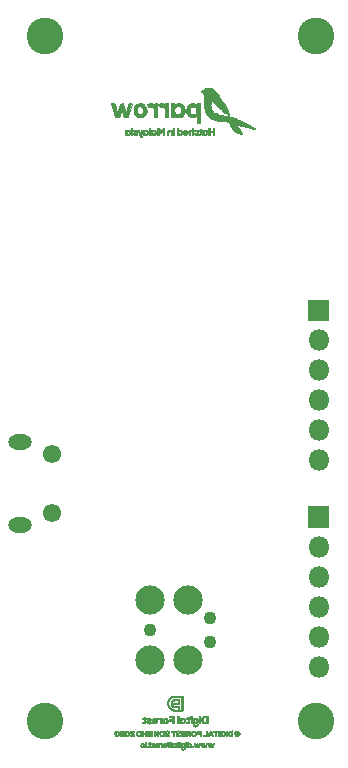
<source format=gbs>
G04 #@! TF.GenerationSoftware,KiCad,Pcbnew,(5.1.9)-1*
G04 #@! TF.CreationDate,2021-01-22T20:27:00+08:00*
G04 #@! TF.ProjectId,esp-break,6573702d-6272-4656-916b-2e6b69636164,rev?*
G04 #@! TF.SameCoordinates,Original*
G04 #@! TF.FileFunction,Soldermask,Bot*
G04 #@! TF.FilePolarity,Negative*
%FSLAX46Y46*%
G04 Gerber Fmt 4.6, Leading zero omitted, Abs format (unit mm)*
G04 Created by KiCad (PCBNEW (5.1.9)-1) date 2021-01-22 20:27:00*
%MOMM*%
%LPD*%
G01*
G04 APERTURE LIST*
%ADD10C,0.010000*%
%ADD11C,3.102000*%
%ADD12C,2.476900*%
%ADD13C,1.092600*%
%ADD14O,1.802000X1.802000*%
%ADD15C,1.552000*%
%ADD16O,2.002000X1.302000*%
G04 APERTURE END LIST*
D10*
G36*
X113368872Y-114075682D02*
G01*
X113307825Y-114096234D01*
X113261948Y-114135702D01*
X113232965Y-114188189D01*
X113222599Y-114247798D01*
X113232574Y-114308631D01*
X113264613Y-114364792D01*
X113279717Y-114380730D01*
X113326603Y-114407950D01*
X113385628Y-114419715D01*
X113444460Y-114414626D01*
X113474683Y-114402819D01*
X113519303Y-114362487D01*
X113547730Y-114304668D01*
X113556000Y-114247722D01*
X113471333Y-114247722D01*
X113460641Y-114291625D01*
X113433447Y-114322831D01*
X113397078Y-114337511D01*
X113358858Y-114331836D01*
X113338285Y-114317270D01*
X113316547Y-114279200D01*
X113314692Y-114235795D01*
X113329811Y-114195310D01*
X113358996Y-114166000D01*
X113395109Y-114156000D01*
X113428926Y-114168478D01*
X113456838Y-114199529D01*
X113470887Y-114239578D01*
X113471333Y-114247722D01*
X113556000Y-114247722D01*
X113544179Y-114178654D01*
X113511388Y-114124229D01*
X113461632Y-114088131D01*
X113398918Y-114074043D01*
X113368872Y-114075682D01*
G37*
X113368872Y-114075682D02*
X113307825Y-114096234D01*
X113261948Y-114135702D01*
X113232965Y-114188189D01*
X113222599Y-114247798D01*
X113232574Y-114308631D01*
X113264613Y-114364792D01*
X113279717Y-114380730D01*
X113326603Y-114407950D01*
X113385628Y-114419715D01*
X113444460Y-114414626D01*
X113474683Y-114402819D01*
X113519303Y-114362487D01*
X113547730Y-114304668D01*
X113556000Y-114247722D01*
X113471333Y-114247722D01*
X113460641Y-114291625D01*
X113433447Y-114322831D01*
X113397078Y-114337511D01*
X113358858Y-114331836D01*
X113338285Y-114317270D01*
X113316547Y-114279200D01*
X113314692Y-114235795D01*
X113329811Y-114195310D01*
X113358996Y-114166000D01*
X113395109Y-114156000D01*
X113428926Y-114168478D01*
X113456838Y-114199529D01*
X113470887Y-114239578D01*
X113471333Y-114247722D01*
X113556000Y-114247722D01*
X113544179Y-114178654D01*
X113511388Y-114124229D01*
X113461632Y-114088131D01*
X113398918Y-114074043D01*
X113368872Y-114075682D01*
G36*
X113629985Y-113955096D02*
G01*
X113620259Y-113976767D01*
X113619500Y-113993722D01*
X113624808Y-114026090D01*
X113643958Y-114039356D01*
X113648957Y-114040264D01*
X113680961Y-114034479D01*
X113695984Y-114023303D01*
X113708691Y-113991430D01*
X113699378Y-113963031D01*
X113672811Y-113947451D01*
X113657094Y-113947041D01*
X113629985Y-113955096D01*
G37*
X113629985Y-113955096D02*
X113620259Y-113976767D01*
X113619500Y-113993722D01*
X113624808Y-114026090D01*
X113643958Y-114039356D01*
X113648957Y-114040264D01*
X113680961Y-114034479D01*
X113695984Y-114023303D01*
X113708691Y-113991430D01*
X113699378Y-113963031D01*
X113672811Y-113947451D01*
X113657094Y-113947041D01*
X113629985Y-113955096D01*
G36*
X113612444Y-114410000D02*
G01*
X113697111Y-114410000D01*
X113697111Y-114071334D01*
X113612444Y-114071334D01*
X113612444Y-114410000D01*
G37*
X113612444Y-114410000D02*
X113697111Y-114410000D01*
X113697111Y-114071334D01*
X113612444Y-114071334D01*
X113612444Y-114410000D01*
G36*
X113775702Y-114333425D02*
G01*
X113756145Y-114366744D01*
X113759764Y-114396721D01*
X113781711Y-114416675D01*
X113817140Y-114419920D01*
X113834694Y-114414766D01*
X113849922Y-114395886D01*
X113850665Y-114365955D01*
X113838253Y-114337294D01*
X113825091Y-114325858D01*
X113796669Y-114319701D01*
X113775702Y-114333425D01*
G37*
X113775702Y-114333425D02*
X113756145Y-114366744D01*
X113759764Y-114396721D01*
X113781711Y-114416675D01*
X113817140Y-114419920D01*
X113834694Y-114414766D01*
X113849922Y-114395886D01*
X113850665Y-114365955D01*
X113838253Y-114337294D01*
X113825091Y-114325858D01*
X113796669Y-114319701D01*
X113775702Y-114333425D01*
G36*
X113995639Y-114001148D02*
G01*
X113993445Y-114033635D01*
X113993444Y-114035118D01*
X113991195Y-114068711D01*
X113979686Y-114082655D01*
X113951770Y-114085444D01*
X113951111Y-114085445D01*
X113920856Y-114089241D01*
X113909788Y-114105381D01*
X113908777Y-114120722D01*
X113913236Y-114145793D01*
X113932305Y-114155081D01*
X113951784Y-114156000D01*
X113994791Y-114156000D01*
X113990590Y-114244195D01*
X113987663Y-114292228D01*
X113982653Y-114318369D01*
X113972486Y-114328930D01*
X113954088Y-114330224D01*
X113948851Y-114329906D01*
X113918566Y-114334406D01*
X113903686Y-114358218D01*
X113902303Y-114363321D01*
X113897343Y-114391852D01*
X113898536Y-114404463D01*
X113921281Y-114413257D01*
X113958509Y-114417129D01*
X113996802Y-114415403D01*
X114017216Y-114410436D01*
X114047907Y-114389578D01*
X114066986Y-114354864D01*
X114076339Y-114301282D01*
X114078111Y-114248650D01*
X114078973Y-114198708D01*
X114082821Y-114170759D01*
X114091547Y-114158593D01*
X114106333Y-114156000D01*
X114128464Y-114147732D01*
X114134555Y-114120722D01*
X114127774Y-114092883D01*
X114107227Y-114085445D01*
X114086527Y-114077529D01*
X114076676Y-114049627D01*
X114075477Y-114039584D01*
X114068108Y-114006666D01*
X114049391Y-113992421D01*
X114032250Y-113989257D01*
X114006413Y-113988909D01*
X113995639Y-114001148D01*
G37*
X113995639Y-114001148D02*
X113993445Y-114033635D01*
X113993444Y-114035118D01*
X113991195Y-114068711D01*
X113979686Y-114082655D01*
X113951770Y-114085444D01*
X113951111Y-114085445D01*
X113920856Y-114089241D01*
X113909788Y-114105381D01*
X113908777Y-114120722D01*
X113913236Y-114145793D01*
X113932305Y-114155081D01*
X113951784Y-114156000D01*
X113994791Y-114156000D01*
X113990590Y-114244195D01*
X113987663Y-114292228D01*
X113982653Y-114318369D01*
X113972486Y-114328930D01*
X113954088Y-114330224D01*
X113948851Y-114329906D01*
X113918566Y-114334406D01*
X113903686Y-114358218D01*
X113902303Y-114363321D01*
X113897343Y-114391852D01*
X113898536Y-114404463D01*
X113921281Y-114413257D01*
X113958509Y-114417129D01*
X113996802Y-114415403D01*
X114017216Y-114410436D01*
X114047907Y-114389578D01*
X114066986Y-114354864D01*
X114076339Y-114301282D01*
X114078111Y-114248650D01*
X114078973Y-114198708D01*
X114082821Y-114170759D01*
X114091547Y-114158593D01*
X114106333Y-114156000D01*
X114128464Y-114147732D01*
X114134555Y-114120722D01*
X114127774Y-114092883D01*
X114107227Y-114085445D01*
X114086527Y-114077529D01*
X114076676Y-114049627D01*
X114075477Y-114039584D01*
X114068108Y-114006666D01*
X114049391Y-113992421D01*
X114032250Y-113989257D01*
X114006413Y-113988909D01*
X113995639Y-114001148D01*
G36*
X114268376Y-114072992D02*
G01*
X114227868Y-114081512D01*
X114196705Y-114096469D01*
X114180111Y-114116408D01*
X114183312Y-114139876D01*
X114197153Y-114155252D01*
X114221063Y-114164943D01*
X114247856Y-114155780D01*
X114281952Y-114146502D01*
X114316403Y-114149757D01*
X114340757Y-114163310D01*
X114346222Y-114176796D01*
X114333040Y-114193325D01*
X114297076Y-114205000D01*
X114293305Y-114205648D01*
X114230326Y-114219840D01*
X114189811Y-114239783D01*
X114166124Y-114268594D01*
X114161857Y-114278366D01*
X114156323Y-114328144D01*
X114173933Y-114374179D01*
X114210795Y-114406742D01*
X114213784Y-114408170D01*
X114261717Y-114420248D01*
X114320035Y-114422258D01*
X114372670Y-114413958D01*
X114381990Y-114410684D01*
X114421024Y-114386964D01*
X114435358Y-114359067D01*
X114427122Y-114335000D01*
X114413460Y-114321444D01*
X114395090Y-114319276D01*
X114362561Y-114328173D01*
X114350262Y-114332383D01*
X114298982Y-114344824D01*
X114264467Y-114341815D01*
X114249968Y-114323980D01*
X114250431Y-114313189D01*
X114267326Y-114294503D01*
X114305542Y-114282240D01*
X114306354Y-114282106D01*
X114372844Y-114262817D01*
X114414279Y-114230661D01*
X114430608Y-114185682D01*
X114430889Y-114177866D01*
X114421776Y-114132647D01*
X114393708Y-114100580D01*
X114356521Y-114081072D01*
X114313002Y-114072360D01*
X114268376Y-114072992D01*
G37*
X114268376Y-114072992D02*
X114227868Y-114081512D01*
X114196705Y-114096469D01*
X114180111Y-114116408D01*
X114183312Y-114139876D01*
X114197153Y-114155252D01*
X114221063Y-114164943D01*
X114247856Y-114155780D01*
X114281952Y-114146502D01*
X114316403Y-114149757D01*
X114340757Y-114163310D01*
X114346222Y-114176796D01*
X114333040Y-114193325D01*
X114297076Y-114205000D01*
X114293305Y-114205648D01*
X114230326Y-114219840D01*
X114189811Y-114239783D01*
X114166124Y-114268594D01*
X114161857Y-114278366D01*
X114156323Y-114328144D01*
X114173933Y-114374179D01*
X114210795Y-114406742D01*
X114213784Y-114408170D01*
X114261717Y-114420248D01*
X114320035Y-114422258D01*
X114372670Y-114413958D01*
X114381990Y-114410684D01*
X114421024Y-114386964D01*
X114435358Y-114359067D01*
X114427122Y-114335000D01*
X114413460Y-114321444D01*
X114395090Y-114319276D01*
X114362561Y-114328173D01*
X114350262Y-114332383D01*
X114298982Y-114344824D01*
X114264467Y-114341815D01*
X114249968Y-114323980D01*
X114250431Y-114313189D01*
X114267326Y-114294503D01*
X114305542Y-114282240D01*
X114306354Y-114282106D01*
X114372844Y-114262817D01*
X114414279Y-114230661D01*
X114430608Y-114185682D01*
X114430889Y-114177866D01*
X114421776Y-114132647D01*
X114393708Y-114100580D01*
X114356521Y-114081072D01*
X114313002Y-114072360D01*
X114268376Y-114072992D01*
G36*
X114596936Y-114076785D02*
G01*
X114542007Y-114098792D01*
X114504003Y-114142973D01*
X114481394Y-114210507D01*
X114479187Y-114223028D01*
X114469615Y-114283000D01*
X114600605Y-114283000D01*
X114661629Y-114283213D01*
X114698726Y-114284617D01*
X114716193Y-114288363D01*
X114718327Y-114295601D01*
X114709423Y-114307480D01*
X114706055Y-114311222D01*
X114670585Y-114332415D01*
X114623948Y-114339199D01*
X114580085Y-114330051D01*
X114572322Y-114325831D01*
X114545578Y-114322787D01*
X114526461Y-114335290D01*
X114505325Y-114360090D01*
X114507869Y-114379108D01*
X114535811Y-114397250D01*
X114550380Y-114403665D01*
X114622601Y-114421710D01*
X114692126Y-114416799D01*
X114730572Y-114402022D01*
X114775606Y-114362082D01*
X114803349Y-114302532D01*
X114811889Y-114234535D01*
X114802414Y-114181464D01*
X114709840Y-114181464D01*
X114702405Y-114192440D01*
X114669683Y-114197708D01*
X114643731Y-114198334D01*
X114602661Y-114195745D01*
X114576827Y-114189074D01*
X114572000Y-114183768D01*
X114583904Y-114165511D01*
X114613116Y-114155439D01*
X114649886Y-114153713D01*
X114684463Y-114160498D01*
X114707098Y-114175956D01*
X114709840Y-114181464D01*
X114802414Y-114181464D01*
X114799927Y-114167534D01*
X114765670Y-114116694D01*
X114711560Y-114084754D01*
X114670320Y-114075773D01*
X114596936Y-114076785D01*
G37*
X114596936Y-114076785D02*
X114542007Y-114098792D01*
X114504003Y-114142973D01*
X114481394Y-114210507D01*
X114479187Y-114223028D01*
X114469615Y-114283000D01*
X114600605Y-114283000D01*
X114661629Y-114283213D01*
X114698726Y-114284617D01*
X114716193Y-114288363D01*
X114718327Y-114295601D01*
X114709423Y-114307480D01*
X114706055Y-114311222D01*
X114670585Y-114332415D01*
X114623948Y-114339199D01*
X114580085Y-114330051D01*
X114572322Y-114325831D01*
X114545578Y-114322787D01*
X114526461Y-114335290D01*
X114505325Y-114360090D01*
X114507869Y-114379108D01*
X114535811Y-114397250D01*
X114550380Y-114403665D01*
X114622601Y-114421710D01*
X114692126Y-114416799D01*
X114730572Y-114402022D01*
X114775606Y-114362082D01*
X114803349Y-114302532D01*
X114811889Y-114234535D01*
X114802414Y-114181464D01*
X114709840Y-114181464D01*
X114702405Y-114192440D01*
X114669683Y-114197708D01*
X114643731Y-114198334D01*
X114602661Y-114195745D01*
X114576827Y-114189074D01*
X114572000Y-114183768D01*
X114583904Y-114165511D01*
X114613116Y-114155439D01*
X114649886Y-114153713D01*
X114684463Y-114160498D01*
X114707098Y-114175956D01*
X114709840Y-114181464D01*
X114802414Y-114181464D01*
X114799927Y-114167534D01*
X114765670Y-114116694D01*
X114711560Y-114084754D01*
X114670320Y-114075773D01*
X114596936Y-114076785D01*
G36*
X114875742Y-114077707D02*
G01*
X114849651Y-114088623D01*
X114832742Y-114106687D01*
X114834449Y-114129484D01*
X114840829Y-114144885D01*
X114856086Y-114170150D01*
X114874615Y-114173213D01*
X114890683Y-114167004D01*
X114922690Y-114159834D01*
X114955470Y-114172924D01*
X114959477Y-114175490D01*
X114977947Y-114189906D01*
X114988696Y-114207936D01*
X114993786Y-114236998D01*
X114995278Y-114284512D01*
X114995333Y-114304492D01*
X114995333Y-114410000D01*
X115080000Y-114410000D01*
X115080000Y-114084301D01*
X115027083Y-114084950D01*
X114975336Y-114083051D01*
X114924973Y-114077575D01*
X114924777Y-114077543D01*
X114875742Y-114077707D01*
G37*
X114875742Y-114077707D02*
X114849651Y-114088623D01*
X114832742Y-114106687D01*
X114834449Y-114129484D01*
X114840829Y-114144885D01*
X114856086Y-114170150D01*
X114874615Y-114173213D01*
X114890683Y-114167004D01*
X114922690Y-114159834D01*
X114955470Y-114172924D01*
X114959477Y-114175490D01*
X114977947Y-114189906D01*
X114988696Y-114207936D01*
X114993786Y-114236998D01*
X114995278Y-114284512D01*
X114995333Y-114304492D01*
X114995333Y-114410000D01*
X115080000Y-114410000D01*
X115080000Y-114084301D01*
X115027083Y-114084950D01*
X114975336Y-114083051D01*
X114924973Y-114077575D01*
X114924777Y-114077543D01*
X114875742Y-114077707D01*
G36*
X115273872Y-114075682D02*
G01*
X115212825Y-114096234D01*
X115166948Y-114135702D01*
X115137965Y-114188189D01*
X115127599Y-114247798D01*
X115137574Y-114308631D01*
X115169613Y-114364792D01*
X115184717Y-114380730D01*
X115231603Y-114407950D01*
X115290628Y-114419715D01*
X115349460Y-114414626D01*
X115379683Y-114402819D01*
X115424303Y-114362487D01*
X115452730Y-114304668D01*
X115461000Y-114247722D01*
X115376333Y-114247722D01*
X115365641Y-114291625D01*
X115338447Y-114322831D01*
X115302078Y-114337511D01*
X115263858Y-114331836D01*
X115243285Y-114317270D01*
X115221547Y-114279200D01*
X115219692Y-114235795D01*
X115234811Y-114195310D01*
X115263996Y-114166000D01*
X115300109Y-114156000D01*
X115333926Y-114168478D01*
X115361838Y-114199529D01*
X115375887Y-114239578D01*
X115376333Y-114247722D01*
X115461000Y-114247722D01*
X115449179Y-114178654D01*
X115416388Y-114124229D01*
X115366632Y-114088131D01*
X115303918Y-114074043D01*
X115273872Y-114075682D01*
G37*
X115273872Y-114075682D02*
X115212825Y-114096234D01*
X115166948Y-114135702D01*
X115137965Y-114188189D01*
X115127599Y-114247798D01*
X115137574Y-114308631D01*
X115169613Y-114364792D01*
X115184717Y-114380730D01*
X115231603Y-114407950D01*
X115290628Y-114419715D01*
X115349460Y-114414626D01*
X115379683Y-114402819D01*
X115424303Y-114362487D01*
X115452730Y-114304668D01*
X115461000Y-114247722D01*
X115376333Y-114247722D01*
X115365641Y-114291625D01*
X115338447Y-114322831D01*
X115302078Y-114337511D01*
X115263858Y-114331836D01*
X115243285Y-114317270D01*
X115221547Y-114279200D01*
X115219692Y-114235795D01*
X115234811Y-114195310D01*
X115263996Y-114166000D01*
X115300109Y-114156000D01*
X115333926Y-114168478D01*
X115361838Y-114199529D01*
X115375887Y-114239578D01*
X115376333Y-114247722D01*
X115461000Y-114247722D01*
X115449179Y-114178654D01*
X115416388Y-114124229D01*
X115366632Y-114088131D01*
X115303918Y-114074043D01*
X115273872Y-114075682D01*
G36*
X115480352Y-113943747D02*
G01*
X115455067Y-113960988D01*
X115455398Y-113989278D01*
X115459193Y-113997402D01*
X115480242Y-114017831D01*
X115511390Y-114018151D01*
X115546496Y-114019558D01*
X115561062Y-114030596D01*
X115573541Y-114061901D01*
X115561693Y-114079755D01*
X115524663Y-114085445D01*
X115524500Y-114085445D01*
X115491053Y-114088128D01*
X115477370Y-114100004D01*
X115475111Y-114119828D01*
X115480148Y-114144494D01*
X115500708Y-114155731D01*
X115520972Y-114158634D01*
X115566833Y-114163056D01*
X115574987Y-114410000D01*
X115658555Y-114410000D01*
X115658555Y-114283000D01*
X115659027Y-114222661D01*
X115661237Y-114185167D01*
X115666380Y-114165147D01*
X115675650Y-114157230D01*
X115686777Y-114156000D01*
X115708908Y-114147732D01*
X115715000Y-114120722D01*
X115708075Y-114092731D01*
X115688348Y-114085445D01*
X115666665Y-114075557D01*
X115653768Y-114042886D01*
X115652794Y-114037993D01*
X115630843Y-113983361D01*
X115590134Y-113949654D01*
X115531949Y-113937923D01*
X115530813Y-113937919D01*
X115480352Y-113943747D01*
G37*
X115480352Y-113943747D02*
X115455067Y-113960988D01*
X115455398Y-113989278D01*
X115459193Y-113997402D01*
X115480242Y-114017831D01*
X115511390Y-114018151D01*
X115546496Y-114019558D01*
X115561062Y-114030596D01*
X115573541Y-114061901D01*
X115561693Y-114079755D01*
X115524663Y-114085445D01*
X115524500Y-114085445D01*
X115491053Y-114088128D01*
X115477370Y-114100004D01*
X115475111Y-114119828D01*
X115480148Y-114144494D01*
X115500708Y-114155731D01*
X115520972Y-114158634D01*
X115566833Y-114163056D01*
X115574987Y-114410000D01*
X115658555Y-114410000D01*
X115658555Y-114283000D01*
X115659027Y-114222661D01*
X115661237Y-114185167D01*
X115666380Y-114165147D01*
X115675650Y-114157230D01*
X115686777Y-114156000D01*
X115708908Y-114147732D01*
X115715000Y-114120722D01*
X115708075Y-114092731D01*
X115688348Y-114085445D01*
X115666665Y-114075557D01*
X115653768Y-114042886D01*
X115652794Y-114037993D01*
X115630843Y-113983361D01*
X115590134Y-113949654D01*
X115531949Y-113937923D01*
X115530813Y-113937919D01*
X115480352Y-113943747D01*
G36*
X115743222Y-114410000D02*
G01*
X115827889Y-114410000D01*
X115827889Y-113944334D01*
X115743222Y-113944334D01*
X115743222Y-114410000D01*
G37*
X115743222Y-114410000D02*
X115827889Y-114410000D01*
X115827889Y-113944334D01*
X115743222Y-113944334D01*
X115743222Y-114410000D01*
G36*
X116018348Y-114083131D02*
G01*
X116000362Y-114093300D01*
X115977677Y-114104668D01*
X115969000Y-114100356D01*
X115956741Y-114089887D01*
X115927204Y-114085446D01*
X115926666Y-114085445D01*
X115884333Y-114085445D01*
X115884333Y-114410000D01*
X115926666Y-114410000D01*
X115956386Y-114405682D01*
X115968996Y-114395278D01*
X115969000Y-114395089D01*
X115978508Y-114390963D01*
X116000362Y-114402144D01*
X116046793Y-114419881D01*
X116103976Y-114420996D01*
X116148827Y-114409593D01*
X116189721Y-114379130D01*
X116218705Y-114330131D01*
X116233694Y-114270521D01*
X116233032Y-114232735D01*
X116149163Y-114232735D01*
X116145581Y-114275679D01*
X116124595Y-114311094D01*
X116091066Y-114333876D01*
X116049856Y-114338923D01*
X116005827Y-114321134D01*
X116004152Y-114319931D01*
X115984790Y-114290701D01*
X115977465Y-114248106D01*
X115982887Y-114204629D01*
X115996128Y-114178485D01*
X116028184Y-114159334D01*
X116070328Y-114156561D01*
X116110262Y-114169353D01*
X116130477Y-114187362D01*
X116149163Y-114232735D01*
X116233032Y-114232735D01*
X116232602Y-114208221D01*
X116215705Y-114155538D01*
X116179061Y-114110926D01*
X116128343Y-114082365D01*
X116071966Y-114072289D01*
X116018348Y-114083131D01*
G37*
X116018348Y-114083131D02*
X116000362Y-114093300D01*
X115977677Y-114104668D01*
X115969000Y-114100356D01*
X115956741Y-114089887D01*
X115927204Y-114085446D01*
X115926666Y-114085445D01*
X115884333Y-114085445D01*
X115884333Y-114410000D01*
X115926666Y-114410000D01*
X115956386Y-114405682D01*
X115968996Y-114395278D01*
X115969000Y-114395089D01*
X115978508Y-114390963D01*
X116000362Y-114402144D01*
X116046793Y-114419881D01*
X116103976Y-114420996D01*
X116148827Y-114409593D01*
X116189721Y-114379130D01*
X116218705Y-114330131D01*
X116233694Y-114270521D01*
X116233032Y-114232735D01*
X116149163Y-114232735D01*
X116145581Y-114275679D01*
X116124595Y-114311094D01*
X116091066Y-114333876D01*
X116049856Y-114338923D01*
X116005827Y-114321134D01*
X116004152Y-114319931D01*
X115984790Y-114290701D01*
X115977465Y-114248106D01*
X115982887Y-114204629D01*
X115996128Y-114178485D01*
X116028184Y-114159334D01*
X116070328Y-114156561D01*
X116110262Y-114169353D01*
X116130477Y-114187362D01*
X116149163Y-114232735D01*
X116233032Y-114232735D01*
X116232602Y-114208221D01*
X116215705Y-114155538D01*
X116179061Y-114110926D01*
X116128343Y-114082365D01*
X116071966Y-114072289D01*
X116018348Y-114083131D01*
G36*
X116370040Y-113999400D02*
G01*
X116361501Y-114032286D01*
X116361477Y-114032528D01*
X116354636Y-114064855D01*
X116336239Y-114078780D01*
X116311194Y-114082811D01*
X116278943Y-114089697D01*
X116266599Y-114106302D01*
X116265333Y-114121616D01*
X116269187Y-114144901D01*
X116286247Y-114154428D01*
X116314722Y-114156000D01*
X116364111Y-114156000D01*
X116364111Y-114231883D01*
X116358543Y-114291144D01*
X116342128Y-114325605D01*
X116315294Y-114334567D01*
X116302990Y-114331350D01*
X116283482Y-114333618D01*
X116271285Y-114359985D01*
X116266438Y-114389440D01*
X116268195Y-114403455D01*
X116292615Y-114413338D01*
X116330991Y-114416876D01*
X116369672Y-114413580D01*
X116388061Y-114407767D01*
X116420577Y-114375902D01*
X116440951Y-114319707D01*
X116448713Y-114240548D01*
X116448777Y-114231506D01*
X116450072Y-114187399D01*
X116455641Y-114164701D01*
X116468011Y-114156648D01*
X116477000Y-114156000D01*
X116499131Y-114147732D01*
X116505222Y-114120722D01*
X116498607Y-114093059D01*
X116477000Y-114085445D01*
X116456049Y-114078491D01*
X116448959Y-114052953D01*
X116448777Y-114044621D01*
X116438836Y-114007246D01*
X116408388Y-113988937D01*
X116385017Y-113986667D01*
X116370040Y-113999400D01*
G37*
X116370040Y-113999400D02*
X116361501Y-114032286D01*
X116361477Y-114032528D01*
X116354636Y-114064855D01*
X116336239Y-114078780D01*
X116311194Y-114082811D01*
X116278943Y-114089697D01*
X116266599Y-114106302D01*
X116265333Y-114121616D01*
X116269187Y-114144901D01*
X116286247Y-114154428D01*
X116314722Y-114156000D01*
X116364111Y-114156000D01*
X116364111Y-114231883D01*
X116358543Y-114291144D01*
X116342128Y-114325605D01*
X116315294Y-114334567D01*
X116302990Y-114331350D01*
X116283482Y-114333618D01*
X116271285Y-114359985D01*
X116266438Y-114389440D01*
X116268195Y-114403455D01*
X116292615Y-114413338D01*
X116330991Y-114416876D01*
X116369672Y-114413580D01*
X116388061Y-114407767D01*
X116420577Y-114375902D01*
X116440951Y-114319707D01*
X116448713Y-114240548D01*
X116448777Y-114231506D01*
X116450072Y-114187399D01*
X116455641Y-114164701D01*
X116468011Y-114156648D01*
X116477000Y-114156000D01*
X116499131Y-114147732D01*
X116505222Y-114120722D01*
X116498607Y-114093059D01*
X116477000Y-114085445D01*
X116456049Y-114078491D01*
X116448959Y-114052953D01*
X116448777Y-114044621D01*
X116438836Y-114007246D01*
X116408388Y-113988937D01*
X116385017Y-113986667D01*
X116370040Y-113999400D01*
G36*
X116548432Y-113958221D02*
G01*
X116536000Y-113976761D01*
X116540672Y-114008827D01*
X116560879Y-114034852D01*
X116582833Y-114043111D01*
X116606160Y-114033237D01*
X116617548Y-114022622D01*
X116631933Y-113989992D01*
X116621469Y-113964026D01*
X116589528Y-113951647D01*
X116582833Y-113951389D01*
X116548432Y-113958221D01*
G37*
X116548432Y-113958221D02*
X116536000Y-113976761D01*
X116540672Y-114008827D01*
X116560879Y-114034852D01*
X116582833Y-114043111D01*
X116606160Y-114033237D01*
X116617548Y-114022622D01*
X116631933Y-113989992D01*
X116621469Y-113964026D01*
X116589528Y-113951647D01*
X116582833Y-113951389D01*
X116548432Y-113958221D01*
G36*
X116536524Y-114244195D02*
G01*
X116532549Y-114410000D01*
X116633118Y-114410000D01*
X116629142Y-114244195D01*
X116625166Y-114078389D01*
X116540500Y-114078389D01*
X116536524Y-114244195D01*
G37*
X116536524Y-114244195D02*
X116532549Y-114410000D01*
X116633118Y-114410000D01*
X116629142Y-114244195D01*
X116625166Y-114078389D01*
X116540500Y-114078389D01*
X116536524Y-114244195D01*
G36*
X116699112Y-114071346D02*
G01*
X116686072Y-114117536D01*
X116678669Y-114190003D01*
X116678358Y-114196257D01*
X116676799Y-114254719D01*
X116679540Y-114292505D01*
X116687707Y-114316982D01*
X116699171Y-114332212D01*
X116716578Y-114353662D01*
X116713914Y-114369353D01*
X116699811Y-114384744D01*
X116681180Y-114420271D01*
X116674905Y-114469573D01*
X116681200Y-114520952D01*
X116696653Y-114557607D01*
X116737617Y-114596040D01*
X116793857Y-114616046D01*
X116858077Y-114616142D01*
X116910003Y-114601013D01*
X116946108Y-114575436D01*
X116977790Y-114537007D01*
X116996843Y-114496756D01*
X116999111Y-114481256D01*
X116988474Y-114467850D01*
X116962364Y-114467301D01*
X116929484Y-114477908D01*
X116898536Y-114497966D01*
X116894560Y-114501722D01*
X116855543Y-114527661D01*
X116815640Y-114534084D01*
X116782046Y-114522426D01*
X116761956Y-114494122D01*
X116759222Y-114474732D01*
X116766509Y-114441811D01*
X116791533Y-114420510D01*
X116839039Y-114407168D01*
X116848909Y-114405548D01*
X116914872Y-114386532D01*
X116959521Y-114351505D01*
X116986526Y-114297579D01*
X116986650Y-114297168D01*
X116994963Y-114232217D01*
X116912511Y-114232217D01*
X116905148Y-114272559D01*
X116886222Y-114297111D01*
X116846581Y-114321756D01*
X116806616Y-114320067D01*
X116781397Y-114303159D01*
X116765092Y-114271620D01*
X116759774Y-114229359D01*
X116765995Y-114190068D01*
X116776155Y-114172934D01*
X116809594Y-114157057D01*
X116850203Y-114159559D01*
X116885203Y-114178854D01*
X116892477Y-114187362D01*
X116912511Y-114232217D01*
X116994963Y-114232217D01*
X116995661Y-114226771D01*
X116980971Y-114164873D01*
X116945795Y-114115798D01*
X116893349Y-114083868D01*
X116826848Y-114073408D01*
X116820441Y-114073659D01*
X116778436Y-114071786D01*
X116746499Y-114063170D01*
X116741174Y-114059811D01*
X116717557Y-114051937D01*
X116699112Y-114071346D01*
G37*
X116699112Y-114071346D02*
X116686072Y-114117536D01*
X116678669Y-114190003D01*
X116678358Y-114196257D01*
X116676799Y-114254719D01*
X116679540Y-114292505D01*
X116687707Y-114316982D01*
X116699171Y-114332212D01*
X116716578Y-114353662D01*
X116713914Y-114369353D01*
X116699811Y-114384744D01*
X116681180Y-114420271D01*
X116674905Y-114469573D01*
X116681200Y-114520952D01*
X116696653Y-114557607D01*
X116737617Y-114596040D01*
X116793857Y-114616046D01*
X116858077Y-114616142D01*
X116910003Y-114601013D01*
X116946108Y-114575436D01*
X116977790Y-114537007D01*
X116996843Y-114496756D01*
X116999111Y-114481256D01*
X116988474Y-114467850D01*
X116962364Y-114467301D01*
X116929484Y-114477908D01*
X116898536Y-114497966D01*
X116894560Y-114501722D01*
X116855543Y-114527661D01*
X116815640Y-114534084D01*
X116782046Y-114522426D01*
X116761956Y-114494122D01*
X116759222Y-114474732D01*
X116766509Y-114441811D01*
X116791533Y-114420510D01*
X116839039Y-114407168D01*
X116848909Y-114405548D01*
X116914872Y-114386532D01*
X116959521Y-114351505D01*
X116986526Y-114297579D01*
X116986650Y-114297168D01*
X116994963Y-114232217D01*
X116912511Y-114232217D01*
X116905148Y-114272559D01*
X116886222Y-114297111D01*
X116846581Y-114321756D01*
X116806616Y-114320067D01*
X116781397Y-114303159D01*
X116765092Y-114271620D01*
X116759774Y-114229359D01*
X116765995Y-114190068D01*
X116776155Y-114172934D01*
X116809594Y-114157057D01*
X116850203Y-114159559D01*
X116885203Y-114178854D01*
X116892477Y-114187362D01*
X116912511Y-114232217D01*
X116994963Y-114232217D01*
X116995661Y-114226771D01*
X116980971Y-114164873D01*
X116945795Y-114115798D01*
X116893349Y-114083868D01*
X116826848Y-114073408D01*
X116820441Y-114073659D01*
X116778436Y-114071786D01*
X116746499Y-114063170D01*
X116741174Y-114059811D01*
X116717557Y-114051937D01*
X116699112Y-114071346D01*
G36*
X117058985Y-113955096D02*
G01*
X117049259Y-113976767D01*
X117048500Y-113993722D01*
X117053808Y-114026090D01*
X117072958Y-114039356D01*
X117077957Y-114040264D01*
X117109961Y-114034479D01*
X117124984Y-114023303D01*
X117137691Y-113991430D01*
X117128378Y-113963031D01*
X117101811Y-113947451D01*
X117086094Y-113947041D01*
X117058985Y-113955096D01*
G37*
X117058985Y-113955096D02*
X117049259Y-113976767D01*
X117048500Y-113993722D01*
X117053808Y-114026090D01*
X117072958Y-114039356D01*
X117077957Y-114040264D01*
X117109961Y-114034479D01*
X117124984Y-114023303D01*
X117137691Y-113991430D01*
X117128378Y-113963031D01*
X117101811Y-113947451D01*
X117086094Y-113947041D01*
X117058985Y-113955096D01*
G36*
X117041444Y-114410000D02*
G01*
X117126111Y-114410000D01*
X117126111Y-114071334D01*
X117041444Y-114071334D01*
X117041444Y-114410000D01*
G37*
X117041444Y-114410000D02*
X117126111Y-114410000D01*
X117126111Y-114071334D01*
X117041444Y-114071334D01*
X117041444Y-114410000D01*
G36*
X117196666Y-114410000D02*
G01*
X117231944Y-114410000D01*
X117258461Y-114405047D01*
X117267222Y-114395527D01*
X117277895Y-114391132D01*
X117304985Y-114400637D01*
X117308855Y-114402582D01*
X117366631Y-114421987D01*
X117421080Y-114415696D01*
X117460349Y-114396591D01*
X117501267Y-114365005D01*
X117524599Y-114326950D01*
X117534327Y-114274123D01*
X117534765Y-114259342D01*
X117450120Y-114259342D01*
X117436162Y-114299742D01*
X117419304Y-114317478D01*
X117374450Y-114337511D01*
X117334108Y-114330148D01*
X117309555Y-114311222D01*
X117286024Y-114272819D01*
X117284196Y-114232947D01*
X117299477Y-114196862D01*
X117327268Y-114169821D01*
X117362975Y-114157082D01*
X117401999Y-114163900D01*
X117424861Y-114179354D01*
X117446511Y-114215272D01*
X117450120Y-114259342D01*
X117534765Y-114259342D01*
X117535333Y-114240183D01*
X117532803Y-114192887D01*
X117521664Y-114160207D01*
X117496592Y-114128732D01*
X117487355Y-114119311D01*
X117435879Y-114081816D01*
X117380422Y-114070933D01*
X117317529Y-114085095D01*
X117296806Y-114091786D01*
X117286039Y-114087673D01*
X117281969Y-114067038D01*
X117281333Y-114024160D01*
X117281333Y-114021595D01*
X117280613Y-113977353D01*
X117275910Y-113954369D01*
X117263410Y-113945684D01*
X117239297Y-113944334D01*
X117196666Y-113944334D01*
X117196666Y-114410000D01*
G37*
X117196666Y-114410000D02*
X117231944Y-114410000D01*
X117258461Y-114405047D01*
X117267222Y-114395527D01*
X117277895Y-114391132D01*
X117304985Y-114400637D01*
X117308855Y-114402582D01*
X117366631Y-114421987D01*
X117421080Y-114415696D01*
X117460349Y-114396591D01*
X117501267Y-114365005D01*
X117524599Y-114326950D01*
X117534327Y-114274123D01*
X117534765Y-114259342D01*
X117450120Y-114259342D01*
X117436162Y-114299742D01*
X117419304Y-114317478D01*
X117374450Y-114337511D01*
X117334108Y-114330148D01*
X117309555Y-114311222D01*
X117286024Y-114272819D01*
X117284196Y-114232947D01*
X117299477Y-114196862D01*
X117327268Y-114169821D01*
X117362975Y-114157082D01*
X117401999Y-114163900D01*
X117424861Y-114179354D01*
X117446511Y-114215272D01*
X117450120Y-114259342D01*
X117534765Y-114259342D01*
X117535333Y-114240183D01*
X117532803Y-114192887D01*
X117521664Y-114160207D01*
X117496592Y-114128732D01*
X117487355Y-114119311D01*
X117435879Y-114081816D01*
X117380422Y-114070933D01*
X117317529Y-114085095D01*
X117296806Y-114091786D01*
X117286039Y-114087673D01*
X117281969Y-114067038D01*
X117281333Y-114024160D01*
X117281333Y-114021595D01*
X117280613Y-113977353D01*
X117275910Y-113954369D01*
X117263410Y-113945684D01*
X117239297Y-113944334D01*
X117196666Y-113944334D01*
X117196666Y-114410000D01*
G36*
X117618198Y-114328879D02*
G01*
X117607140Y-114345263D01*
X117605889Y-114366157D01*
X117613296Y-114400527D01*
X117628209Y-114415546D01*
X117650860Y-114422843D01*
X117665715Y-114417801D01*
X117683303Y-114401125D01*
X117698402Y-114375007D01*
X117698422Y-114357638D01*
X117691382Y-114336014D01*
X117690555Y-114331235D01*
X117678268Y-114327088D01*
X117648671Y-114325334D01*
X117648222Y-114325334D01*
X117618198Y-114328879D01*
G37*
X117618198Y-114328879D02*
X117607140Y-114345263D01*
X117605889Y-114366157D01*
X117613296Y-114400527D01*
X117628209Y-114415546D01*
X117650860Y-114422843D01*
X117665715Y-114417801D01*
X117683303Y-114401125D01*
X117698402Y-114375007D01*
X117698422Y-114357638D01*
X117691382Y-114336014D01*
X117690555Y-114331235D01*
X117678268Y-114327088D01*
X117648671Y-114325334D01*
X117648222Y-114325334D01*
X117618198Y-114328879D01*
G36*
X117776251Y-114088239D02*
G01*
X117761296Y-114095060D01*
X117761111Y-114096001D01*
X117765333Y-114112883D01*
X117776790Y-114150682D01*
X117793672Y-114203583D01*
X117811666Y-114258279D01*
X117862222Y-114410000D01*
X117969643Y-114410000D01*
X117994896Y-114316711D01*
X118020148Y-114223422D01*
X118047954Y-114316711D01*
X118063146Y-114365714D01*
X118075400Y-114393602D01*
X118089768Y-114406326D01*
X118111301Y-114409838D01*
X118127128Y-114410000D01*
X118178496Y-114410000D01*
X118231084Y-114258306D01*
X118252005Y-114197022D01*
X118268938Y-114145641D01*
X118280019Y-114109940D01*
X118283447Y-114096028D01*
X118270928Y-114088829D01*
X118240732Y-114085476D01*
X118237185Y-114085445D01*
X118212727Y-114086825D01*
X118196692Y-114094934D01*
X118184539Y-114115721D01*
X118171725Y-114155139D01*
X118164489Y-114180695D01*
X118150168Y-114230099D01*
X118138005Y-114268921D01*
X118130581Y-114288935D01*
X118130479Y-114289123D01*
X118123574Y-114283051D01*
X118111785Y-114255204D01*
X118097351Y-114211115D01*
X118093363Y-114197401D01*
X118077693Y-114144487D01*
X118065354Y-114113206D01*
X118052506Y-114097899D01*
X118035305Y-114092904D01*
X118022166Y-114092500D01*
X118000867Y-114094165D01*
X117985990Y-114102911D01*
X117973708Y-114124360D01*
X117960192Y-114164138D01*
X117950132Y-114198334D01*
X117934838Y-114248561D01*
X117922956Y-114276239D01*
X117912437Y-114280332D01*
X117901230Y-114259806D01*
X117887285Y-114213624D01*
X117873291Y-114159528D01*
X117861317Y-114116765D01*
X117849394Y-114094723D01*
X117831482Y-114086567D01*
X117807832Y-114085445D01*
X117776251Y-114088239D01*
G37*
X117776251Y-114088239D02*
X117761296Y-114095060D01*
X117761111Y-114096001D01*
X117765333Y-114112883D01*
X117776790Y-114150682D01*
X117793672Y-114203583D01*
X117811666Y-114258279D01*
X117862222Y-114410000D01*
X117969643Y-114410000D01*
X117994896Y-114316711D01*
X118020148Y-114223422D01*
X118047954Y-114316711D01*
X118063146Y-114365714D01*
X118075400Y-114393602D01*
X118089768Y-114406326D01*
X118111301Y-114409838D01*
X118127128Y-114410000D01*
X118178496Y-114410000D01*
X118231084Y-114258306D01*
X118252005Y-114197022D01*
X118268938Y-114145641D01*
X118280019Y-114109940D01*
X118283447Y-114096028D01*
X118270928Y-114088829D01*
X118240732Y-114085476D01*
X118237185Y-114085445D01*
X118212727Y-114086825D01*
X118196692Y-114094934D01*
X118184539Y-114115721D01*
X118171725Y-114155139D01*
X118164489Y-114180695D01*
X118150168Y-114230099D01*
X118138005Y-114268921D01*
X118130581Y-114288935D01*
X118130479Y-114289123D01*
X118123574Y-114283051D01*
X118111785Y-114255204D01*
X118097351Y-114211115D01*
X118093363Y-114197401D01*
X118077693Y-114144487D01*
X118065354Y-114113206D01*
X118052506Y-114097899D01*
X118035305Y-114092904D01*
X118022166Y-114092500D01*
X118000867Y-114094165D01*
X117985990Y-114102911D01*
X117973708Y-114124360D01*
X117960192Y-114164138D01*
X117950132Y-114198334D01*
X117934838Y-114248561D01*
X117922956Y-114276239D01*
X117912437Y-114280332D01*
X117901230Y-114259806D01*
X117887285Y-114213624D01*
X117873291Y-114159528D01*
X117861317Y-114116765D01*
X117849394Y-114094723D01*
X117831482Y-114086567D01*
X117807832Y-114085445D01*
X117776251Y-114088239D01*
G36*
X118801547Y-114086565D02*
G01*
X118785208Y-114093732D01*
X118772822Y-114112655D01*
X118760063Y-114149039D01*
X118748654Y-114187750D01*
X118733922Y-114238700D01*
X118722287Y-114279164D01*
X118715973Y-114301407D01*
X118715625Y-114302684D01*
X118710061Y-114298829D01*
X118698707Y-114267462D01*
X118681595Y-114208685D01*
X118664674Y-114145417D01*
X118652582Y-114107635D01*
X118637875Y-114090176D01*
X118613408Y-114085508D01*
X118607777Y-114085445D01*
X118580946Y-114088690D01*
X118565087Y-114103449D01*
X118553055Y-114137254D01*
X118550881Y-114145417D01*
X118529395Y-114225054D01*
X118513642Y-114277358D01*
X118503654Y-114302228D01*
X118499930Y-114302684D01*
X118494595Y-114283804D01*
X118483610Y-114245555D01*
X118469197Y-114195673D01*
X118466901Y-114187750D01*
X118451324Y-114135821D01*
X118439131Y-114105333D01*
X118426003Y-114090578D01*
X118407620Y-114085848D01*
X118389482Y-114085445D01*
X118341715Y-114085445D01*
X118394862Y-114244195D01*
X118448008Y-114402945D01*
X118503073Y-114402945D01*
X118535053Y-114401674D01*
X118553648Y-114393350D01*
X118565700Y-114371201D01*
X118577944Y-114328861D01*
X118590340Y-114287956D01*
X118601294Y-114261050D01*
X118606474Y-114254778D01*
X118614788Y-114267134D01*
X118626985Y-114298963D01*
X118636211Y-114328861D01*
X118649563Y-114371645D01*
X118662795Y-114394264D01*
X118682697Y-114403918D01*
X118710225Y-114407331D01*
X118751812Y-114405687D01*
X118770116Y-114393220D01*
X118777246Y-114372800D01*
X118791144Y-114332033D01*
X118809630Y-114277337D01*
X118825514Y-114230084D01*
X118874021Y-114085445D01*
X118826164Y-114085445D01*
X118801547Y-114086565D01*
G37*
X118801547Y-114086565D02*
X118785208Y-114093732D01*
X118772822Y-114112655D01*
X118760063Y-114149039D01*
X118748654Y-114187750D01*
X118733922Y-114238700D01*
X118722287Y-114279164D01*
X118715973Y-114301407D01*
X118715625Y-114302684D01*
X118710061Y-114298829D01*
X118698707Y-114267462D01*
X118681595Y-114208685D01*
X118664674Y-114145417D01*
X118652582Y-114107635D01*
X118637875Y-114090176D01*
X118613408Y-114085508D01*
X118607777Y-114085445D01*
X118580946Y-114088690D01*
X118565087Y-114103449D01*
X118553055Y-114137254D01*
X118550881Y-114145417D01*
X118529395Y-114225054D01*
X118513642Y-114277358D01*
X118503654Y-114302228D01*
X118499930Y-114302684D01*
X118494595Y-114283804D01*
X118483610Y-114245555D01*
X118469197Y-114195673D01*
X118466901Y-114187750D01*
X118451324Y-114135821D01*
X118439131Y-114105333D01*
X118426003Y-114090578D01*
X118407620Y-114085848D01*
X118389482Y-114085445D01*
X118341715Y-114085445D01*
X118394862Y-114244195D01*
X118448008Y-114402945D01*
X118503073Y-114402945D01*
X118535053Y-114401674D01*
X118553648Y-114393350D01*
X118565700Y-114371201D01*
X118577944Y-114328861D01*
X118590340Y-114287956D01*
X118601294Y-114261050D01*
X118606474Y-114254778D01*
X118614788Y-114267134D01*
X118626985Y-114298963D01*
X118636211Y-114328861D01*
X118649563Y-114371645D01*
X118662795Y-114394264D01*
X118682697Y-114403918D01*
X118710225Y-114407331D01*
X118751812Y-114405687D01*
X118770116Y-114393220D01*
X118777246Y-114372800D01*
X118791144Y-114332033D01*
X118809630Y-114277337D01*
X118825514Y-114230084D01*
X118874021Y-114085445D01*
X118826164Y-114085445D01*
X118801547Y-114086565D01*
G36*
X118947473Y-114088239D02*
G01*
X118932518Y-114095060D01*
X118932333Y-114096001D01*
X118936555Y-114112883D01*
X118948013Y-114150682D01*
X118964895Y-114203583D01*
X118982889Y-114258279D01*
X119033444Y-114410000D01*
X119140500Y-114410000D01*
X119192678Y-114227808D01*
X119246982Y-114410000D01*
X119353333Y-114410000D01*
X119403889Y-114258279D01*
X119424057Y-114196870D01*
X119440404Y-114145420D01*
X119451116Y-114109746D01*
X119454444Y-114096001D01*
X119442091Y-114088824D01*
X119411992Y-114085477D01*
X119408407Y-114085445D01*
X119383949Y-114086825D01*
X119367915Y-114094934D01*
X119355761Y-114115721D01*
X119342947Y-114155139D01*
X119335711Y-114180695D01*
X119321390Y-114230099D01*
X119309228Y-114268921D01*
X119301804Y-114288935D01*
X119301701Y-114289123D01*
X119294796Y-114283051D01*
X119283008Y-114255204D01*
X119268573Y-114211115D01*
X119264585Y-114197401D01*
X119248915Y-114144487D01*
X119236576Y-114113206D01*
X119223728Y-114097899D01*
X119206527Y-114092904D01*
X119193389Y-114092500D01*
X119172089Y-114094165D01*
X119157212Y-114102911D01*
X119144930Y-114124360D01*
X119131414Y-114164138D01*
X119121354Y-114198334D01*
X119106060Y-114248561D01*
X119094179Y-114276239D01*
X119083659Y-114280332D01*
X119072452Y-114259806D01*
X119058507Y-114213624D01*
X119044513Y-114159528D01*
X119032539Y-114116765D01*
X119020616Y-114094723D01*
X119002704Y-114086567D01*
X118979054Y-114085445D01*
X118947473Y-114088239D01*
G37*
X118947473Y-114088239D02*
X118932518Y-114095060D01*
X118932333Y-114096001D01*
X118936555Y-114112883D01*
X118948013Y-114150682D01*
X118964895Y-114203583D01*
X118982889Y-114258279D01*
X119033444Y-114410000D01*
X119140500Y-114410000D01*
X119192678Y-114227808D01*
X119246982Y-114410000D01*
X119353333Y-114410000D01*
X119403889Y-114258279D01*
X119424057Y-114196870D01*
X119440404Y-114145420D01*
X119451116Y-114109746D01*
X119454444Y-114096001D01*
X119442091Y-114088824D01*
X119411992Y-114085477D01*
X119408407Y-114085445D01*
X119383949Y-114086825D01*
X119367915Y-114094934D01*
X119355761Y-114115721D01*
X119342947Y-114155139D01*
X119335711Y-114180695D01*
X119321390Y-114230099D01*
X119309228Y-114268921D01*
X119301804Y-114288935D01*
X119301701Y-114289123D01*
X119294796Y-114283051D01*
X119283008Y-114255204D01*
X119268573Y-114211115D01*
X119264585Y-114197401D01*
X119248915Y-114144487D01*
X119236576Y-114113206D01*
X119223728Y-114097899D01*
X119206527Y-114092904D01*
X119193389Y-114092500D01*
X119172089Y-114094165D01*
X119157212Y-114102911D01*
X119144930Y-114124360D01*
X119131414Y-114164138D01*
X119121354Y-114198334D01*
X119106060Y-114248561D01*
X119094179Y-114276239D01*
X119083659Y-114280332D01*
X119072452Y-114259806D01*
X119058507Y-114213624D01*
X119044513Y-114159528D01*
X119032539Y-114116765D01*
X119020616Y-114094723D01*
X119002704Y-114086567D01*
X118979054Y-114085445D01*
X118947473Y-114088239D01*
G36*
X111189497Y-113004303D02*
G01*
X111129577Y-113029223D01*
X111079995Y-113074125D01*
X111062840Y-113100571D01*
X111045688Y-113151899D01*
X111037761Y-113217901D01*
X111039002Y-113287704D01*
X111049354Y-113350433D01*
X111064359Y-113388560D01*
X111111359Y-113442182D01*
X111172974Y-113474922D01*
X111242514Y-113484409D01*
X111301883Y-113472772D01*
X111341324Y-113456314D01*
X111370998Y-113440049D01*
X111374667Y-113437301D01*
X111407841Y-113393486D01*
X111429464Y-113331545D01*
X111438678Y-113259467D01*
X111437657Y-113240755D01*
X111340555Y-113240755D01*
X111338402Y-113294977D01*
X111330361Y-113330517D01*
X111314061Y-113356697D01*
X111309873Y-113361341D01*
X111267105Y-113388941D01*
X111219147Y-113391050D01*
X111172732Y-113367759D01*
X111163525Y-113359364D01*
X111143093Y-113333970D01*
X111132586Y-113303801D01*
X111129039Y-113258722D01*
X111128889Y-113240983D01*
X111135046Y-113172643D01*
X111155018Y-113126426D01*
X111191054Y-113098707D01*
X111223203Y-113089077D01*
X111260061Y-113087543D01*
X111290293Y-113103601D01*
X111304342Y-113116615D01*
X111325035Y-113141457D01*
X111336012Y-113169539D01*
X111340151Y-113210720D01*
X111340555Y-113240755D01*
X111437657Y-113240755D01*
X111434627Y-113185246D01*
X111416453Y-113116871D01*
X111410487Y-113103434D01*
X111370250Y-113048930D01*
X111315937Y-113014207D01*
X111253652Y-112999314D01*
X111189497Y-113004303D01*
G37*
X111189497Y-113004303D02*
X111129577Y-113029223D01*
X111079995Y-113074125D01*
X111062840Y-113100571D01*
X111045688Y-113151899D01*
X111037761Y-113217901D01*
X111039002Y-113287704D01*
X111049354Y-113350433D01*
X111064359Y-113388560D01*
X111111359Y-113442182D01*
X111172974Y-113474922D01*
X111242514Y-113484409D01*
X111301883Y-113472772D01*
X111341324Y-113456314D01*
X111370998Y-113440049D01*
X111374667Y-113437301D01*
X111407841Y-113393486D01*
X111429464Y-113331545D01*
X111438678Y-113259467D01*
X111437657Y-113240755D01*
X111340555Y-113240755D01*
X111338402Y-113294977D01*
X111330361Y-113330517D01*
X111314061Y-113356697D01*
X111309873Y-113361341D01*
X111267105Y-113388941D01*
X111219147Y-113391050D01*
X111172732Y-113367759D01*
X111163525Y-113359364D01*
X111143093Y-113333970D01*
X111132586Y-113303801D01*
X111129039Y-113258722D01*
X111128889Y-113240983D01*
X111135046Y-113172643D01*
X111155018Y-113126426D01*
X111191054Y-113098707D01*
X111223203Y-113089077D01*
X111260061Y-113087543D01*
X111290293Y-113103601D01*
X111304342Y-113116615D01*
X111325035Y-113141457D01*
X111336012Y-113169539D01*
X111340151Y-113210720D01*
X111340555Y-113240755D01*
X111437657Y-113240755D01*
X111434627Y-113185246D01*
X111416453Y-113116871D01*
X111410487Y-113103434D01*
X111370250Y-113048930D01*
X111315937Y-113014207D01*
X111253652Y-112999314D01*
X111189497Y-113004303D01*
G36*
X111582413Y-113015897D02*
G01*
X111529580Y-113049172D01*
X111495826Y-113097869D01*
X111490049Y-113115478D01*
X111485859Y-113178822D01*
X111506081Y-113231071D01*
X111548166Y-113269469D01*
X111609565Y-113291260D01*
X111656347Y-113295222D01*
X111713852Y-113303399D01*
X111750391Y-113326997D01*
X111763859Y-113364615D01*
X111763889Y-113366786D01*
X111761717Y-113379188D01*
X111751810Y-113387130D01*
X111729080Y-113391591D01*
X111688441Y-113393554D01*
X111624806Y-113394000D01*
X111481666Y-113394000D01*
X111481666Y-113478667D01*
X111849792Y-113478667D01*
X111845646Y-113376862D01*
X111842753Y-113323531D01*
X111837356Y-113290300D01*
X111826301Y-113269054D01*
X111806434Y-113251678D01*
X111793552Y-113242806D01*
X111733589Y-113216342D01*
X111690319Y-113210556D01*
X111629331Y-113203485D01*
X111592680Y-113182305D01*
X111580444Y-113147059D01*
X111580444Y-113147056D01*
X111592183Y-113113236D01*
X111622066Y-113091398D01*
X111662093Y-113082896D01*
X111704264Y-113089084D01*
X111740578Y-113111315D01*
X111747256Y-113118834D01*
X111782794Y-113147229D01*
X111811781Y-113154111D01*
X111840460Y-113146056D01*
X111850051Y-113125199D01*
X111843394Y-113096506D01*
X111823329Y-113064943D01*
X111792697Y-113035474D01*
X111754337Y-113013066D01*
X111726241Y-113004569D01*
X111649556Y-113000283D01*
X111582413Y-113015897D01*
G37*
X111582413Y-113015897D02*
X111529580Y-113049172D01*
X111495826Y-113097869D01*
X111490049Y-113115478D01*
X111485859Y-113178822D01*
X111506081Y-113231071D01*
X111548166Y-113269469D01*
X111609565Y-113291260D01*
X111656347Y-113295222D01*
X111713852Y-113303399D01*
X111750391Y-113326997D01*
X111763859Y-113364615D01*
X111763889Y-113366786D01*
X111761717Y-113379188D01*
X111751810Y-113387130D01*
X111729080Y-113391591D01*
X111688441Y-113393554D01*
X111624806Y-113394000D01*
X111481666Y-113394000D01*
X111481666Y-113478667D01*
X111849792Y-113478667D01*
X111845646Y-113376862D01*
X111842753Y-113323531D01*
X111837356Y-113290300D01*
X111826301Y-113269054D01*
X111806434Y-113251678D01*
X111793552Y-113242806D01*
X111733589Y-113216342D01*
X111690319Y-113210556D01*
X111629331Y-113203485D01*
X111592680Y-113182305D01*
X111580444Y-113147059D01*
X111580444Y-113147056D01*
X111592183Y-113113236D01*
X111622066Y-113091398D01*
X111662093Y-113082896D01*
X111704264Y-113089084D01*
X111740578Y-113111315D01*
X111747256Y-113118834D01*
X111782794Y-113147229D01*
X111811781Y-113154111D01*
X111840460Y-113146056D01*
X111850051Y-113125199D01*
X111843394Y-113096506D01*
X111823329Y-113064943D01*
X111792697Y-113035474D01*
X111754337Y-113013066D01*
X111726241Y-113004569D01*
X111649556Y-113000283D01*
X111582413Y-113015897D01*
G36*
X112041865Y-113003350D02*
G01*
X111981249Y-113026436D01*
X111931417Y-113069366D01*
X111918540Y-113087769D01*
X111903392Y-113120273D01*
X111894752Y-113161318D01*
X111891229Y-113219019D01*
X111890941Y-113248870D01*
X111891628Y-113307301D01*
X111895223Y-113345921D01*
X111903933Y-113373132D01*
X111919963Y-113397336D01*
X111934383Y-113414333D01*
X111974661Y-113449820D01*
X112019663Y-113474899D01*
X112029633Y-113478245D01*
X112064859Y-113487827D01*
X112087329Y-113490652D01*
X112110005Y-113486106D01*
X112145850Y-113473574D01*
X112148550Y-113472609D01*
X112204516Y-113447490D01*
X112240959Y-113416085D01*
X112266555Y-113370865D01*
X112267019Y-113369759D01*
X112280539Y-113316061D01*
X112285431Y-113248606D01*
X112285393Y-113247867D01*
X112196320Y-113247867D01*
X112188235Y-113302283D01*
X112172144Y-113348642D01*
X112150426Y-113377425D01*
X112147998Y-113378993D01*
X112097690Y-113393299D01*
X112045803Y-113383491D01*
X112010192Y-113359364D01*
X111987543Y-113329599D01*
X111977360Y-113292770D01*
X111975555Y-113254194D01*
X111978694Y-113205076D01*
X111986629Y-113162468D01*
X111991222Y-113149276D01*
X112019730Y-113114532D01*
X112062276Y-113089927D01*
X112094261Y-113083556D01*
X112129553Y-113096015D01*
X112163071Y-113127907D01*
X112187441Y-113171002D01*
X112194018Y-113194911D01*
X112196320Y-113247867D01*
X112285393Y-113247867D01*
X112281863Y-113179462D01*
X112270001Y-113120697D01*
X112263331Y-113103550D01*
X112223998Y-113050208D01*
X112169681Y-113015531D01*
X112106823Y-112999814D01*
X112041865Y-113003350D01*
G37*
X112041865Y-113003350D02*
X111981249Y-113026436D01*
X111931417Y-113069366D01*
X111918540Y-113087769D01*
X111903392Y-113120273D01*
X111894752Y-113161318D01*
X111891229Y-113219019D01*
X111890941Y-113248870D01*
X111891628Y-113307301D01*
X111895223Y-113345921D01*
X111903933Y-113373132D01*
X111919963Y-113397336D01*
X111934383Y-113414333D01*
X111974661Y-113449820D01*
X112019663Y-113474899D01*
X112029633Y-113478245D01*
X112064859Y-113487827D01*
X112087329Y-113490652D01*
X112110005Y-113486106D01*
X112145850Y-113473574D01*
X112148550Y-113472609D01*
X112204516Y-113447490D01*
X112240959Y-113416085D01*
X112266555Y-113370865D01*
X112267019Y-113369759D01*
X112280539Y-113316061D01*
X112285431Y-113248606D01*
X112285393Y-113247867D01*
X112196320Y-113247867D01*
X112188235Y-113302283D01*
X112172144Y-113348642D01*
X112150426Y-113377425D01*
X112147998Y-113378993D01*
X112097690Y-113393299D01*
X112045803Y-113383491D01*
X112010192Y-113359364D01*
X111987543Y-113329599D01*
X111977360Y-113292770D01*
X111975555Y-113254194D01*
X111978694Y-113205076D01*
X111986629Y-113162468D01*
X111991222Y-113149276D01*
X112019730Y-113114532D01*
X112062276Y-113089927D01*
X112094261Y-113083556D01*
X112129553Y-113096015D01*
X112163071Y-113127907D01*
X112187441Y-113171002D01*
X112194018Y-113194911D01*
X112196320Y-113247867D01*
X112285393Y-113247867D01*
X112281863Y-113179462D01*
X112270001Y-113120697D01*
X112263331Y-113103550D01*
X112223998Y-113050208D01*
X112169681Y-113015531D01*
X112106823Y-112999814D01*
X112041865Y-113003350D01*
G36*
X112471068Y-113004067D02*
G01*
X112411025Y-113025166D01*
X112365238Y-113060191D01*
X112350437Y-113081743D01*
X112330643Y-113144130D01*
X112336426Y-113199893D01*
X112365334Y-113245707D01*
X112414916Y-113278243D01*
X112482719Y-113294175D01*
X112507755Y-113295222D01*
X112564883Y-113302859D01*
X112599570Y-113325229D01*
X112610555Y-113359219D01*
X112609642Y-113375003D01*
X112603469Y-113385101D01*
X112586882Y-113390783D01*
X112554729Y-113393318D01*
X112501858Y-113393977D01*
X112469444Y-113394000D01*
X112328333Y-113394000D01*
X112328333Y-113478667D01*
X112696458Y-113478667D01*
X112692312Y-113376862D01*
X112689420Y-113323531D01*
X112684023Y-113290300D01*
X112672967Y-113269054D01*
X112653101Y-113251678D01*
X112640218Y-113242806D01*
X112580256Y-113216342D01*
X112536985Y-113210556D01*
X112475998Y-113203485D01*
X112439347Y-113182305D01*
X112427111Y-113147059D01*
X112427111Y-113147056D01*
X112438850Y-113113236D01*
X112468732Y-113091398D01*
X112508759Y-113082896D01*
X112550930Y-113089084D01*
X112587245Y-113111315D01*
X112593923Y-113118834D01*
X112629461Y-113147229D01*
X112658447Y-113154111D01*
X112687149Y-113145522D01*
X112697182Y-113123417D01*
X112690733Y-113093293D01*
X112669991Y-113060645D01*
X112637147Y-113030968D01*
X112602018Y-113012437D01*
X112537391Y-112999091D01*
X112471068Y-113004067D01*
G37*
X112471068Y-113004067D02*
X112411025Y-113025166D01*
X112365238Y-113060191D01*
X112350437Y-113081743D01*
X112330643Y-113144130D01*
X112336426Y-113199893D01*
X112365334Y-113245707D01*
X112414916Y-113278243D01*
X112482719Y-113294175D01*
X112507755Y-113295222D01*
X112564883Y-113302859D01*
X112599570Y-113325229D01*
X112610555Y-113359219D01*
X112609642Y-113375003D01*
X112603469Y-113385101D01*
X112586882Y-113390783D01*
X112554729Y-113393318D01*
X112501858Y-113393977D01*
X112469444Y-113394000D01*
X112328333Y-113394000D01*
X112328333Y-113478667D01*
X112696458Y-113478667D01*
X112692312Y-113376862D01*
X112689420Y-113323531D01*
X112684023Y-113290300D01*
X112672967Y-113269054D01*
X112653101Y-113251678D01*
X112640218Y-113242806D01*
X112580256Y-113216342D01*
X112536985Y-113210556D01*
X112475998Y-113203485D01*
X112439347Y-113182305D01*
X112427111Y-113147059D01*
X112427111Y-113147056D01*
X112438850Y-113113236D01*
X112468732Y-113091398D01*
X112508759Y-113082896D01*
X112550930Y-113089084D01*
X112587245Y-113111315D01*
X112593923Y-113118834D01*
X112629461Y-113147229D01*
X112658447Y-113154111D01*
X112687149Y-113145522D01*
X112697182Y-113123417D01*
X112690733Y-113093293D01*
X112669991Y-113060645D01*
X112637147Y-113030968D01*
X112602018Y-113012437D01*
X112537391Y-112999091D01*
X112471068Y-113004067D01*
G36*
X113153254Y-113006933D02*
G01*
X113070121Y-113010883D01*
X113008777Y-113022968D01*
X112963341Y-113045772D01*
X112927933Y-113081876D01*
X112906650Y-113115219D01*
X112888200Y-113155251D01*
X112880304Y-113196617D01*
X112880723Y-113251865D01*
X112881108Y-113258201D01*
X112893797Y-113337800D01*
X112921936Y-113397760D01*
X112967833Y-113439858D01*
X113033791Y-113465874D01*
X113122115Y-113477586D01*
X113166890Y-113478667D01*
X113288571Y-113478667D01*
X113282335Y-113097667D01*
X113189111Y-113097667D01*
X113189111Y-113379889D01*
X113113959Y-113379889D01*
X113065155Y-113377337D01*
X113033151Y-113367206D01*
X113006790Y-113345779D01*
X113004598Y-113343474D01*
X112981890Y-113311428D01*
X112971897Y-113271841D01*
X112970389Y-113236419D01*
X112979866Y-113172847D01*
X113008919Y-113129130D01*
X113058475Y-113104404D01*
X113119342Y-113097667D01*
X113189111Y-113097667D01*
X113282335Y-113097667D01*
X113280833Y-113005945D01*
X113153254Y-113006933D01*
G37*
X113153254Y-113006933D02*
X113070121Y-113010883D01*
X113008777Y-113022968D01*
X112963341Y-113045772D01*
X112927933Y-113081876D01*
X112906650Y-113115219D01*
X112888200Y-113155251D01*
X112880304Y-113196617D01*
X112880723Y-113251865D01*
X112881108Y-113258201D01*
X112893797Y-113337800D01*
X112921936Y-113397760D01*
X112967833Y-113439858D01*
X113033791Y-113465874D01*
X113122115Y-113477586D01*
X113166890Y-113478667D01*
X113288571Y-113478667D01*
X113282335Y-113097667D01*
X113189111Y-113097667D01*
X113189111Y-113379889D01*
X113113959Y-113379889D01*
X113065155Y-113377337D01*
X113033151Y-113367206D01*
X113006790Y-113345779D01*
X113004598Y-113343474D01*
X112981890Y-113311428D01*
X112971897Y-113271841D01*
X112970389Y-113236419D01*
X112979866Y-113172847D01*
X113008919Y-113129130D01*
X113058475Y-113104404D01*
X113119342Y-113097667D01*
X113189111Y-113097667D01*
X113282335Y-113097667D01*
X113280833Y-113005945D01*
X113153254Y-113006933D01*
G36*
X113654777Y-113196445D02*
G01*
X113443111Y-113196445D01*
X113443111Y-113013000D01*
X113344333Y-113013000D01*
X113344333Y-113478667D01*
X113443111Y-113478667D01*
X113443111Y-113295222D01*
X113654777Y-113295222D01*
X113654777Y-113478667D01*
X113739444Y-113478667D01*
X113739444Y-113013000D01*
X113654777Y-113013000D01*
X113654777Y-113196445D01*
G37*
X113654777Y-113196445D02*
X113443111Y-113196445D01*
X113443111Y-113013000D01*
X113344333Y-113013000D01*
X113344333Y-113478667D01*
X113443111Y-113478667D01*
X113443111Y-113295222D01*
X113654777Y-113295222D01*
X113654777Y-113478667D01*
X113739444Y-113478667D01*
X113739444Y-113013000D01*
X113654777Y-113013000D01*
X113654777Y-113196445D01*
G36*
X113966989Y-113008405D02*
G01*
X113907802Y-113015559D01*
X113877194Y-113025134D01*
X113837911Y-113059758D01*
X113815292Y-113107358D01*
X113811830Y-113158638D01*
X113829365Y-113203424D01*
X113840406Y-113225123D01*
X113836123Y-113248160D01*
X113822363Y-113273148D01*
X113800088Y-113321500D01*
X113799809Y-113364927D01*
X113816627Y-113407282D01*
X113839734Y-113437533D01*
X113875365Y-113458523D01*
X113927740Y-113471495D01*
X114001077Y-113477687D01*
X114059391Y-113478667D01*
X114191682Y-113478667D01*
X114188449Y-113281111D01*
X114092222Y-113281111D01*
X114092222Y-113394000D01*
X114029641Y-113394000D01*
X113981606Y-113390848D01*
X113939419Y-113383005D01*
X113930863Y-113380238D01*
X113901708Y-113357628D01*
X113895819Y-113326158D01*
X113911600Y-113298045D01*
X113934221Y-113288797D01*
X113974889Y-113282646D01*
X114010378Y-113281111D01*
X114092222Y-113281111D01*
X114188449Y-113281111D01*
X114187063Y-113196445D01*
X114092222Y-113196445D01*
X114024363Y-113196445D01*
X113978425Y-113192688D01*
X113941258Y-113183202D01*
X113931107Y-113177873D01*
X113912816Y-113151863D01*
X113910913Y-113132012D01*
X113918209Y-113116513D01*
X113937061Y-113107352D01*
X113974011Y-113102319D01*
X114004169Y-113100521D01*
X114092222Y-113096320D01*
X114092222Y-113196445D01*
X114187063Y-113196445D01*
X114183944Y-113005945D01*
X114048497Y-113005945D01*
X113966989Y-113008405D01*
G37*
X113966989Y-113008405D02*
X113907802Y-113015559D01*
X113877194Y-113025134D01*
X113837911Y-113059758D01*
X113815292Y-113107358D01*
X113811830Y-113158638D01*
X113829365Y-113203424D01*
X113840406Y-113225123D01*
X113836123Y-113248160D01*
X113822363Y-113273148D01*
X113800088Y-113321500D01*
X113799809Y-113364927D01*
X113816627Y-113407282D01*
X113839734Y-113437533D01*
X113875365Y-113458523D01*
X113927740Y-113471495D01*
X114001077Y-113477687D01*
X114059391Y-113478667D01*
X114191682Y-113478667D01*
X114188449Y-113281111D01*
X114092222Y-113281111D01*
X114092222Y-113394000D01*
X114029641Y-113394000D01*
X113981606Y-113390848D01*
X113939419Y-113383005D01*
X113930863Y-113380238D01*
X113901708Y-113357628D01*
X113895819Y-113326158D01*
X113911600Y-113298045D01*
X113934221Y-113288797D01*
X113974889Y-113282646D01*
X114010378Y-113281111D01*
X114092222Y-113281111D01*
X114188449Y-113281111D01*
X114187063Y-113196445D01*
X114092222Y-113196445D01*
X114024363Y-113196445D01*
X113978425Y-113192688D01*
X113941258Y-113183202D01*
X113931107Y-113177873D01*
X113912816Y-113151863D01*
X113910913Y-113132012D01*
X113918209Y-113116513D01*
X113937061Y-113107352D01*
X113974011Y-113102319D01*
X114004169Y-113100521D01*
X114092222Y-113096320D01*
X114092222Y-113196445D01*
X114187063Y-113196445D01*
X114183944Y-113005945D01*
X114048497Y-113005945D01*
X113966989Y-113008405D01*
G36*
X114388555Y-113238778D02*
G01*
X114388709Y-113326198D01*
X114389475Y-113389335D01*
X114391311Y-113432128D01*
X114394677Y-113458518D01*
X114400031Y-113472442D01*
X114407830Y-113477840D01*
X114416469Y-113478667D01*
X114438052Y-113467732D01*
X114472093Y-113434433D01*
X114519287Y-113378030D01*
X114557580Y-113328316D01*
X114670777Y-113177965D01*
X114670777Y-113478667D01*
X114770238Y-113478667D01*
X114762500Y-113005945D01*
X114727775Y-113005945D01*
X114708462Y-113010936D01*
X114684827Y-113028064D01*
X114653546Y-113060558D01*
X114611294Y-113111648D01*
X114586663Y-113143051D01*
X114480277Y-113280157D01*
X114472235Y-112998889D01*
X114388555Y-112998889D01*
X114388555Y-113238778D01*
G37*
X114388555Y-113238778D02*
X114388709Y-113326198D01*
X114389475Y-113389335D01*
X114391311Y-113432128D01*
X114394677Y-113458518D01*
X114400031Y-113472442D01*
X114407830Y-113477840D01*
X114416469Y-113478667D01*
X114438052Y-113467732D01*
X114472093Y-113434433D01*
X114519287Y-113378030D01*
X114557580Y-113328316D01*
X114670777Y-113177965D01*
X114670777Y-113478667D01*
X114770238Y-113478667D01*
X114762500Y-113005945D01*
X114727775Y-113005945D01*
X114708462Y-113010936D01*
X114684827Y-113028064D01*
X114653546Y-113060558D01*
X114611294Y-113111648D01*
X114586663Y-113143051D01*
X114480277Y-113280157D01*
X114472235Y-112998889D01*
X114388555Y-112998889D01*
X114388555Y-113238778D01*
G36*
X115097165Y-113007071D02*
G01*
X115020932Y-113010029D01*
X114965560Y-113019475D01*
X114923885Y-113038565D01*
X114888743Y-113070456D01*
X114856529Y-113113075D01*
X114838019Y-113144949D01*
X114828989Y-113177814D01*
X114827302Y-113222392D01*
X114828586Y-113253205D01*
X114840372Y-113334092D01*
X114867310Y-113395075D01*
X114911761Y-113438016D01*
X114976084Y-113464779D01*
X115062642Y-113477228D01*
X115114224Y-113478667D01*
X115235904Y-113478667D01*
X115229668Y-113097667D01*
X115136444Y-113097667D01*
X115136444Y-113379889D01*
X115061293Y-113379889D01*
X115011590Y-113377122D01*
X114979166Y-113366612D01*
X114954901Y-113346635D01*
X114923628Y-113294221D01*
X114914526Y-113233092D01*
X114929048Y-113173693D01*
X114930487Y-113170825D01*
X114959351Y-113129599D01*
X114997562Y-113106645D01*
X115052712Y-113098039D01*
X115072016Y-113097667D01*
X115136444Y-113097667D01*
X115229668Y-113097667D01*
X115228166Y-113005945D01*
X115097165Y-113007071D01*
G37*
X115097165Y-113007071D02*
X115020932Y-113010029D01*
X114965560Y-113019475D01*
X114923885Y-113038565D01*
X114888743Y-113070456D01*
X114856529Y-113113075D01*
X114838019Y-113144949D01*
X114828989Y-113177814D01*
X114827302Y-113222392D01*
X114828586Y-113253205D01*
X114840372Y-113334092D01*
X114867310Y-113395075D01*
X114911761Y-113438016D01*
X114976084Y-113464779D01*
X115062642Y-113477228D01*
X115114224Y-113478667D01*
X115235904Y-113478667D01*
X115229668Y-113097667D01*
X115136444Y-113097667D01*
X115136444Y-113379889D01*
X115061293Y-113379889D01*
X115011590Y-113377122D01*
X114979166Y-113366612D01*
X114954901Y-113346635D01*
X114923628Y-113294221D01*
X114914526Y-113233092D01*
X114929048Y-113173693D01*
X114930487Y-113170825D01*
X114959351Y-113129599D01*
X114997562Y-113106645D01*
X115052712Y-113098039D01*
X115072016Y-113097667D01*
X115136444Y-113097667D01*
X115229668Y-113097667D01*
X115228166Y-113005945D01*
X115097165Y-113007071D01*
G36*
X115417356Y-112996819D02*
G01*
X115364959Y-113013899D01*
X115352358Y-113021786D01*
X115317775Y-113055713D01*
X115310038Y-113085208D01*
X115329383Y-113109092D01*
X115334322Y-113111951D01*
X115363174Y-113120556D01*
X115388020Y-113107010D01*
X115388090Y-113106947D01*
X115426360Y-113084424D01*
X115470427Y-113075372D01*
X115512507Y-113078969D01*
X115544811Y-113094395D01*
X115559556Y-113120830D01*
X115559777Y-113125043D01*
X115551613Y-113150896D01*
X115524552Y-113169930D01*
X115474740Y-113184343D01*
X115446889Y-113189419D01*
X115375877Y-113206635D01*
X115327966Y-113232740D01*
X115298690Y-113270569D01*
X115291747Y-113287921D01*
X115283066Y-113350563D01*
X115298742Y-113404328D01*
X115335691Y-113446941D01*
X115390832Y-113476125D01*
X115461080Y-113489603D01*
X115543354Y-113485097D01*
X115555736Y-113482887D01*
X115584961Y-113469910D01*
X115619462Y-113445142D01*
X115650685Y-113416039D01*
X115670074Y-113390056D01*
X115672666Y-113380981D01*
X115661191Y-113364129D01*
X115637249Y-113349036D01*
X115609621Y-113340829D01*
X115586251Y-113349367D01*
X115565898Y-113366656D01*
X115525602Y-113391364D01*
X115479272Y-113400872D01*
X115434316Y-113396365D01*
X115398138Y-113379028D01*
X115378146Y-113350046D01*
X115376333Y-113336324D01*
X115386377Y-113309930D01*
X115418432Y-113290032D01*
X115475388Y-113274923D01*
X115482426Y-113273635D01*
X115558218Y-113253973D01*
X115609785Y-113225313D01*
X115640219Y-113185746D01*
X115645144Y-113173157D01*
X115651771Y-113112835D01*
X115631865Y-113058822D01*
X115590100Y-113017721D01*
X115541579Y-112998531D01*
X115480113Y-112991630D01*
X115417356Y-112996819D01*
G37*
X115417356Y-112996819D02*
X115364959Y-113013899D01*
X115352358Y-113021786D01*
X115317775Y-113055713D01*
X115310038Y-113085208D01*
X115329383Y-113109092D01*
X115334322Y-113111951D01*
X115363174Y-113120556D01*
X115388020Y-113107010D01*
X115388090Y-113106947D01*
X115426360Y-113084424D01*
X115470427Y-113075372D01*
X115512507Y-113078969D01*
X115544811Y-113094395D01*
X115559556Y-113120830D01*
X115559777Y-113125043D01*
X115551613Y-113150896D01*
X115524552Y-113169930D01*
X115474740Y-113184343D01*
X115446889Y-113189419D01*
X115375877Y-113206635D01*
X115327966Y-113232740D01*
X115298690Y-113270569D01*
X115291747Y-113287921D01*
X115283066Y-113350563D01*
X115298742Y-113404328D01*
X115335691Y-113446941D01*
X115390832Y-113476125D01*
X115461080Y-113489603D01*
X115543354Y-113485097D01*
X115555736Y-113482887D01*
X115584961Y-113469910D01*
X115619462Y-113445142D01*
X115650685Y-113416039D01*
X115670074Y-113390056D01*
X115672666Y-113380981D01*
X115661191Y-113364129D01*
X115637249Y-113349036D01*
X115609621Y-113340829D01*
X115586251Y-113349367D01*
X115565898Y-113366656D01*
X115525602Y-113391364D01*
X115479272Y-113400872D01*
X115434316Y-113396365D01*
X115398138Y-113379028D01*
X115378146Y-113350046D01*
X115376333Y-113336324D01*
X115386377Y-113309930D01*
X115418432Y-113290032D01*
X115475388Y-113274923D01*
X115482426Y-113273635D01*
X115558218Y-113253973D01*
X115609785Y-113225313D01*
X115640219Y-113185746D01*
X115645144Y-113173157D01*
X115651771Y-113112835D01*
X115631865Y-113058822D01*
X115590100Y-113017721D01*
X115541579Y-112998531D01*
X115480113Y-112991630D01*
X115417356Y-112996819D01*
G36*
X115827889Y-113097667D02*
G01*
X115969000Y-113097667D01*
X115969000Y-113478667D01*
X116053666Y-113478667D01*
X116053666Y-113097667D01*
X116194777Y-113097667D01*
X116194777Y-112998889D01*
X115827889Y-112998889D01*
X115827889Y-113097667D01*
G37*
X115827889Y-113097667D02*
X115969000Y-113097667D01*
X115969000Y-113478667D01*
X116053666Y-113478667D01*
X116053666Y-113097667D01*
X116194777Y-113097667D01*
X116194777Y-112998889D01*
X115827889Y-112998889D01*
X115827889Y-113097667D01*
G36*
X116385286Y-112991003D02*
G01*
X116321837Y-113010724D01*
X116290504Y-113029284D01*
X116258709Y-113059208D01*
X116254585Y-113084298D01*
X116278083Y-113105038D01*
X116282972Y-113107354D01*
X116313729Y-113113452D01*
X116348161Y-113100820D01*
X116357055Y-113095582D01*
X116411684Y-113072617D01*
X116458629Y-113076289D01*
X116493378Y-113099934D01*
X116523868Y-113130424D01*
X116493465Y-113155043D01*
X116461524Y-113171541D01*
X116415309Y-113185227D01*
X116391833Y-113189458D01*
X116325829Y-113207055D01*
X116278857Y-113234382D01*
X116252167Y-113261630D01*
X116239974Y-113291775D01*
X116237111Y-113336350D01*
X116241309Y-113385928D01*
X116256298Y-113419143D01*
X116268861Y-113432934D01*
X116332637Y-113474036D01*
X116408760Y-113490709D01*
X116494676Y-113482494D01*
X116514918Y-113477221D01*
X116550417Y-113459412D01*
X116585170Y-113430655D01*
X116610487Y-113399332D01*
X116618111Y-113377684D01*
X116606737Y-113363153D01*
X116584389Y-113349808D01*
X116555162Y-113342254D01*
X116530619Y-113354944D01*
X116522326Y-113362785D01*
X116481535Y-113389678D01*
X116433957Y-113401169D01*
X116387204Y-113398062D01*
X116348885Y-113381160D01*
X116326611Y-113351266D01*
X116324449Y-113341906D01*
X116326454Y-113318818D01*
X116342853Y-113300937D01*
X116377860Y-113285838D01*
X116435688Y-113271098D01*
X116454377Y-113267150D01*
X116528361Y-113243995D01*
X116576922Y-113209820D01*
X116600930Y-113163856D01*
X116604000Y-113135489D01*
X116591608Y-113080350D01*
X116558077Y-113036481D01*
X116508870Y-113005733D01*
X116449451Y-112989956D01*
X116385286Y-112991003D01*
G37*
X116385286Y-112991003D02*
X116321837Y-113010724D01*
X116290504Y-113029284D01*
X116258709Y-113059208D01*
X116254585Y-113084298D01*
X116278083Y-113105038D01*
X116282972Y-113107354D01*
X116313729Y-113113452D01*
X116348161Y-113100820D01*
X116357055Y-113095582D01*
X116411684Y-113072617D01*
X116458629Y-113076289D01*
X116493378Y-113099934D01*
X116523868Y-113130424D01*
X116493465Y-113155043D01*
X116461524Y-113171541D01*
X116415309Y-113185227D01*
X116391833Y-113189458D01*
X116325829Y-113207055D01*
X116278857Y-113234382D01*
X116252167Y-113261630D01*
X116239974Y-113291775D01*
X116237111Y-113336350D01*
X116241309Y-113385928D01*
X116256298Y-113419143D01*
X116268861Y-113432934D01*
X116332637Y-113474036D01*
X116408760Y-113490709D01*
X116494676Y-113482494D01*
X116514918Y-113477221D01*
X116550417Y-113459412D01*
X116585170Y-113430655D01*
X116610487Y-113399332D01*
X116618111Y-113377684D01*
X116606737Y-113363153D01*
X116584389Y-113349808D01*
X116555162Y-113342254D01*
X116530619Y-113354944D01*
X116522326Y-113362785D01*
X116481535Y-113389678D01*
X116433957Y-113401169D01*
X116387204Y-113398062D01*
X116348885Y-113381160D01*
X116326611Y-113351266D01*
X116324449Y-113341906D01*
X116326454Y-113318818D01*
X116342853Y-113300937D01*
X116377860Y-113285838D01*
X116435688Y-113271098D01*
X116454377Y-113267150D01*
X116528361Y-113243995D01*
X116576922Y-113209820D01*
X116600930Y-113163856D01*
X116604000Y-113135489D01*
X116591608Y-113080350D01*
X116558077Y-113036481D01*
X116508870Y-113005733D01*
X116449451Y-112989956D01*
X116385286Y-112991003D01*
G36*
X116674555Y-113097667D02*
G01*
X116928555Y-113097667D01*
X116928555Y-113196445D01*
X116674555Y-113196445D01*
X116674555Y-113280013D01*
X116798027Y-113284090D01*
X116921500Y-113288167D01*
X116925922Y-113334028D01*
X116930343Y-113379889D01*
X116674555Y-113379889D01*
X116674555Y-113478667D01*
X117013222Y-113478667D01*
X117013222Y-112998889D01*
X116674555Y-112998889D01*
X116674555Y-113097667D01*
G37*
X116674555Y-113097667D02*
X116928555Y-113097667D01*
X116928555Y-113196445D01*
X116674555Y-113196445D01*
X116674555Y-113280013D01*
X116798027Y-113284090D01*
X116921500Y-113288167D01*
X116925922Y-113334028D01*
X116930343Y-113379889D01*
X116674555Y-113379889D01*
X116674555Y-113478667D01*
X117013222Y-113478667D01*
X117013222Y-112998889D01*
X116674555Y-112998889D01*
X116674555Y-113097667D01*
G36*
X117226517Y-113008772D02*
G01*
X117166769Y-113018720D01*
X117124569Y-113037988D01*
X117094794Y-113068775D01*
X117075138Y-113106336D01*
X117063073Y-113164660D01*
X117071841Y-113222269D01*
X117099027Y-113270311D01*
X117125943Y-113292513D01*
X117166404Y-113315734D01*
X117103924Y-113388868D01*
X117072558Y-113426716D01*
X117050130Y-113455942D01*
X117041445Y-113470281D01*
X117041444Y-113470334D01*
X117053921Y-113475671D01*
X117084856Y-113478453D01*
X117094361Y-113478571D01*
X117124671Y-113476032D01*
X117149484Y-113465250D01*
X117176222Y-113441283D01*
X117210777Y-113401056D01*
X117249953Y-113356888D01*
X117280176Y-113332569D01*
X117307112Y-113323807D01*
X117313083Y-113323540D01*
X117335278Y-113325092D01*
X117346832Y-113334506D01*
X117351212Y-113358710D01*
X117351889Y-113401056D01*
X117351889Y-113478667D01*
X117451349Y-113478667D01*
X117447423Y-113238778D01*
X117351889Y-113238778D01*
X117276465Y-113238778D01*
X117225098Y-113235659D01*
X117192362Y-113224592D01*
X117175113Y-113210128D01*
X117157533Y-113181163D01*
X117160994Y-113147962D01*
X117162627Y-113143101D01*
X117172385Y-113121852D01*
X117187884Y-113109780D01*
X117216717Y-113103694D01*
X117263978Y-113100521D01*
X117351889Y-113096320D01*
X117351889Y-113238778D01*
X117447423Y-113238778D01*
X117443611Y-113005945D01*
X117308932Y-113005945D01*
X117226517Y-113008772D01*
G37*
X117226517Y-113008772D02*
X117166769Y-113018720D01*
X117124569Y-113037988D01*
X117094794Y-113068775D01*
X117075138Y-113106336D01*
X117063073Y-113164660D01*
X117071841Y-113222269D01*
X117099027Y-113270311D01*
X117125943Y-113292513D01*
X117166404Y-113315734D01*
X117103924Y-113388868D01*
X117072558Y-113426716D01*
X117050130Y-113455942D01*
X117041445Y-113470281D01*
X117041444Y-113470334D01*
X117053921Y-113475671D01*
X117084856Y-113478453D01*
X117094361Y-113478571D01*
X117124671Y-113476032D01*
X117149484Y-113465250D01*
X117176222Y-113441283D01*
X117210777Y-113401056D01*
X117249953Y-113356888D01*
X117280176Y-113332569D01*
X117307112Y-113323807D01*
X117313083Y-113323540D01*
X117335278Y-113325092D01*
X117346832Y-113334506D01*
X117351212Y-113358710D01*
X117351889Y-113401056D01*
X117351889Y-113478667D01*
X117451349Y-113478667D01*
X117447423Y-113238778D01*
X117351889Y-113238778D01*
X117276465Y-113238778D01*
X117225098Y-113235659D01*
X117192362Y-113224592D01*
X117175113Y-113210128D01*
X117157533Y-113181163D01*
X117160994Y-113147962D01*
X117162627Y-113143101D01*
X117172385Y-113121852D01*
X117187884Y-113109780D01*
X117216717Y-113103694D01*
X117263978Y-113100521D01*
X117351889Y-113096320D01*
X117351889Y-113238778D01*
X117447423Y-113238778D01*
X117443611Y-113005945D01*
X117308932Y-113005945D01*
X117226517Y-113008772D01*
G36*
X117717855Y-113002354D02*
G01*
X117636909Y-113018312D01*
X117575503Y-113054616D01*
X117533614Y-113111293D01*
X117511221Y-113188368D01*
X117507111Y-113249407D01*
X117517634Y-113331808D01*
X117550473Y-113398632D01*
X117605889Y-113452594D01*
X117658219Y-113476558D01*
X117724120Y-113486476D01*
X117792119Y-113481314D01*
X117824611Y-113472287D01*
X117886661Y-113435983D01*
X117931572Y-113382606D01*
X117959087Y-113317696D01*
X117964801Y-113276608D01*
X117872616Y-113276608D01*
X117865886Y-113308940D01*
X117847314Y-113338594D01*
X117838976Y-113348791D01*
X117808535Y-113378838D01*
X117776317Y-113391697D01*
X117739477Y-113394000D01*
X117682102Y-113385966D01*
X117640565Y-113361785D01*
X117611133Y-113324531D01*
X117596716Y-113272183D01*
X117595873Y-113265345D01*
X117598935Y-113195898D01*
X117622926Y-113140678D01*
X117664549Y-113103099D01*
X117720507Y-113086573D01*
X117765994Y-113089273D01*
X117816984Y-113108419D01*
X117850089Y-113145277D01*
X117867807Y-113203175D01*
X117870838Y-113229065D01*
X117872616Y-113276608D01*
X117964801Y-113276608D01*
X117968948Y-113246797D01*
X117960897Y-113175451D01*
X117934678Y-113109200D01*
X117890031Y-113053587D01*
X117845496Y-113022809D01*
X117793576Y-113005117D01*
X117728695Y-113001771D01*
X117717855Y-113002354D01*
G37*
X117717855Y-113002354D02*
X117636909Y-113018312D01*
X117575503Y-113054616D01*
X117533614Y-113111293D01*
X117511221Y-113188368D01*
X117507111Y-113249407D01*
X117517634Y-113331808D01*
X117550473Y-113398632D01*
X117605889Y-113452594D01*
X117658219Y-113476558D01*
X117724120Y-113486476D01*
X117792119Y-113481314D01*
X117824611Y-113472287D01*
X117886661Y-113435983D01*
X117931572Y-113382606D01*
X117959087Y-113317696D01*
X117964801Y-113276608D01*
X117872616Y-113276608D01*
X117865886Y-113308940D01*
X117847314Y-113338594D01*
X117838976Y-113348791D01*
X117808535Y-113378838D01*
X117776317Y-113391697D01*
X117739477Y-113394000D01*
X117682102Y-113385966D01*
X117640565Y-113361785D01*
X117611133Y-113324531D01*
X117596716Y-113272183D01*
X117595873Y-113265345D01*
X117598935Y-113195898D01*
X117622926Y-113140678D01*
X117664549Y-113103099D01*
X117720507Y-113086573D01*
X117765994Y-113089273D01*
X117816984Y-113108419D01*
X117850089Y-113145277D01*
X117867807Y-113203175D01*
X117870838Y-113229065D01*
X117872616Y-113276608D01*
X117964801Y-113276608D01*
X117968948Y-113246797D01*
X117960897Y-113175451D01*
X117934678Y-113109200D01*
X117890031Y-113053587D01*
X117845496Y-113022809D01*
X117793576Y-113005117D01*
X117728695Y-113001771D01*
X117717855Y-113002354D01*
G36*
X118015111Y-113097667D02*
G01*
X118255000Y-113097667D01*
X118255000Y-113210556D01*
X118029222Y-113210556D01*
X118029222Y-113309334D01*
X118255000Y-113309334D01*
X118255000Y-113478667D01*
X118339666Y-113478667D01*
X118339666Y-113013000D01*
X118015111Y-113013000D01*
X118015111Y-113097667D01*
G37*
X118015111Y-113097667D02*
X118255000Y-113097667D01*
X118255000Y-113210556D01*
X118029222Y-113210556D01*
X118029222Y-113309334D01*
X118255000Y-113309334D01*
X118255000Y-113478667D01*
X118339666Y-113478667D01*
X118339666Y-113013000D01*
X118015111Y-113013000D01*
X118015111Y-113097667D01*
G36*
X118755944Y-113386945D02*
G01*
X118639527Y-113391043D01*
X118523111Y-113395142D01*
X118523111Y-113478667D01*
X118847666Y-113478667D01*
X118847666Y-112998889D01*
X118763796Y-112998889D01*
X118755944Y-113386945D01*
G37*
X118755944Y-113386945D02*
X118639527Y-113391043D01*
X118523111Y-113395142D01*
X118523111Y-113478667D01*
X118847666Y-113478667D01*
X118847666Y-112998889D01*
X118763796Y-112998889D01*
X118755944Y-113386945D01*
G36*
X118999252Y-113213382D02*
G01*
X118967412Y-113287180D01*
X118939063Y-113353197D01*
X118916303Y-113406517D01*
X118901235Y-113442224D01*
X118896439Y-113453972D01*
X118894551Y-113470363D01*
X118909926Y-113477404D01*
X118938613Y-113478667D01*
X118974853Y-113475263D01*
X118994348Y-113460324D01*
X119005003Y-113436334D01*
X119019761Y-113394000D01*
X119258357Y-113394000D01*
X119273114Y-113436334D01*
X119288208Y-113465994D01*
X119312362Y-113477363D01*
X119335880Y-113478667D01*
X119367982Y-113475787D01*
X119383599Y-113468730D01*
X119383889Y-113467505D01*
X119378569Y-113451480D01*
X119363820Y-113414003D01*
X119341457Y-113359505D01*
X119314468Y-113295222D01*
X119213115Y-113295222D01*
X119143280Y-113295222D01*
X119103264Y-113292988D01*
X119077998Y-113287280D01*
X119073444Y-113282921D01*
X119078823Y-113264250D01*
X119092744Y-113228617D01*
X119107342Y-113194726D01*
X119126437Y-113153291D01*
X119138124Y-113134558D01*
X119146176Y-113135317D01*
X119154365Y-113152357D01*
X119155054Y-113154111D01*
X119169840Y-113190963D01*
X119188165Y-113235528D01*
X119190991Y-113242306D01*
X119213115Y-113295222D01*
X119314468Y-113295222D01*
X119313292Y-113292422D01*
X119287148Y-113231144D01*
X119190408Y-113005945D01*
X119141506Y-113001716D01*
X119092605Y-112997486D01*
X118999252Y-113213382D01*
G37*
X118999252Y-113213382D02*
X118967412Y-113287180D01*
X118939063Y-113353197D01*
X118916303Y-113406517D01*
X118901235Y-113442224D01*
X118896439Y-113453972D01*
X118894551Y-113470363D01*
X118909926Y-113477404D01*
X118938613Y-113478667D01*
X118974853Y-113475263D01*
X118994348Y-113460324D01*
X119005003Y-113436334D01*
X119019761Y-113394000D01*
X119258357Y-113394000D01*
X119273114Y-113436334D01*
X119288208Y-113465994D01*
X119312362Y-113477363D01*
X119335880Y-113478667D01*
X119367982Y-113475787D01*
X119383599Y-113468730D01*
X119383889Y-113467505D01*
X119378569Y-113451480D01*
X119363820Y-113414003D01*
X119341457Y-113359505D01*
X119314468Y-113295222D01*
X119213115Y-113295222D01*
X119143280Y-113295222D01*
X119103264Y-113292988D01*
X119077998Y-113287280D01*
X119073444Y-113282921D01*
X119078823Y-113264250D01*
X119092744Y-113228617D01*
X119107342Y-113194726D01*
X119126437Y-113153291D01*
X119138124Y-113134558D01*
X119146176Y-113135317D01*
X119154365Y-113152357D01*
X119155054Y-113154111D01*
X119169840Y-113190963D01*
X119188165Y-113235528D01*
X119190991Y-113242306D01*
X119213115Y-113295222D01*
X119314468Y-113295222D01*
X119313292Y-113292422D01*
X119287148Y-113231144D01*
X119190408Y-113005945D01*
X119141506Y-113001716D01*
X119092605Y-112997486D01*
X118999252Y-113213382D01*
G36*
X119577916Y-113002007D02*
G01*
X119390944Y-113005945D01*
X119390944Y-113048278D01*
X119392857Y-113073945D01*
X119403559Y-113087065D01*
X119430494Y-113092816D01*
X119457972Y-113094912D01*
X119525000Y-113099213D01*
X119525000Y-113478667D01*
X119623777Y-113478667D01*
X119623777Y-113097667D01*
X119764889Y-113097667D01*
X119764889Y-112998070D01*
X119577916Y-113002007D01*
G37*
X119577916Y-113002007D02*
X119390944Y-113005945D01*
X119390944Y-113048278D01*
X119392857Y-113073945D01*
X119403559Y-113087065D01*
X119430494Y-113092816D01*
X119457972Y-113094912D01*
X119525000Y-113099213D01*
X119525000Y-113478667D01*
X119623777Y-113478667D01*
X119623777Y-113097667D01*
X119764889Y-113097667D01*
X119764889Y-112998070D01*
X119577916Y-113002007D01*
G36*
X119835444Y-113478667D02*
G01*
X119920111Y-113478667D01*
X119920111Y-112998889D01*
X119835444Y-112998889D01*
X119835444Y-113478667D01*
G37*
X119835444Y-113478667D02*
X119920111Y-113478667D01*
X119920111Y-112998889D01*
X119835444Y-112998889D01*
X119835444Y-113478667D01*
G36*
X120101202Y-113006892D02*
G01*
X120050639Y-113026957D01*
X120016636Y-113051055D01*
X120006870Y-113070598D01*
X120019544Y-113091920D01*
X120029472Y-113101449D01*
X120051279Y-113115720D01*
X120074219Y-113111929D01*
X120089444Y-113104136D01*
X120138568Y-113087976D01*
X120194400Y-113085215D01*
X120242153Y-113096426D01*
X120245448Y-113098085D01*
X120279500Y-113130514D01*
X120304004Y-113181764D01*
X120314986Y-113242992D01*
X120315222Y-113253274D01*
X120302979Y-113314683D01*
X120268751Y-113360850D01*
X120216287Y-113388117D01*
X120170963Y-113394000D01*
X120118264Y-113388436D01*
X120087922Y-113369701D01*
X120075943Y-113334731D01*
X120075333Y-113320622D01*
X120077848Y-113295255D01*
X120090757Y-113283977D01*
X120122105Y-113281156D01*
X120131777Y-113281111D01*
X120167970Y-113279440D01*
X120184059Y-113270380D01*
X120188133Y-113247868D01*
X120188222Y-113238778D01*
X120188222Y-113196445D01*
X119990666Y-113196445D01*
X119990666Y-113308183D01*
X119991081Y-113364074D01*
X119993970Y-113399059D01*
X120001798Y-113420452D01*
X120017029Y-113435570D01*
X120038224Y-113449313D01*
X120110002Y-113478539D01*
X120189889Y-113486573D01*
X120265833Y-113472314D01*
X120332140Y-113434642D01*
X120378498Y-113377244D01*
X120400629Y-113320695D01*
X120410256Y-113239080D01*
X120397135Y-113160172D01*
X120363541Y-113090460D01*
X120311748Y-113036432D01*
X120297712Y-113027035D01*
X120239667Y-113005209D01*
X120170078Y-112998494D01*
X120101202Y-113006892D01*
G37*
X120101202Y-113006892D02*
X120050639Y-113026957D01*
X120016636Y-113051055D01*
X120006870Y-113070598D01*
X120019544Y-113091920D01*
X120029472Y-113101449D01*
X120051279Y-113115720D01*
X120074219Y-113111929D01*
X120089444Y-113104136D01*
X120138568Y-113087976D01*
X120194400Y-113085215D01*
X120242153Y-113096426D01*
X120245448Y-113098085D01*
X120279500Y-113130514D01*
X120304004Y-113181764D01*
X120314986Y-113242992D01*
X120315222Y-113253274D01*
X120302979Y-113314683D01*
X120268751Y-113360850D01*
X120216287Y-113388117D01*
X120170963Y-113394000D01*
X120118264Y-113388436D01*
X120087922Y-113369701D01*
X120075943Y-113334731D01*
X120075333Y-113320622D01*
X120077848Y-113295255D01*
X120090757Y-113283977D01*
X120122105Y-113281156D01*
X120131777Y-113281111D01*
X120167970Y-113279440D01*
X120184059Y-113270380D01*
X120188133Y-113247868D01*
X120188222Y-113238778D01*
X120188222Y-113196445D01*
X119990666Y-113196445D01*
X119990666Y-113308183D01*
X119991081Y-113364074D01*
X119993970Y-113399059D01*
X120001798Y-113420452D01*
X120017029Y-113435570D01*
X120038224Y-113449313D01*
X120110002Y-113478539D01*
X120189889Y-113486573D01*
X120265833Y-113472314D01*
X120332140Y-113434642D01*
X120378498Y-113377244D01*
X120400629Y-113320695D01*
X120410256Y-113239080D01*
X120397135Y-113160172D01*
X120363541Y-113090460D01*
X120311748Y-113036432D01*
X120297712Y-113027035D01*
X120239667Y-113005209D01*
X120170078Y-112998494D01*
X120101202Y-113006892D01*
G36*
X120470444Y-113478667D02*
G01*
X120555111Y-113478667D01*
X120555111Y-112998889D01*
X120470444Y-112998889D01*
X120470444Y-113478667D01*
G37*
X120470444Y-113478667D02*
X120555111Y-113478667D01*
X120555111Y-112998889D01*
X120470444Y-112998889D01*
X120470444Y-113478667D01*
G36*
X120894674Y-113002165D02*
G01*
X120808797Y-113010669D01*
X120745155Y-113026738D01*
X120698176Y-113053109D01*
X120662287Y-113092524D01*
X120642383Y-113126212D01*
X120619752Y-113192788D01*
X120614502Y-113264473D01*
X120626375Y-113331396D01*
X120648914Y-113376075D01*
X120684618Y-113418346D01*
X120721409Y-113446576D01*
X120766472Y-113463785D01*
X120826988Y-113472995D01*
X120887723Y-113476501D01*
X121020777Y-113481391D01*
X121020777Y-113097667D01*
X120936111Y-113097667D01*
X120936111Y-113379889D01*
X120857858Y-113379889D01*
X120807369Y-113377376D01*
X120774040Y-113367629D01*
X120747083Y-113347339D01*
X120744969Y-113345253D01*
X120718213Y-113305727D01*
X120710333Y-113254349D01*
X120710333Y-113254194D01*
X120718435Y-113185430D01*
X120744073Y-113137756D01*
X120789241Y-113109257D01*
X120855936Y-113098015D01*
X120873275Y-113097667D01*
X120936111Y-113097667D01*
X121020777Y-113097667D01*
X121020777Y-112994974D01*
X120894674Y-113002165D01*
G37*
X120894674Y-113002165D02*
X120808797Y-113010669D01*
X120745155Y-113026738D01*
X120698176Y-113053109D01*
X120662287Y-113092524D01*
X120642383Y-113126212D01*
X120619752Y-113192788D01*
X120614502Y-113264473D01*
X120626375Y-113331396D01*
X120648914Y-113376075D01*
X120684618Y-113418346D01*
X120721409Y-113446576D01*
X120766472Y-113463785D01*
X120826988Y-113472995D01*
X120887723Y-113476501D01*
X121020777Y-113481391D01*
X121020777Y-113097667D01*
X120936111Y-113097667D01*
X120936111Y-113379889D01*
X120857858Y-113379889D01*
X120807369Y-113377376D01*
X120774040Y-113367629D01*
X120747083Y-113347339D01*
X120744969Y-113345253D01*
X120718213Y-113305727D01*
X120710333Y-113254349D01*
X120710333Y-113254194D01*
X120718435Y-113185430D01*
X120744073Y-113137756D01*
X120789241Y-113109257D01*
X120855936Y-113098015D01*
X120873275Y-113097667D01*
X120936111Y-113097667D01*
X121020777Y-113097667D01*
X121020777Y-112994974D01*
X120894674Y-113002165D01*
G36*
X121323785Y-113018276D02*
G01*
X121257459Y-113057998D01*
X121247648Y-113066837D01*
X121199158Y-113128778D01*
X121174756Y-113195182D01*
X121171828Y-113262331D01*
X121187760Y-113326508D01*
X121219939Y-113383995D01*
X121265751Y-113431075D01*
X121322583Y-113464030D01*
X121387822Y-113479142D01*
X121458855Y-113472695D01*
X121517058Y-113450067D01*
X121576782Y-113408029D01*
X121614280Y-113354519D01*
X121632174Y-113284799D01*
X121634164Y-113246309D01*
X121577063Y-113246309D01*
X121570843Y-113282045D01*
X121541966Y-113344395D01*
X121496419Y-113384830D01*
X121432380Y-113404662D01*
X121396839Y-113407217D01*
X121355504Y-113402813D01*
X121320860Y-113384075D01*
X121295365Y-113360965D01*
X121250652Y-113302367D01*
X121234134Y-113243853D01*
X121245790Y-113184897D01*
X121285599Y-113124971D01*
X121286115Y-113124393D01*
X121335712Y-113086609D01*
X121391190Y-113071965D01*
X121447415Y-113077616D01*
X121499250Y-113100720D01*
X121541560Y-113138432D01*
X121569210Y-113187909D01*
X121577063Y-113246309D01*
X121634164Y-113246309D01*
X121634611Y-113237680D01*
X121632780Y-113182588D01*
X121625316Y-113144605D01*
X121609266Y-113112747D01*
X121596048Y-113094300D01*
X121539148Y-113041019D01*
X121470734Y-113010267D01*
X121396912Y-113002526D01*
X121323785Y-113018276D01*
G37*
X121323785Y-113018276D02*
X121257459Y-113057998D01*
X121247648Y-113066837D01*
X121199158Y-113128778D01*
X121174756Y-113195182D01*
X121171828Y-113262331D01*
X121187760Y-113326508D01*
X121219939Y-113383995D01*
X121265751Y-113431075D01*
X121322583Y-113464030D01*
X121387822Y-113479142D01*
X121458855Y-113472695D01*
X121517058Y-113450067D01*
X121576782Y-113408029D01*
X121614280Y-113354519D01*
X121632174Y-113284799D01*
X121634164Y-113246309D01*
X121577063Y-113246309D01*
X121570843Y-113282045D01*
X121541966Y-113344395D01*
X121496419Y-113384830D01*
X121432380Y-113404662D01*
X121396839Y-113407217D01*
X121355504Y-113402813D01*
X121320860Y-113384075D01*
X121295365Y-113360965D01*
X121250652Y-113302367D01*
X121234134Y-113243853D01*
X121245790Y-113184897D01*
X121285599Y-113124971D01*
X121286115Y-113124393D01*
X121335712Y-113086609D01*
X121391190Y-113071965D01*
X121447415Y-113077616D01*
X121499250Y-113100720D01*
X121541560Y-113138432D01*
X121569210Y-113187909D01*
X121577063Y-113246309D01*
X121634164Y-113246309D01*
X121634611Y-113237680D01*
X121632780Y-113182588D01*
X121625316Y-113144605D01*
X121609266Y-113112747D01*
X121596048Y-113094300D01*
X121539148Y-113041019D01*
X121470734Y-113010267D01*
X121396912Y-113002526D01*
X121323785Y-113018276D01*
G36*
X121351350Y-113111613D02*
G01*
X121321765Y-113129298D01*
X121305993Y-113148763D01*
X121309841Y-113165348D01*
X121323048Y-113181098D01*
X121345906Y-113199706D01*
X121367847Y-113196393D01*
X121375071Y-113192224D01*
X121407323Y-113184584D01*
X121434948Y-113197448D01*
X121452535Y-113223110D01*
X121454673Y-113253861D01*
X121437318Y-113280893D01*
X121413764Y-113292103D01*
X121383595Y-113284966D01*
X121378363Y-113282655D01*
X121347365Y-113273430D01*
X121323186Y-113283215D01*
X121314164Y-113290834D01*
X121295804Y-113309805D01*
X121298004Y-113323482D01*
X121317557Y-113340754D01*
X121364801Y-113362599D01*
X121420061Y-113364809D01*
X121471713Y-113348017D01*
X121494141Y-113331142D01*
X121522625Y-113284717D01*
X121530676Y-113229582D01*
X121518368Y-113175767D01*
X121492704Y-113139253D01*
X121450286Y-113114291D01*
X121399533Y-113104866D01*
X121351350Y-113111613D01*
G37*
X121351350Y-113111613D02*
X121321765Y-113129298D01*
X121305993Y-113148763D01*
X121309841Y-113165348D01*
X121323048Y-113181098D01*
X121345906Y-113199706D01*
X121367847Y-113196393D01*
X121375071Y-113192224D01*
X121407323Y-113184584D01*
X121434948Y-113197448D01*
X121452535Y-113223110D01*
X121454673Y-113253861D01*
X121437318Y-113280893D01*
X121413764Y-113292103D01*
X121383595Y-113284966D01*
X121378363Y-113282655D01*
X121347365Y-113273430D01*
X121323186Y-113283215D01*
X121314164Y-113290834D01*
X121295804Y-113309805D01*
X121298004Y-113323482D01*
X121317557Y-113340754D01*
X121364801Y-113362599D01*
X121420061Y-113364809D01*
X121471713Y-113348017D01*
X121494141Y-113331142D01*
X121522625Y-113284717D01*
X121530676Y-113229582D01*
X121518368Y-113175767D01*
X121492704Y-113139253D01*
X121450286Y-113114291D01*
X121399533Y-113104866D01*
X121351350Y-113111613D01*
G36*
X113507111Y-111942667D02*
G01*
X113450666Y-111942667D01*
X113414527Y-111944162D01*
X113398466Y-111953394D01*
X113394348Y-111977482D01*
X113394222Y-111992055D01*
X113395898Y-112023567D01*
X113406326Y-112037651D01*
X113433601Y-112041321D01*
X113451237Y-112041444D01*
X113508252Y-112041444D01*
X113504154Y-112157861D01*
X113500055Y-112274278D01*
X113450790Y-112278953D01*
X113414767Y-112286460D01*
X113392204Y-112298586D01*
X113391033Y-112300120D01*
X113380747Y-112332941D01*
X113385056Y-112365726D01*
X113402241Y-112385583D01*
X113402432Y-112385657D01*
X113453695Y-112394698D01*
X113510628Y-112389438D01*
X113559058Y-112371610D01*
X113568222Y-112365358D01*
X113601349Y-112325623D01*
X113622613Y-112266420D01*
X113632821Y-112184938D01*
X113634032Y-112136694D01*
X113634641Y-112086228D01*
X113637911Y-112057722D01*
X113646166Y-112044916D01*
X113661730Y-112041550D01*
X113669388Y-112041444D01*
X113693245Y-112037754D01*
X113703012Y-112021149D01*
X113704666Y-111992055D01*
X113701988Y-111958613D01*
X113690113Y-111944931D01*
X113670200Y-111942667D01*
X113648119Y-111939254D01*
X113636994Y-111923915D01*
X113631872Y-111888994D01*
X113631394Y-111882694D01*
X113627294Y-111845026D01*
X113616641Y-111827064D01*
X113590987Y-111820359D01*
X113567083Y-111818383D01*
X113507111Y-111814044D01*
X113507111Y-111942667D01*
G37*
X113507111Y-111942667D02*
X113450666Y-111942667D01*
X113414527Y-111944162D01*
X113398466Y-111953394D01*
X113394348Y-111977482D01*
X113394222Y-111992055D01*
X113395898Y-112023567D01*
X113406326Y-112037651D01*
X113433601Y-112041321D01*
X113451237Y-112041444D01*
X113508252Y-112041444D01*
X113504154Y-112157861D01*
X113500055Y-112274278D01*
X113450790Y-112278953D01*
X113414767Y-112286460D01*
X113392204Y-112298586D01*
X113391033Y-112300120D01*
X113380747Y-112332941D01*
X113385056Y-112365726D01*
X113402241Y-112385583D01*
X113402432Y-112385657D01*
X113453695Y-112394698D01*
X113510628Y-112389438D01*
X113559058Y-112371610D01*
X113568222Y-112365358D01*
X113601349Y-112325623D01*
X113622613Y-112266420D01*
X113632821Y-112184938D01*
X113634032Y-112136694D01*
X113634641Y-112086228D01*
X113637911Y-112057722D01*
X113646166Y-112044916D01*
X113661730Y-112041550D01*
X113669388Y-112041444D01*
X113693245Y-112037754D01*
X113703012Y-112021149D01*
X113704666Y-111992055D01*
X113701988Y-111958613D01*
X113690113Y-111944931D01*
X113670200Y-111942667D01*
X113648119Y-111939254D01*
X113636994Y-111923915D01*
X113631872Y-111888994D01*
X113631394Y-111882694D01*
X113627294Y-111845026D01*
X113616641Y-111827064D01*
X113590987Y-111820359D01*
X113567083Y-111818383D01*
X113507111Y-111814044D01*
X113507111Y-111942667D01*
G36*
X113836831Y-111940088D02*
G01*
X113812324Y-111949802D01*
X113776700Y-111968362D01*
X113764296Y-111983988D01*
X113772487Y-112005088D01*
X113788338Y-112026667D01*
X113810168Y-112049800D01*
X113831412Y-112052317D01*
X113852188Y-112044306D01*
X113897543Y-112030513D01*
X113941829Y-112028045D01*
X113978848Y-112035369D01*
X114002401Y-112050951D01*
X114006289Y-112073257D01*
X114002420Y-112081480D01*
X113983537Y-112092603D01*
X113945237Y-112103892D01*
X113900921Y-112112090D01*
X113846402Y-112121957D01*
X113809895Y-112135776D01*
X113781195Y-112158044D01*
X113770162Y-112169714D01*
X113743843Y-112204527D01*
X113735434Y-112235976D01*
X113737853Y-112264127D01*
X113760402Y-112323503D01*
X113803532Y-112368236D01*
X113862630Y-112396394D01*
X113933080Y-112406048D01*
X114010269Y-112395266D01*
X114033684Y-112387889D01*
X114075905Y-112369145D01*
X114110297Y-112347809D01*
X114114460Y-112344316D01*
X114131714Y-112326397D01*
X114132586Y-112310762D01*
X114116944Y-112285633D01*
X114113747Y-112281135D01*
X114086110Y-112242321D01*
X114030567Y-112269802D01*
X113968354Y-112290033D01*
X113920984Y-112292835D01*
X113885391Y-112287420D01*
X113870039Y-112275250D01*
X113866944Y-112253305D01*
X113869834Y-112232433D01*
X113883097Y-112220033D01*
X113913624Y-112211877D01*
X113941687Y-112207465D01*
X114022667Y-112188113D01*
X114081885Y-112157765D01*
X114117984Y-112118518D01*
X114129602Y-112072469D01*
X114115381Y-112021717D01*
X114087527Y-111982482D01*
X114061914Y-111957167D01*
X114035622Y-111942604D01*
X113998809Y-111934987D01*
X113955296Y-111931343D01*
X113887777Y-111930784D01*
X113836831Y-111940088D01*
G37*
X113836831Y-111940088D02*
X113812324Y-111949802D01*
X113776700Y-111968362D01*
X113764296Y-111983988D01*
X113772487Y-112005088D01*
X113788338Y-112026667D01*
X113810168Y-112049800D01*
X113831412Y-112052317D01*
X113852188Y-112044306D01*
X113897543Y-112030513D01*
X113941829Y-112028045D01*
X113978848Y-112035369D01*
X114002401Y-112050951D01*
X114006289Y-112073257D01*
X114002420Y-112081480D01*
X113983537Y-112092603D01*
X113945237Y-112103892D01*
X113900921Y-112112090D01*
X113846402Y-112121957D01*
X113809895Y-112135776D01*
X113781195Y-112158044D01*
X113770162Y-112169714D01*
X113743843Y-112204527D01*
X113735434Y-112235976D01*
X113737853Y-112264127D01*
X113760402Y-112323503D01*
X113803532Y-112368236D01*
X113862630Y-112396394D01*
X113933080Y-112406048D01*
X114010269Y-112395266D01*
X114033684Y-112387889D01*
X114075905Y-112369145D01*
X114110297Y-112347809D01*
X114114460Y-112344316D01*
X114131714Y-112326397D01*
X114132586Y-112310762D01*
X114116944Y-112285633D01*
X114113747Y-112281135D01*
X114086110Y-112242321D01*
X114030567Y-112269802D01*
X113968354Y-112290033D01*
X113920984Y-112292835D01*
X113885391Y-112287420D01*
X113870039Y-112275250D01*
X113866944Y-112253305D01*
X113869834Y-112232433D01*
X113883097Y-112220033D01*
X113913624Y-112211877D01*
X113941687Y-112207465D01*
X114022667Y-112188113D01*
X114081885Y-112157765D01*
X114117984Y-112118518D01*
X114129602Y-112072469D01*
X114115381Y-112021717D01*
X114087527Y-111982482D01*
X114061914Y-111957167D01*
X114035622Y-111942604D01*
X113998809Y-111934987D01*
X113955296Y-111931343D01*
X113887777Y-111930784D01*
X113836831Y-111940088D01*
G36*
X114352603Y-111935179D02*
G01*
X114284107Y-111960252D01*
X114235076Y-112005229D01*
X114206359Y-112069379D01*
X114198555Y-112138360D01*
X114198555Y-112210778D01*
X114367888Y-112210778D01*
X114433258Y-112211707D01*
X114486903Y-112214240D01*
X114523372Y-112217992D01*
X114537213Y-112222579D01*
X114537222Y-112222702D01*
X114527765Y-112239957D01*
X114507498Y-112261507D01*
X114471879Y-112279062D01*
X114422069Y-112287179D01*
X114370167Y-112285485D01*
X114328268Y-112273606D01*
X114318642Y-112267341D01*
X114300311Y-112257430D01*
X114281356Y-112264661D01*
X114259507Y-112284523D01*
X114236031Y-112315211D01*
X114236918Y-112339510D01*
X114263565Y-112361343D01*
X114291547Y-112374495D01*
X114356382Y-112390896D01*
X114430705Y-112393593D01*
X114502468Y-112383121D01*
X114554977Y-112362836D01*
X114609868Y-112315743D01*
X114645972Y-112252585D01*
X114661652Y-112179709D01*
X114655272Y-112103463D01*
X114653632Y-112098913D01*
X114537222Y-112098913D01*
X114524228Y-112104990D01*
X114489697Y-112109567D01*
X114440306Y-112111868D01*
X114424333Y-112112000D01*
X114368428Y-112110349D01*
X114329142Y-112105844D01*
X114311820Y-112099151D01*
X114311444Y-112097889D01*
X114323822Y-112070485D01*
X114354580Y-112045633D01*
X114394152Y-112029824D01*
X114415374Y-112027333D01*
X114453138Y-112034488D01*
X114492303Y-112052262D01*
X114523449Y-112075125D01*
X114537159Y-112097541D01*
X114537222Y-112098913D01*
X114653632Y-112098913D01*
X114635795Y-112049427D01*
X114599967Y-111993221D01*
X114555112Y-111957117D01*
X114494727Y-111937183D01*
X114439715Y-111930740D01*
X114352603Y-111935179D01*
G37*
X114352603Y-111935179D02*
X114284107Y-111960252D01*
X114235076Y-112005229D01*
X114206359Y-112069379D01*
X114198555Y-112138360D01*
X114198555Y-112210778D01*
X114367888Y-112210778D01*
X114433258Y-112211707D01*
X114486903Y-112214240D01*
X114523372Y-112217992D01*
X114537213Y-112222579D01*
X114537222Y-112222702D01*
X114527765Y-112239957D01*
X114507498Y-112261507D01*
X114471879Y-112279062D01*
X114422069Y-112287179D01*
X114370167Y-112285485D01*
X114328268Y-112273606D01*
X114318642Y-112267341D01*
X114300311Y-112257430D01*
X114281356Y-112264661D01*
X114259507Y-112284523D01*
X114236031Y-112315211D01*
X114236918Y-112339510D01*
X114263565Y-112361343D01*
X114291547Y-112374495D01*
X114356382Y-112390896D01*
X114430705Y-112393593D01*
X114502468Y-112383121D01*
X114554977Y-112362836D01*
X114609868Y-112315743D01*
X114645972Y-112252585D01*
X114661652Y-112179709D01*
X114655272Y-112103463D01*
X114653632Y-112098913D01*
X114537222Y-112098913D01*
X114524228Y-112104990D01*
X114489697Y-112109567D01*
X114440306Y-112111868D01*
X114424333Y-112112000D01*
X114368428Y-112110349D01*
X114329142Y-112105844D01*
X114311820Y-112099151D01*
X114311444Y-112097889D01*
X114323822Y-112070485D01*
X114354580Y-112045633D01*
X114394152Y-112029824D01*
X114415374Y-112027333D01*
X114453138Y-112034488D01*
X114492303Y-112052262D01*
X114523449Y-112075125D01*
X114537159Y-112097541D01*
X114537222Y-112098913D01*
X114653632Y-112098913D01*
X114635795Y-112049427D01*
X114599967Y-111993221D01*
X114555112Y-111957117D01*
X114494727Y-111937183D01*
X114439715Y-111930740D01*
X114352603Y-111935179D01*
G36*
X114731784Y-111938353D02*
G01*
X114714275Y-111944932D01*
X114689480Y-111957635D01*
X114681282Y-111971054D01*
X114688498Y-111993928D01*
X114703692Y-112023246D01*
X114723318Y-112052750D01*
X114740543Y-112058980D01*
X114748961Y-112055212D01*
X114794258Y-112041802D01*
X114843789Y-112050302D01*
X114883585Y-112076081D01*
X114899457Y-112094019D01*
X114909575Y-112113833D01*
X114915220Y-112142053D01*
X114917675Y-112185209D01*
X114918221Y-112249830D01*
X114918222Y-112252470D01*
X114918222Y-112394222D01*
X115031111Y-112394222D01*
X115031111Y-111942667D01*
X114974666Y-111942667D01*
X114939323Y-111945973D01*
X114919663Y-111954233D01*
X114918222Y-111957578D01*
X114908713Y-111961703D01*
X114886860Y-111950522D01*
X114843300Y-111933613D01*
X114787290Y-111929417D01*
X114731784Y-111938353D01*
G37*
X114731784Y-111938353D02*
X114714275Y-111944932D01*
X114689480Y-111957635D01*
X114681282Y-111971054D01*
X114688498Y-111993928D01*
X114703692Y-112023246D01*
X114723318Y-112052750D01*
X114740543Y-112058980D01*
X114748961Y-112055212D01*
X114794258Y-112041802D01*
X114843789Y-112050302D01*
X114883585Y-112076081D01*
X114899457Y-112094019D01*
X114909575Y-112113833D01*
X114915220Y-112142053D01*
X114917675Y-112185209D01*
X114918221Y-112249830D01*
X114918222Y-112252470D01*
X114918222Y-112394222D01*
X115031111Y-112394222D01*
X115031111Y-111942667D01*
X114974666Y-111942667D01*
X114939323Y-111945973D01*
X114919663Y-111954233D01*
X114918222Y-111957578D01*
X114908713Y-111961703D01*
X114886860Y-111950522D01*
X114843300Y-111933613D01*
X114787290Y-111929417D01*
X114731784Y-111938353D01*
G36*
X115279738Y-111935798D02*
G01*
X115209920Y-111964146D01*
X115152381Y-112017350D01*
X115149388Y-112021210D01*
X115125767Y-112056660D01*
X115113461Y-112091196D01*
X115109047Y-112136734D01*
X115108722Y-112162783D01*
X115115281Y-112235328D01*
X115138020Y-112290844D01*
X115181534Y-112338012D01*
X115214412Y-112362472D01*
X115271376Y-112386719D01*
X115340333Y-112395204D01*
X115409755Y-112387759D01*
X115465156Y-112366076D01*
X115522323Y-112316205D01*
X115556324Y-112250325D01*
X115566877Y-112173504D01*
X115453647Y-112173504D01*
X115442295Y-112220581D01*
X115413386Y-112260224D01*
X115378851Y-112281452D01*
X115347247Y-112292234D01*
X115323103Y-112291320D01*
X115291555Y-112277591D01*
X115285410Y-112274432D01*
X115245321Y-112240500D01*
X115225750Y-112195818D01*
X115225042Y-112147091D01*
X115241539Y-112101026D01*
X115273583Y-112064327D01*
X115319517Y-112043702D01*
X115342991Y-112041444D01*
X115392113Y-112052963D01*
X115427580Y-112083165D01*
X115448417Y-112125522D01*
X115453647Y-112173504D01*
X115566877Y-112173504D01*
X115567280Y-112170577D01*
X115556685Y-112083715D01*
X115525372Y-112015239D01*
X115474245Y-111966214D01*
X115404211Y-111937702D01*
X115363598Y-111931569D01*
X115279738Y-111935798D01*
G37*
X115279738Y-111935798D02*
X115209920Y-111964146D01*
X115152381Y-112017350D01*
X115149388Y-112021210D01*
X115125767Y-112056660D01*
X115113461Y-112091196D01*
X115109047Y-112136734D01*
X115108722Y-112162783D01*
X115115281Y-112235328D01*
X115138020Y-112290844D01*
X115181534Y-112338012D01*
X115214412Y-112362472D01*
X115271376Y-112386719D01*
X115340333Y-112395204D01*
X115409755Y-112387759D01*
X115465156Y-112366076D01*
X115522323Y-112316205D01*
X115556324Y-112250325D01*
X115566877Y-112173504D01*
X115453647Y-112173504D01*
X115442295Y-112220581D01*
X115413386Y-112260224D01*
X115378851Y-112281452D01*
X115347247Y-112292234D01*
X115323103Y-112291320D01*
X115291555Y-112277591D01*
X115285410Y-112274432D01*
X115245321Y-112240500D01*
X115225750Y-112195818D01*
X115225042Y-112147091D01*
X115241539Y-112101026D01*
X115273583Y-112064327D01*
X115319517Y-112043702D01*
X115342991Y-112041444D01*
X115392113Y-112052963D01*
X115427580Y-112083165D01*
X115448417Y-112125522D01*
X115453647Y-112173504D01*
X115566877Y-112173504D01*
X115567280Y-112170577D01*
X115556685Y-112083715D01*
X115525372Y-112015239D01*
X115474245Y-111966214D01*
X115404211Y-111937702D01*
X115363598Y-111931569D01*
X115279738Y-111935798D01*
G36*
X115623777Y-111872111D02*
G01*
X115948333Y-111872111D01*
X115948333Y-112041444D01*
X115637888Y-112041444D01*
X115637888Y-112154333D01*
X115947192Y-112154333D01*
X115955388Y-112387167D01*
X116015361Y-112391506D01*
X116075333Y-112395845D01*
X116075333Y-111745111D01*
X115623777Y-111745111D01*
X115623777Y-111872111D01*
G37*
X115623777Y-111872111D02*
X115948333Y-111872111D01*
X115948333Y-112041444D01*
X115637888Y-112041444D01*
X115637888Y-112154333D01*
X115947192Y-112154333D01*
X115955388Y-112387167D01*
X116015361Y-112391506D01*
X116075333Y-112395845D01*
X116075333Y-111745111D01*
X115623777Y-111745111D01*
X115623777Y-111872111D01*
G36*
X116357555Y-112394222D02*
G01*
X116470444Y-112394222D01*
X116470444Y-111745111D01*
X116357555Y-111745111D01*
X116357555Y-112394222D01*
G37*
X116357555Y-112394222D02*
X116470444Y-112394222D01*
X116470444Y-111745111D01*
X116357555Y-111745111D01*
X116357555Y-112394222D01*
G36*
X116773370Y-111933873D02*
G01*
X116726752Y-111948528D01*
X116697498Y-111960172D01*
X116682646Y-111959144D01*
X116682111Y-111957140D01*
X116669495Y-111948529D01*
X116637556Y-111943346D01*
X116618252Y-111942667D01*
X116554394Y-111942667D01*
X116562166Y-112387167D01*
X116610395Y-112391765D01*
X116652245Y-112389049D01*
X116671068Y-112374126D01*
X116683376Y-112360103D01*
X116702359Y-112362331D01*
X116721617Y-112371356D01*
X116799425Y-112397253D01*
X116876476Y-112396113D01*
X116893777Y-112391943D01*
X116956688Y-112360661D01*
X117004293Y-112310853D01*
X117035689Y-112248267D01*
X117049975Y-112178647D01*
X117047623Y-112133904D01*
X116930124Y-112133904D01*
X116928496Y-112193195D01*
X116903688Y-112243742D01*
X116860542Y-112279656D01*
X116803903Y-112295050D01*
X116797442Y-112295236D01*
X116766765Y-112285730D01*
X116731616Y-112261875D01*
X116723359Y-112254196D01*
X116691015Y-112205729D01*
X116681809Y-112153865D01*
X116693385Y-112104817D01*
X116723386Y-112064798D01*
X116769456Y-112040020D01*
X116806486Y-112035030D01*
X116865878Y-112046061D01*
X116907295Y-112078624D01*
X116929742Y-112131925D01*
X116930124Y-112133904D01*
X117047623Y-112133904D01*
X117046247Y-112107739D01*
X117023604Y-112041289D01*
X116981142Y-111985041D01*
X116960359Y-111968059D01*
X116905760Y-111942728D01*
X116839371Y-111930994D01*
X116773370Y-111933873D01*
G37*
X116773370Y-111933873D02*
X116726752Y-111948528D01*
X116697498Y-111960172D01*
X116682646Y-111959144D01*
X116682111Y-111957140D01*
X116669495Y-111948529D01*
X116637556Y-111943346D01*
X116618252Y-111942667D01*
X116554394Y-111942667D01*
X116562166Y-112387167D01*
X116610395Y-112391765D01*
X116652245Y-112389049D01*
X116671068Y-112374126D01*
X116683376Y-112360103D01*
X116702359Y-112362331D01*
X116721617Y-112371356D01*
X116799425Y-112397253D01*
X116876476Y-112396113D01*
X116893777Y-112391943D01*
X116956688Y-112360661D01*
X117004293Y-112310853D01*
X117035689Y-112248267D01*
X117049975Y-112178647D01*
X117047623Y-112133904D01*
X116930124Y-112133904D01*
X116928496Y-112193195D01*
X116903688Y-112243742D01*
X116860542Y-112279656D01*
X116803903Y-112295050D01*
X116797442Y-112295236D01*
X116766765Y-112285730D01*
X116731616Y-112261875D01*
X116723359Y-112254196D01*
X116691015Y-112205729D01*
X116681809Y-112153865D01*
X116693385Y-112104817D01*
X116723386Y-112064798D01*
X116769456Y-112040020D01*
X116806486Y-112035030D01*
X116865878Y-112046061D01*
X116907295Y-112078624D01*
X116929742Y-112131925D01*
X116930124Y-112133904D01*
X117047623Y-112133904D01*
X117046247Y-112107739D01*
X117023604Y-112041289D01*
X116981142Y-111985041D01*
X116960359Y-111968059D01*
X116905760Y-111942728D01*
X116839371Y-111930994D01*
X116773370Y-111933873D01*
G36*
X118205959Y-111760189D02*
G01*
X118182486Y-111787064D01*
X118177888Y-111807300D01*
X118188215Y-111849924D01*
X118214150Y-111876181D01*
X118248129Y-111883458D01*
X118282585Y-111869140D01*
X118300064Y-111849519D01*
X118314462Y-111810926D01*
X118301952Y-111777659D01*
X118273291Y-111753873D01*
X118239830Y-111747108D01*
X118205959Y-111760189D01*
G37*
X118205959Y-111760189D02*
X118182486Y-111787064D01*
X118177888Y-111807300D01*
X118188215Y-111849924D01*
X118214150Y-111876181D01*
X118248129Y-111883458D01*
X118282585Y-111869140D01*
X118300064Y-111849519D01*
X118314462Y-111810926D01*
X118301952Y-111777659D01*
X118273291Y-111753873D01*
X118239830Y-111747108D01*
X118205959Y-111760189D01*
G36*
X117489266Y-111762044D02*
G01*
X117474033Y-111793313D01*
X117474402Y-111831421D01*
X117489124Y-111863168D01*
X117499627Y-111871614D01*
X117534942Y-111884831D01*
X117563080Y-111877029D01*
X117585222Y-111858000D01*
X117607996Y-111831154D01*
X117610270Y-111808911D01*
X117593012Y-111778672D01*
X117591477Y-111776473D01*
X117560210Y-111751524D01*
X117522154Y-111746266D01*
X117489266Y-111762044D01*
G37*
X117489266Y-111762044D02*
X117474033Y-111793313D01*
X117474402Y-111831421D01*
X117489124Y-111863168D01*
X117499627Y-111871614D01*
X117534942Y-111884831D01*
X117563080Y-111877029D01*
X117585222Y-111858000D01*
X117607996Y-111831154D01*
X117610270Y-111808911D01*
X117593012Y-111778672D01*
X117591477Y-111776473D01*
X117560210Y-111751524D01*
X117522154Y-111746266D01*
X117489266Y-111762044D01*
G36*
X117218333Y-111942667D02*
G01*
X117161888Y-111942667D01*
X117125749Y-111944162D01*
X117109689Y-111953394D01*
X117105570Y-111977482D01*
X117105444Y-111992055D01*
X117106800Y-112022402D01*
X117115987Y-112036772D01*
X117140686Y-112041140D01*
X117168944Y-112041444D01*
X117232444Y-112041444D01*
X117232444Y-112134094D01*
X117229736Y-112201717D01*
X117220113Y-112245807D01*
X117201327Y-112270662D01*
X117171130Y-112280583D01*
X117155458Y-112281333D01*
X117121758Y-112284797D01*
X117105342Y-112300624D01*
X117098001Y-112325429D01*
X117095564Y-112360878D01*
X117110013Y-112382071D01*
X117145270Y-112392052D01*
X117186360Y-112394006D01*
X117236298Y-112387964D01*
X117277718Y-112365223D01*
X117292194Y-112353063D01*
X117313572Y-112332807D01*
X117327295Y-112313636D01*
X117335366Y-112288624D01*
X117339785Y-112250844D01*
X117342555Y-112193369D01*
X117343167Y-112176675D01*
X117348057Y-112041444D01*
X117389028Y-112041444D01*
X117416578Y-112038548D01*
X117427876Y-112024174D01*
X117430000Y-111992055D01*
X117427640Y-111958873D01*
X117415670Y-111945263D01*
X117387666Y-111942667D01*
X117361635Y-111940826D01*
X117349306Y-111930197D01*
X117345572Y-111903123D01*
X117345333Y-111879167D01*
X117345333Y-111815667D01*
X117218333Y-111815667D01*
X117218333Y-111942667D01*
G37*
X117218333Y-111942667D02*
X117161888Y-111942667D01*
X117125749Y-111944162D01*
X117109689Y-111953394D01*
X117105570Y-111977482D01*
X117105444Y-111992055D01*
X117106800Y-112022402D01*
X117115987Y-112036772D01*
X117140686Y-112041140D01*
X117168944Y-112041444D01*
X117232444Y-112041444D01*
X117232444Y-112134094D01*
X117229736Y-112201717D01*
X117220113Y-112245807D01*
X117201327Y-112270662D01*
X117171130Y-112280583D01*
X117155458Y-112281333D01*
X117121758Y-112284797D01*
X117105342Y-112300624D01*
X117098001Y-112325429D01*
X117095564Y-112360878D01*
X117110013Y-112382071D01*
X117145270Y-112392052D01*
X117186360Y-112394006D01*
X117236298Y-112387964D01*
X117277718Y-112365223D01*
X117292194Y-112353063D01*
X117313572Y-112332807D01*
X117327295Y-112313636D01*
X117335366Y-112288624D01*
X117339785Y-112250844D01*
X117342555Y-112193369D01*
X117343167Y-112176675D01*
X117348057Y-112041444D01*
X117389028Y-112041444D01*
X117416578Y-112038548D01*
X117427876Y-112024174D01*
X117430000Y-111992055D01*
X117427640Y-111958873D01*
X117415670Y-111945263D01*
X117387666Y-111942667D01*
X117361635Y-111940826D01*
X117349306Y-111930197D01*
X117345572Y-111903123D01*
X117345333Y-111879167D01*
X117345333Y-111815667D01*
X117218333Y-111815667D01*
X117218333Y-111942667D01*
G36*
X117486444Y-112394222D02*
G01*
X117599333Y-112394222D01*
X117599333Y-111928555D01*
X117486444Y-111928555D01*
X117486444Y-112394222D01*
G37*
X117486444Y-112394222D02*
X117599333Y-112394222D01*
X117599333Y-111928555D01*
X117486444Y-111928555D01*
X117486444Y-112394222D01*
G36*
X117715345Y-111908136D02*
G01*
X117685604Y-111929316D01*
X117663290Y-111950078D01*
X117661444Y-111965212D01*
X117677922Y-111986081D01*
X117695032Y-112012274D01*
X117690583Y-112035874D01*
X117687866Y-112040496D01*
X117665434Y-112098518D01*
X117661194Y-112164107D01*
X117674166Y-112227576D01*
X117703370Y-112279240D01*
X117713045Y-112289134D01*
X117730057Y-112306518D01*
X117731125Y-112320842D01*
X117714719Y-112341812D01*
X117702744Y-112354417D01*
X117677558Y-112387357D01*
X117666421Y-112424567D01*
X117664461Y-112463190D01*
X117674896Y-112536028D01*
X117707668Y-112593089D01*
X117758850Y-112634732D01*
X117813451Y-112655064D01*
X117881285Y-112662255D01*
X117950535Y-112656168D01*
X118007552Y-112637617D01*
X118067276Y-112592636D01*
X118106425Y-112531318D01*
X118115281Y-112503583D01*
X118119354Y-112479958D01*
X118112387Y-112468618D01*
X118087899Y-112465056D01*
X118059474Y-112464778D01*
X118015058Y-112468085D01*
X117995729Y-112478475D01*
X117994444Y-112483757D01*
X117982043Y-112513455D01*
X117950373Y-112535352D01*
X117907732Y-112547691D01*
X117862417Y-112548715D01*
X117822728Y-112536665D01*
X117806131Y-112523639D01*
X117783688Y-112482698D01*
X117785844Y-112442605D01*
X117809332Y-112408678D01*
X117850883Y-112386231D01*
X117894351Y-112380111D01*
X117956735Y-112369452D01*
X118018331Y-112341316D01*
X118068309Y-112301467D01*
X118086064Y-112278105D01*
X118108368Y-112217386D01*
X118113595Y-112153692D01*
X117994444Y-112153692D01*
X117983359Y-112208081D01*
X117954196Y-112246780D01*
X117913094Y-112266947D01*
X117866192Y-112265742D01*
X117819627Y-112240324D01*
X117815437Y-112236540D01*
X117788255Y-112193374D01*
X117782078Y-112141280D01*
X117796794Y-112090058D01*
X117817414Y-112061970D01*
X117861012Y-112034162D01*
X117906094Y-112030725D01*
X117946998Y-112048726D01*
X117978065Y-112085231D01*
X117993632Y-112137308D01*
X117994444Y-112153692D01*
X118113595Y-112153692D01*
X118114242Y-112145819D01*
X118103813Y-112075411D01*
X118083378Y-112027271D01*
X118040828Y-111974547D01*
X117988947Y-111943196D01*
X117921957Y-111930550D01*
X117874321Y-111930712D01*
X117812260Y-111930627D01*
X117774368Y-111923002D01*
X117766424Y-111917846D01*
X117742239Y-111902559D01*
X117715345Y-111908136D01*
G37*
X117715345Y-111908136D02*
X117685604Y-111929316D01*
X117663290Y-111950078D01*
X117661444Y-111965212D01*
X117677922Y-111986081D01*
X117695032Y-112012274D01*
X117690583Y-112035874D01*
X117687866Y-112040496D01*
X117665434Y-112098518D01*
X117661194Y-112164107D01*
X117674166Y-112227576D01*
X117703370Y-112279240D01*
X117713045Y-112289134D01*
X117730057Y-112306518D01*
X117731125Y-112320842D01*
X117714719Y-112341812D01*
X117702744Y-112354417D01*
X117677558Y-112387357D01*
X117666421Y-112424567D01*
X117664461Y-112463190D01*
X117674896Y-112536028D01*
X117707668Y-112593089D01*
X117758850Y-112634732D01*
X117813451Y-112655064D01*
X117881285Y-112662255D01*
X117950535Y-112656168D01*
X118007552Y-112637617D01*
X118067276Y-112592636D01*
X118106425Y-112531318D01*
X118115281Y-112503583D01*
X118119354Y-112479958D01*
X118112387Y-112468618D01*
X118087899Y-112465056D01*
X118059474Y-112464778D01*
X118015058Y-112468085D01*
X117995729Y-112478475D01*
X117994444Y-112483757D01*
X117982043Y-112513455D01*
X117950373Y-112535352D01*
X117907732Y-112547691D01*
X117862417Y-112548715D01*
X117822728Y-112536665D01*
X117806131Y-112523639D01*
X117783688Y-112482698D01*
X117785844Y-112442605D01*
X117809332Y-112408678D01*
X117850883Y-112386231D01*
X117894351Y-112380111D01*
X117956735Y-112369452D01*
X118018331Y-112341316D01*
X118068309Y-112301467D01*
X118086064Y-112278105D01*
X118108368Y-112217386D01*
X118113595Y-112153692D01*
X117994444Y-112153692D01*
X117983359Y-112208081D01*
X117954196Y-112246780D01*
X117913094Y-112266947D01*
X117866192Y-112265742D01*
X117819627Y-112240324D01*
X117815437Y-112236540D01*
X117788255Y-112193374D01*
X117782078Y-112141280D01*
X117796794Y-112090058D01*
X117817414Y-112061970D01*
X117861012Y-112034162D01*
X117906094Y-112030725D01*
X117946998Y-112048726D01*
X117978065Y-112085231D01*
X117993632Y-112137308D01*
X117994444Y-112153692D01*
X118113595Y-112153692D01*
X118114242Y-112145819D01*
X118103813Y-112075411D01*
X118083378Y-112027271D01*
X118040828Y-111974547D01*
X117988947Y-111943196D01*
X117921957Y-111930550D01*
X117874321Y-111930712D01*
X117812260Y-111930627D01*
X117774368Y-111923002D01*
X117766424Y-111917846D01*
X117742239Y-111902559D01*
X117715345Y-111908136D01*
G36*
X118192000Y-112394222D02*
G01*
X118304888Y-112394222D01*
X118304888Y-111928555D01*
X118192000Y-111928555D01*
X118192000Y-112394222D01*
G37*
X118192000Y-112394222D02*
X118304888Y-112394222D01*
X118304888Y-111928555D01*
X118192000Y-111928555D01*
X118192000Y-112394222D01*
G36*
X118680830Y-111749770D02*
G01*
X118590274Y-111764957D01*
X118518669Y-111792489D01*
X118462069Y-111834181D01*
X118416528Y-111891849D01*
X118396115Y-111928340D01*
X118375937Y-111992917D01*
X118370149Y-112070073D01*
X118378403Y-112148320D01*
X118400349Y-112216168D01*
X118405119Y-112225310D01*
X118446475Y-112285831D01*
X118496506Y-112331177D01*
X118559206Y-112362992D01*
X118638571Y-112382926D01*
X118738595Y-112392625D01*
X118814815Y-112394222D01*
X118939888Y-112394222D01*
X118939888Y-111872111D01*
X118812888Y-111872111D01*
X118812888Y-112270307D01*
X118707731Y-112264997D01*
X118651018Y-112260934D01*
X118613562Y-112253867D01*
X118586395Y-112240971D01*
X118560553Y-112219424D01*
X118559339Y-112218265D01*
X118520097Y-112165384D01*
X118497443Y-112102770D01*
X118495015Y-112041321D01*
X118496967Y-112031390D01*
X118521062Y-111962233D01*
X118557145Y-111914711D01*
X118609158Y-111886015D01*
X118681040Y-111873338D01*
X118720466Y-111872111D01*
X118812888Y-111872111D01*
X118939888Y-111872111D01*
X118939888Y-111745111D01*
X118794283Y-111745111D01*
X118680830Y-111749770D01*
G37*
X118680830Y-111749770D02*
X118590274Y-111764957D01*
X118518669Y-111792489D01*
X118462069Y-111834181D01*
X118416528Y-111891849D01*
X118396115Y-111928340D01*
X118375937Y-111992917D01*
X118370149Y-112070073D01*
X118378403Y-112148320D01*
X118400349Y-112216168D01*
X118405119Y-112225310D01*
X118446475Y-112285831D01*
X118496506Y-112331177D01*
X118559206Y-112362992D01*
X118638571Y-112382926D01*
X118738595Y-112392625D01*
X118814815Y-112394222D01*
X118939888Y-112394222D01*
X118939888Y-111872111D01*
X118812888Y-111872111D01*
X118812888Y-112270307D01*
X118707731Y-112264997D01*
X118651018Y-112260934D01*
X118613562Y-112253867D01*
X118586395Y-112240971D01*
X118560553Y-112219424D01*
X118559339Y-112218265D01*
X118520097Y-112165384D01*
X118497443Y-112102770D01*
X118495015Y-112041321D01*
X118496967Y-112031390D01*
X118521062Y-111962233D01*
X118557145Y-111914711D01*
X118609158Y-111886015D01*
X118681040Y-111873338D01*
X118720466Y-111872111D01*
X118812888Y-111872111D01*
X118939888Y-111872111D01*
X118939888Y-111745111D01*
X118794283Y-111745111D01*
X118680830Y-111749770D01*
G36*
X116299387Y-110038123D02*
G01*
X116193666Y-110039875D01*
X116108253Y-110043497D01*
X116039195Y-110049562D01*
X115982539Y-110058644D01*
X115934333Y-110071316D01*
X115890624Y-110088153D01*
X115847460Y-110109728D01*
X115818113Y-110126395D01*
X115747477Y-110178427D01*
X115676711Y-110249051D01*
X115613370Y-110329703D01*
X115565008Y-110411821D01*
X115563491Y-110415018D01*
X115541888Y-110464394D01*
X115527960Y-110507819D01*
X115519648Y-110555081D01*
X115514891Y-110615969D01*
X115513231Y-110653811D01*
X115511635Y-110727675D01*
X115514132Y-110783510D01*
X115521817Y-110831350D01*
X115535782Y-110881228D01*
X115539128Y-110891440D01*
X115591693Y-111006122D01*
X115667827Y-111110133D01*
X115763684Y-111199522D01*
X115875423Y-111270335D01*
X115932759Y-111296245D01*
X115958031Y-111305634D01*
X115983567Y-111313031D01*
X116013166Y-111318735D01*
X116050626Y-111323042D01*
X116099745Y-111326252D01*
X116164322Y-111328662D01*
X116248156Y-111330569D01*
X116355044Y-111332273D01*
X116399934Y-111332895D01*
X116501944Y-111333902D01*
X116594683Y-111334102D01*
X116674418Y-111333545D01*
X116737418Y-111332281D01*
X116779948Y-111330358D01*
X116798277Y-111327826D01*
X116798573Y-111327611D01*
X116800740Y-111311752D01*
X116802757Y-111270538D01*
X116804115Y-111223000D01*
X116696222Y-111223000D01*
X116512777Y-111223000D01*
X116512777Y-110943206D01*
X116283472Y-110938464D01*
X116196576Y-110936369D01*
X116132850Y-110933783D01*
X116087239Y-110930046D01*
X116054690Y-110924493D01*
X116030151Y-110916462D01*
X116008568Y-110905291D01*
X116002554Y-110901627D01*
X115960406Y-110865144D01*
X115925315Y-110817284D01*
X115921430Y-110809905D01*
X115891919Y-110750278D01*
X116512777Y-110742682D01*
X116512777Y-110630333D01*
X116399888Y-110630333D01*
X115889774Y-110630333D01*
X115922621Y-110570787D01*
X115963109Y-110517704D01*
X116011873Y-110479297D01*
X116039822Y-110465261D01*
X116068998Y-110455994D01*
X116106081Y-110450527D01*
X116157751Y-110447893D01*
X116230687Y-110447126D01*
X116234083Y-110447121D01*
X116399888Y-110446889D01*
X116399888Y-110630333D01*
X116512777Y-110630333D01*
X116512777Y-110332141D01*
X116276416Y-110336598D01*
X116184766Y-110338795D01*
X116116422Y-110341778D01*
X116066470Y-110346078D01*
X116029995Y-110352222D01*
X116002082Y-110360740D01*
X115986144Y-110367829D01*
X115907185Y-110421255D01*
X115847514Y-110490649D01*
X115808020Y-110571257D01*
X115789593Y-110658323D01*
X115793123Y-110747090D01*
X115819499Y-110832805D01*
X115869612Y-110910712D01*
X115882020Y-110924375D01*
X115925556Y-110965530D01*
X115968923Y-110995078D01*
X116018255Y-111015062D01*
X116079688Y-111027528D01*
X116159357Y-111034519D01*
X116219972Y-111036983D01*
X116399888Y-111042390D01*
X116399888Y-111225706D01*
X116205861Y-111220825D01*
X116126739Y-111218481D01*
X116069037Y-111215299D01*
X116025954Y-111210107D01*
X115990689Y-111201732D01*
X115956441Y-111189001D01*
X115916939Y-111170991D01*
X115812997Y-111107560D01*
X115729370Y-111027601D01*
X115666590Y-110934718D01*
X115625190Y-110832512D01*
X115605705Y-110724586D01*
X115608668Y-110614542D01*
X115634611Y-110505984D01*
X115684068Y-110402513D01*
X115757573Y-110307731D01*
X115785152Y-110280836D01*
X115829665Y-110241935D01*
X115871184Y-110211172D01*
X115913842Y-110187532D01*
X115961767Y-110170002D01*
X116019091Y-110157566D01*
X116089943Y-110149210D01*
X116178455Y-110143920D01*
X116288757Y-110140682D01*
X116361083Y-110139394D01*
X116696222Y-110134206D01*
X116696222Y-111223000D01*
X116804115Y-111223000D01*
X116804577Y-111206838D01*
X116806154Y-111123519D01*
X116807442Y-111023449D01*
X116808393Y-110909497D01*
X116808962Y-110784529D01*
X116809111Y-110677370D01*
X116809111Y-110037667D01*
X116429368Y-110037667D01*
X116299387Y-110038123D01*
G37*
X116299387Y-110038123D02*
X116193666Y-110039875D01*
X116108253Y-110043497D01*
X116039195Y-110049562D01*
X115982539Y-110058644D01*
X115934333Y-110071316D01*
X115890624Y-110088153D01*
X115847460Y-110109728D01*
X115818113Y-110126395D01*
X115747477Y-110178427D01*
X115676711Y-110249051D01*
X115613370Y-110329703D01*
X115565008Y-110411821D01*
X115563491Y-110415018D01*
X115541888Y-110464394D01*
X115527960Y-110507819D01*
X115519648Y-110555081D01*
X115514891Y-110615969D01*
X115513231Y-110653811D01*
X115511635Y-110727675D01*
X115514132Y-110783510D01*
X115521817Y-110831350D01*
X115535782Y-110881228D01*
X115539128Y-110891440D01*
X115591693Y-111006122D01*
X115667827Y-111110133D01*
X115763684Y-111199522D01*
X115875423Y-111270335D01*
X115932759Y-111296245D01*
X115958031Y-111305634D01*
X115983567Y-111313031D01*
X116013166Y-111318735D01*
X116050626Y-111323042D01*
X116099745Y-111326252D01*
X116164322Y-111328662D01*
X116248156Y-111330569D01*
X116355044Y-111332273D01*
X116399934Y-111332895D01*
X116501944Y-111333902D01*
X116594683Y-111334102D01*
X116674418Y-111333545D01*
X116737418Y-111332281D01*
X116779948Y-111330358D01*
X116798277Y-111327826D01*
X116798573Y-111327611D01*
X116800740Y-111311752D01*
X116802757Y-111270538D01*
X116804115Y-111223000D01*
X116696222Y-111223000D01*
X116512777Y-111223000D01*
X116512777Y-110943206D01*
X116283472Y-110938464D01*
X116196576Y-110936369D01*
X116132850Y-110933783D01*
X116087239Y-110930046D01*
X116054690Y-110924493D01*
X116030151Y-110916462D01*
X116008568Y-110905291D01*
X116002554Y-110901627D01*
X115960406Y-110865144D01*
X115925315Y-110817284D01*
X115921430Y-110809905D01*
X115891919Y-110750278D01*
X116512777Y-110742682D01*
X116512777Y-110630333D01*
X116399888Y-110630333D01*
X115889774Y-110630333D01*
X115922621Y-110570787D01*
X115963109Y-110517704D01*
X116011873Y-110479297D01*
X116039822Y-110465261D01*
X116068998Y-110455994D01*
X116106081Y-110450527D01*
X116157751Y-110447893D01*
X116230687Y-110447126D01*
X116234083Y-110447121D01*
X116399888Y-110446889D01*
X116399888Y-110630333D01*
X116512777Y-110630333D01*
X116512777Y-110332141D01*
X116276416Y-110336598D01*
X116184766Y-110338795D01*
X116116422Y-110341778D01*
X116066470Y-110346078D01*
X116029995Y-110352222D01*
X116002082Y-110360740D01*
X115986144Y-110367829D01*
X115907185Y-110421255D01*
X115847514Y-110490649D01*
X115808020Y-110571257D01*
X115789593Y-110658323D01*
X115793123Y-110747090D01*
X115819499Y-110832805D01*
X115869612Y-110910712D01*
X115882020Y-110924375D01*
X115925556Y-110965530D01*
X115968923Y-110995078D01*
X116018255Y-111015062D01*
X116079688Y-111027528D01*
X116159357Y-111034519D01*
X116219972Y-111036983D01*
X116399888Y-111042390D01*
X116399888Y-111225706D01*
X116205861Y-111220825D01*
X116126739Y-111218481D01*
X116069037Y-111215299D01*
X116025954Y-111210107D01*
X115990689Y-111201732D01*
X115956441Y-111189001D01*
X115916939Y-111170991D01*
X115812997Y-111107560D01*
X115729370Y-111027601D01*
X115666590Y-110934718D01*
X115625190Y-110832512D01*
X115605705Y-110724586D01*
X115608668Y-110614542D01*
X115634611Y-110505984D01*
X115684068Y-110402513D01*
X115757573Y-110307731D01*
X115785152Y-110280836D01*
X115829665Y-110241935D01*
X115871184Y-110211172D01*
X115913842Y-110187532D01*
X115961767Y-110170002D01*
X116019091Y-110157566D01*
X116089943Y-110149210D01*
X116178455Y-110143920D01*
X116288757Y-110140682D01*
X116361083Y-110139394D01*
X116696222Y-110134206D01*
X116696222Y-111223000D01*
X116804115Y-111223000D01*
X116804577Y-111206838D01*
X116806154Y-111123519D01*
X116807442Y-111023449D01*
X116808393Y-110909497D01*
X116808962Y-110784529D01*
X116809111Y-110677370D01*
X116809111Y-110037667D01*
X116429368Y-110037667D01*
X116299387Y-110038123D01*
G36*
X117847858Y-62147816D02*
G01*
X117799232Y-62162314D01*
X117767858Y-62182439D01*
X117760750Y-62197900D01*
X117772797Y-62227319D01*
X117800407Y-62249738D01*
X117830783Y-62256345D01*
X117840488Y-62252814D01*
X117889919Y-62237809D01*
X117939237Y-62248288D01*
X117979589Y-62279214D01*
X118002120Y-62325547D01*
X118004167Y-62345946D01*
X117991006Y-62403335D01*
X117955186Y-62443159D01*
X117902204Y-62459613D01*
X117896403Y-62459750D01*
X117856206Y-62454973D01*
X117830390Y-62443664D01*
X117808708Y-62441336D01*
X117778090Y-62466128D01*
X117741875Y-62504677D01*
X117782458Y-62531268D01*
X117846475Y-62557550D01*
X117919987Y-62564645D01*
X117987425Y-62551225D01*
X117992284Y-62549139D01*
X118057678Y-62504727D01*
X118096877Y-62442411D01*
X118110000Y-62362001D01*
X118110000Y-62361570D01*
X118098377Y-62273415D01*
X118064179Y-62206949D01*
X118008413Y-62163249D01*
X117932086Y-62143395D01*
X117905161Y-62142250D01*
X117847858Y-62147816D01*
G37*
X117847858Y-62147816D02*
X117799232Y-62162314D01*
X117767858Y-62182439D01*
X117760750Y-62197900D01*
X117772797Y-62227319D01*
X117800407Y-62249738D01*
X117830783Y-62256345D01*
X117840488Y-62252814D01*
X117889919Y-62237809D01*
X117939237Y-62248288D01*
X117979589Y-62279214D01*
X118002120Y-62325547D01*
X118004167Y-62345946D01*
X117991006Y-62403335D01*
X117955186Y-62443159D01*
X117902204Y-62459613D01*
X117896403Y-62459750D01*
X117856206Y-62454973D01*
X117830390Y-62443664D01*
X117808708Y-62441336D01*
X117778090Y-62466128D01*
X117741875Y-62504677D01*
X117782458Y-62531268D01*
X117846475Y-62557550D01*
X117919987Y-62564645D01*
X117987425Y-62551225D01*
X117992284Y-62549139D01*
X118057678Y-62504727D01*
X118096877Y-62442411D01*
X118110000Y-62362001D01*
X118110000Y-62361570D01*
X118098377Y-62273415D01*
X118064179Y-62206949D01*
X118008413Y-62163249D01*
X117932086Y-62143395D01*
X117905161Y-62142250D01*
X117847858Y-62147816D01*
G36*
X113395599Y-62144190D02*
G01*
X113384970Y-62145176D01*
X113355628Y-62148605D01*
X113335185Y-62157048D01*
X113318794Y-62176531D01*
X113301607Y-62213076D01*
X113278779Y-62272707D01*
X113275705Y-62280961D01*
X113227022Y-62411735D01*
X113171747Y-62280961D01*
X113144959Y-62218790D01*
X113125343Y-62180039D01*
X113107853Y-62158822D01*
X113087439Y-62149254D01*
X113059055Y-62145451D01*
X113055247Y-62145134D01*
X113015181Y-62144580D01*
X113001160Y-62152914D01*
X113002465Y-62161009D01*
X113011223Y-62181762D01*
X113030387Y-62226607D01*
X113057786Y-62290484D01*
X113091249Y-62368330D01*
X113125485Y-62447843D01*
X113240061Y-62713750D01*
X113361628Y-62713750D01*
X113287448Y-62546014D01*
X113357006Y-62373001D01*
X113392500Y-62284920D01*
X113417142Y-62222292D01*
X113431448Y-62180924D01*
X113435932Y-62156623D01*
X113431109Y-62145196D01*
X113417493Y-62142449D01*
X113395599Y-62144190D01*
G37*
X113395599Y-62144190D02*
X113384970Y-62145176D01*
X113355628Y-62148605D01*
X113335185Y-62157048D01*
X113318794Y-62176531D01*
X113301607Y-62213076D01*
X113278779Y-62272707D01*
X113275705Y-62280961D01*
X113227022Y-62411735D01*
X113171747Y-62280961D01*
X113144959Y-62218790D01*
X113125343Y-62180039D01*
X113107853Y-62158822D01*
X113087439Y-62149254D01*
X113059055Y-62145451D01*
X113055247Y-62145134D01*
X113015181Y-62144580D01*
X113001160Y-62152914D01*
X113002465Y-62161009D01*
X113011223Y-62181762D01*
X113030387Y-62226607D01*
X113057786Y-62290484D01*
X113091249Y-62368330D01*
X113125485Y-62447843D01*
X113240061Y-62713750D01*
X113361628Y-62713750D01*
X113287448Y-62546014D01*
X113357006Y-62373001D01*
X113392500Y-62284920D01*
X113417142Y-62222292D01*
X113431448Y-62180924D01*
X113435932Y-62156623D01*
X113431109Y-62145196D01*
X113417493Y-62142449D01*
X113395599Y-62144190D01*
G36*
X113474500Y-62555000D02*
G01*
X113522125Y-62555000D01*
X113558532Y-62548872D01*
X113569750Y-62528860D01*
X113569750Y-62528727D01*
X113572128Y-62511548D01*
X113584548Y-62516390D01*
X113599532Y-62529405D01*
X113643083Y-62552596D01*
X113700833Y-62564176D01*
X113756487Y-62561373D01*
X113768188Y-62558091D01*
X113836758Y-62521773D01*
X113880453Y-62467757D01*
X113900986Y-62393435D01*
X113901931Y-62375323D01*
X113798758Y-62375323D01*
X113781183Y-62419531D01*
X113742565Y-62451647D01*
X113730175Y-62456607D01*
X113673142Y-62464414D01*
X113626048Y-62443610D01*
X113607820Y-62426212D01*
X113582313Y-62378179D01*
X113582055Y-62326758D01*
X113603374Y-62280507D01*
X113642600Y-62247978D01*
X113688813Y-62237500D01*
X113740317Y-62250112D01*
X113776815Y-62282617D01*
X113796799Y-62327019D01*
X113798758Y-62375323D01*
X113901931Y-62375323D01*
X113903125Y-62352471D01*
X113893265Y-62270023D01*
X113862412Y-62209257D01*
X113808657Y-62166483D01*
X113806306Y-62165251D01*
X113747320Y-62146752D01*
X113681841Y-62143960D01*
X113623977Y-62156756D01*
X113605033Y-62166962D01*
X113579551Y-62182800D01*
X113570645Y-62179073D01*
X113569750Y-62166962D01*
X113556859Y-62147652D01*
X113522125Y-62142250D01*
X113474500Y-62142250D01*
X113474500Y-62555000D01*
G37*
X113474500Y-62555000D02*
X113522125Y-62555000D01*
X113558532Y-62548872D01*
X113569750Y-62528860D01*
X113569750Y-62528727D01*
X113572128Y-62511548D01*
X113584548Y-62516390D01*
X113599532Y-62529405D01*
X113643083Y-62552596D01*
X113700833Y-62564176D01*
X113756487Y-62561373D01*
X113768188Y-62558091D01*
X113836758Y-62521773D01*
X113880453Y-62467757D01*
X113900986Y-62393435D01*
X113901931Y-62375323D01*
X113798758Y-62375323D01*
X113781183Y-62419531D01*
X113742565Y-62451647D01*
X113730175Y-62456607D01*
X113673142Y-62464414D01*
X113626048Y-62443610D01*
X113607820Y-62426212D01*
X113582313Y-62378179D01*
X113582055Y-62326758D01*
X113603374Y-62280507D01*
X113642600Y-62247978D01*
X113688813Y-62237500D01*
X113740317Y-62250112D01*
X113776815Y-62282617D01*
X113796799Y-62327019D01*
X113798758Y-62375323D01*
X113901931Y-62375323D01*
X113903125Y-62352471D01*
X113893265Y-62270023D01*
X113862412Y-62209257D01*
X113808657Y-62166483D01*
X113806306Y-62165251D01*
X113747320Y-62146752D01*
X113681841Y-62143960D01*
X113623977Y-62156756D01*
X113605033Y-62166962D01*
X113579551Y-62182800D01*
X113570645Y-62179073D01*
X113569750Y-62166962D01*
X113556859Y-62147652D01*
X113522125Y-62142250D01*
X113474500Y-62142250D01*
X113474500Y-62555000D01*
G36*
X114306356Y-62156824D02*
G01*
X114287658Y-62166962D01*
X114262187Y-62182774D01*
X114253285Y-62178813D01*
X114252375Y-62165956D01*
X114244072Y-62148270D01*
X114214569Y-62144209D01*
X114200782Y-62145212D01*
X114149188Y-62150187D01*
X114144745Y-62352593D01*
X114140302Y-62555000D01*
X114196339Y-62555000D01*
X114233255Y-62551245D01*
X114251846Y-62542003D01*
X114252375Y-62539935D01*
X114265065Y-62535643D01*
X114296616Y-62543648D01*
X114307428Y-62547872D01*
X114365600Y-62566739D01*
X114414504Y-62566448D01*
X114466688Y-62548610D01*
X114526972Y-62511084D01*
X114563694Y-62459068D01*
X114581170Y-62386072D01*
X114582247Y-62374788D01*
X114580979Y-62347064D01*
X114474625Y-62347064D01*
X114462607Y-62401886D01*
X114431571Y-62441552D01*
X114389049Y-62463678D01*
X114342571Y-62465882D01*
X114299669Y-62445783D01*
X114272453Y-62411018D01*
X114254526Y-62359242D01*
X114262318Y-62314850D01*
X114285278Y-62279328D01*
X114328665Y-62244843D01*
X114377287Y-62236337D01*
X114423120Y-62250939D01*
X114458139Y-62285779D01*
X114474319Y-62337985D01*
X114474625Y-62347064D01*
X114580979Y-62347064D01*
X114578224Y-62286829D01*
X114550382Y-62218440D01*
X114499276Y-62170882D01*
X114491020Y-62166331D01*
X114430707Y-62147081D01*
X114364568Y-62143926D01*
X114306356Y-62156824D01*
G37*
X114306356Y-62156824D02*
X114287658Y-62166962D01*
X114262187Y-62182774D01*
X114253285Y-62178813D01*
X114252375Y-62165956D01*
X114244072Y-62148270D01*
X114214569Y-62144209D01*
X114200782Y-62145212D01*
X114149188Y-62150187D01*
X114144745Y-62352593D01*
X114140302Y-62555000D01*
X114196339Y-62555000D01*
X114233255Y-62551245D01*
X114251846Y-62542003D01*
X114252375Y-62539935D01*
X114265065Y-62535643D01*
X114296616Y-62543648D01*
X114307428Y-62547872D01*
X114365600Y-62566739D01*
X114414504Y-62566448D01*
X114466688Y-62548610D01*
X114526972Y-62511084D01*
X114563694Y-62459068D01*
X114581170Y-62386072D01*
X114582247Y-62374788D01*
X114580979Y-62347064D01*
X114474625Y-62347064D01*
X114462607Y-62401886D01*
X114431571Y-62441552D01*
X114389049Y-62463678D01*
X114342571Y-62465882D01*
X114299669Y-62445783D01*
X114272453Y-62411018D01*
X114254526Y-62359242D01*
X114262318Y-62314850D01*
X114285278Y-62279328D01*
X114328665Y-62244843D01*
X114377287Y-62236337D01*
X114423120Y-62250939D01*
X114458139Y-62285779D01*
X114474319Y-62337985D01*
X114474625Y-62347064D01*
X114580979Y-62347064D01*
X114578224Y-62286829D01*
X114550382Y-62218440D01*
X114499276Y-62170882D01*
X114491020Y-62166331D01*
X114430707Y-62147081D01*
X114364568Y-62143926D01*
X114306356Y-62156824D01*
G36*
X111950500Y-62555000D02*
G01*
X112006063Y-62555000D01*
X112042791Y-62551215D01*
X112061147Y-62541909D01*
X112061625Y-62539935D01*
X112074315Y-62535643D01*
X112105866Y-62543648D01*
X112116678Y-62547872D01*
X112174100Y-62566888D01*
X112221347Y-62567030D01*
X112274102Y-62547848D01*
X112283875Y-62543069D01*
X112339936Y-62499179D01*
X112376176Y-62438401D01*
X112392243Y-62368376D01*
X112390227Y-62335959D01*
X112282490Y-62335959D01*
X112276336Y-62392520D01*
X112266963Y-62414064D01*
X112231923Y-62449948D01*
X112183553Y-62464884D01*
X112132820Y-62458361D01*
X112090691Y-62429868D01*
X112084981Y-62422529D01*
X112063355Y-62369150D01*
X112067286Y-62316170D01*
X112092987Y-62271565D01*
X112136676Y-62243314D01*
X112172750Y-62237500D01*
X112226692Y-62250942D01*
X112264606Y-62286264D01*
X112282490Y-62335959D01*
X112390227Y-62335959D01*
X112387788Y-62296744D01*
X112362460Y-62231146D01*
X112315908Y-62179223D01*
X112301013Y-62169333D01*
X112255623Y-62152127D01*
X112199959Y-62143669D01*
X112145976Y-62144430D01*
X112105632Y-62154879D01*
X112096550Y-62161300D01*
X112074948Y-62172175D01*
X112058450Y-62161300D01*
X112029198Y-62147057D01*
X111994950Y-62142250D01*
X111950500Y-62142250D01*
X111950500Y-62555000D01*
G37*
X111950500Y-62555000D02*
X112006063Y-62555000D01*
X112042791Y-62551215D01*
X112061147Y-62541909D01*
X112061625Y-62539935D01*
X112074315Y-62535643D01*
X112105866Y-62543648D01*
X112116678Y-62547872D01*
X112174100Y-62566888D01*
X112221347Y-62567030D01*
X112274102Y-62547848D01*
X112283875Y-62543069D01*
X112339936Y-62499179D01*
X112376176Y-62438401D01*
X112392243Y-62368376D01*
X112390227Y-62335959D01*
X112282490Y-62335959D01*
X112276336Y-62392520D01*
X112266963Y-62414064D01*
X112231923Y-62449948D01*
X112183553Y-62464884D01*
X112132820Y-62458361D01*
X112090691Y-62429868D01*
X112084981Y-62422529D01*
X112063355Y-62369150D01*
X112067286Y-62316170D01*
X112092987Y-62271565D01*
X112136676Y-62243314D01*
X112172750Y-62237500D01*
X112226692Y-62250942D01*
X112264606Y-62286264D01*
X112282490Y-62335959D01*
X112390227Y-62335959D01*
X112387788Y-62296744D01*
X112362460Y-62231146D01*
X112315908Y-62179223D01*
X112301013Y-62169333D01*
X112255623Y-62152127D01*
X112199959Y-62143669D01*
X112145976Y-62144430D01*
X112105632Y-62154879D01*
X112096550Y-62161300D01*
X112074948Y-62172175D01*
X112058450Y-62161300D01*
X112029198Y-62147057D01*
X111994950Y-62142250D01*
X111950500Y-62142250D01*
X111950500Y-62555000D01*
G36*
X112465242Y-61995227D02*
G01*
X112447070Y-62027254D01*
X112451273Y-62065111D01*
X112474365Y-62089474D01*
X112506125Y-62094625D01*
X112546836Y-62084658D01*
X112560978Y-62065111D01*
X112563681Y-62020032D01*
X112541079Y-61991395D01*
X112506125Y-61983500D01*
X112465242Y-61995227D01*
G37*
X112465242Y-61995227D02*
X112447070Y-62027254D01*
X112451273Y-62065111D01*
X112474365Y-62089474D01*
X112506125Y-62094625D01*
X112546836Y-62084658D01*
X112560978Y-62065111D01*
X112563681Y-62020032D01*
X112541079Y-61991395D01*
X112506125Y-61983500D01*
X112465242Y-61995227D01*
G36*
X112458500Y-62555000D02*
G01*
X112553750Y-62555000D01*
X112553750Y-62142250D01*
X112458500Y-62142250D01*
X112458500Y-62555000D01*
G37*
X112458500Y-62555000D02*
X112553750Y-62555000D01*
X112553750Y-62142250D01*
X112458500Y-62142250D01*
X112458500Y-62555000D01*
G36*
X112719191Y-62148492D02*
G01*
X112671196Y-62166203D01*
X112665377Y-62170401D01*
X112641830Y-62191851D01*
X112642225Y-62207244D01*
X112661398Y-62226415D01*
X112690403Y-62244702D01*
X112723326Y-62241985D01*
X112737442Y-62237070D01*
X112783875Y-62227288D01*
X112825069Y-62231410D01*
X112851107Y-62247463D01*
X112855375Y-62260545D01*
X112850602Y-62276171D01*
X112832132Y-62287933D01*
X112793739Y-62298400D01*
X112739396Y-62308436D01*
X112673603Y-62331325D01*
X112632283Y-62372573D01*
X112617277Y-62430298D01*
X112617250Y-62433170D01*
X112631111Y-62489115D01*
X112668832Y-62531637D01*
X112724618Y-62558660D01*
X112792678Y-62568110D01*
X112867217Y-62557909D01*
X112915692Y-62540089D01*
X112956369Y-62519092D01*
X112972848Y-62502598D01*
X112970625Y-62483869D01*
X112967201Y-62476933D01*
X112945596Y-62445673D01*
X112920021Y-62436108D01*
X112880505Y-62445963D01*
X112862745Y-62453072D01*
X112810489Y-62467863D01*
X112766338Y-62468044D01*
X112737700Y-62454815D01*
X112731427Y-62431817D01*
X112751884Y-62409147D01*
X112803192Y-62393659D01*
X112805979Y-62393173D01*
X112858309Y-62380209D01*
X112902943Y-62362558D01*
X112911794Y-62357461D01*
X112950843Y-62316011D01*
X112964494Y-62265675D01*
X112953137Y-62215497D01*
X112917161Y-62174519D01*
X112903559Y-62166351D01*
X112847823Y-62148354D01*
X112782217Y-62142472D01*
X112719191Y-62148492D01*
G37*
X112719191Y-62148492D02*
X112671196Y-62166203D01*
X112665377Y-62170401D01*
X112641830Y-62191851D01*
X112642225Y-62207244D01*
X112661398Y-62226415D01*
X112690403Y-62244702D01*
X112723326Y-62241985D01*
X112737442Y-62237070D01*
X112783875Y-62227288D01*
X112825069Y-62231410D01*
X112851107Y-62247463D01*
X112855375Y-62260545D01*
X112850602Y-62276171D01*
X112832132Y-62287933D01*
X112793739Y-62298400D01*
X112739396Y-62308436D01*
X112673603Y-62331325D01*
X112632283Y-62372573D01*
X112617277Y-62430298D01*
X112617250Y-62433170D01*
X112631111Y-62489115D01*
X112668832Y-62531637D01*
X112724618Y-62558660D01*
X112792678Y-62568110D01*
X112867217Y-62557909D01*
X112915692Y-62540089D01*
X112956369Y-62519092D01*
X112972848Y-62502598D01*
X112970625Y-62483869D01*
X112967201Y-62476933D01*
X112945596Y-62445673D01*
X112920021Y-62436108D01*
X112880505Y-62445963D01*
X112862745Y-62453072D01*
X112810489Y-62467863D01*
X112766338Y-62468044D01*
X112737700Y-62454815D01*
X112731427Y-62431817D01*
X112751884Y-62409147D01*
X112803192Y-62393659D01*
X112805979Y-62393173D01*
X112858309Y-62380209D01*
X112902943Y-62362558D01*
X112911794Y-62357461D01*
X112950843Y-62316011D01*
X112964494Y-62265675D01*
X112953137Y-62215497D01*
X112917161Y-62174519D01*
X112903559Y-62166351D01*
X112847823Y-62148354D01*
X112782217Y-62142472D01*
X112719191Y-62148492D01*
G36*
X113966625Y-62555000D02*
G01*
X114077750Y-62555000D01*
X114077750Y-61983500D01*
X113966625Y-61983500D01*
X113966625Y-62555000D01*
G37*
X113966625Y-62555000D02*
X114077750Y-62555000D01*
X114077750Y-61983500D01*
X113966625Y-61983500D01*
X113966625Y-62555000D01*
G36*
X115167570Y-61984628D02*
G01*
X115142825Y-61991316D01*
X115119749Y-62008512D01*
X115091973Y-62041169D01*
X115053131Y-62094236D01*
X115047107Y-62102654D01*
X114961892Y-62221808D01*
X114875962Y-62102654D01*
X114834680Y-62046504D01*
X114805317Y-62011478D01*
X114781693Y-61992610D01*
X114757627Y-61984938D01*
X114727579Y-61983500D01*
X114665125Y-61983500D01*
X114665125Y-62555000D01*
X114775273Y-62555000D01*
X114779731Y-62361107D01*
X114784188Y-62167215D01*
X114869034Y-62281732D01*
X114907756Y-62332455D01*
X114939861Y-62371665D01*
X114960506Y-62393574D01*
X114964842Y-62396250D01*
X114978233Y-62384165D01*
X115005134Y-62351727D01*
X115040938Y-62304655D01*
X115062558Y-62274878D01*
X115149313Y-62153507D01*
X115153756Y-62354253D01*
X115158199Y-62555000D01*
X115268375Y-62555000D01*
X115268375Y-61983500D01*
X115200349Y-61983500D01*
X115167570Y-61984628D01*
G37*
X115167570Y-61984628D02*
X115142825Y-61991316D01*
X115119749Y-62008512D01*
X115091973Y-62041169D01*
X115053131Y-62094236D01*
X115047107Y-62102654D01*
X114961892Y-62221808D01*
X114875962Y-62102654D01*
X114834680Y-62046504D01*
X114805317Y-62011478D01*
X114781693Y-61992610D01*
X114757627Y-61984938D01*
X114727579Y-61983500D01*
X114665125Y-61983500D01*
X114665125Y-62555000D01*
X114775273Y-62555000D01*
X114779731Y-62361107D01*
X114784188Y-62167215D01*
X114869034Y-62281732D01*
X114907756Y-62332455D01*
X114939861Y-62371665D01*
X114960506Y-62393574D01*
X114964842Y-62396250D01*
X114978233Y-62384165D01*
X115005134Y-62351727D01*
X115040938Y-62304655D01*
X115062558Y-62274878D01*
X115149313Y-62153507D01*
X115153756Y-62354253D01*
X115158199Y-62555000D01*
X115268375Y-62555000D01*
X115268375Y-61983500D01*
X115200349Y-61983500D01*
X115167570Y-61984628D01*
G36*
X115833816Y-62149349D02*
G01*
X115824000Y-62166062D01*
X115817375Y-62186710D01*
X115795538Y-62182936D01*
X115769373Y-62165557D01*
X115718776Y-62145293D01*
X115656451Y-62146269D01*
X115610658Y-62160571D01*
X115570547Y-62186203D01*
X115542432Y-62224076D01*
X115524058Y-62279705D01*
X115513175Y-62358605D01*
X115509903Y-62407249D01*
X115502174Y-62555000D01*
X115617625Y-62555000D01*
X115617625Y-62428000D01*
X115618954Y-62360590D01*
X115624028Y-62316690D01*
X115634483Y-62288128D01*
X115649375Y-62269250D01*
X115683934Y-62245465D01*
X115712875Y-62237500D01*
X115747434Y-62248274D01*
X115776375Y-62269250D01*
X115792896Y-62291083D01*
X115802602Y-62321087D01*
X115807129Y-62367433D01*
X115808125Y-62428000D01*
X115808125Y-62555000D01*
X115919250Y-62555000D01*
X115919250Y-62142250D01*
X115871625Y-62142250D01*
X115833816Y-62149349D01*
G37*
X115833816Y-62149349D02*
X115824000Y-62166062D01*
X115817375Y-62186710D01*
X115795538Y-62182936D01*
X115769373Y-62165557D01*
X115718776Y-62145293D01*
X115656451Y-62146269D01*
X115610658Y-62160571D01*
X115570547Y-62186203D01*
X115542432Y-62224076D01*
X115524058Y-62279705D01*
X115513175Y-62358605D01*
X115509903Y-62407249D01*
X115502174Y-62555000D01*
X115617625Y-62555000D01*
X115617625Y-62428000D01*
X115618954Y-62360590D01*
X115624028Y-62316690D01*
X115634483Y-62288128D01*
X115649375Y-62269250D01*
X115683934Y-62245465D01*
X115712875Y-62237500D01*
X115747434Y-62248274D01*
X115776375Y-62269250D01*
X115792896Y-62291083D01*
X115802602Y-62321087D01*
X115807129Y-62367433D01*
X115808125Y-62428000D01*
X115808125Y-62555000D01*
X115919250Y-62555000D01*
X115919250Y-62142250D01*
X115871625Y-62142250D01*
X115833816Y-62149349D01*
G36*
X116017727Y-61993560D02*
G01*
X115991784Y-62020611D01*
X115989873Y-62060218D01*
X115990446Y-62062113D01*
X116011278Y-62085056D01*
X116046222Y-62095131D01*
X116081553Y-62091172D01*
X116103548Y-62072010D01*
X116103654Y-62071739D01*
X116108565Y-62027515D01*
X116088453Y-61996633D01*
X116060631Y-61986666D01*
X116017727Y-61993560D01*
G37*
X116017727Y-61993560D02*
X115991784Y-62020611D01*
X115989873Y-62060218D01*
X115990446Y-62062113D01*
X116011278Y-62085056D01*
X116046222Y-62095131D01*
X116081553Y-62091172D01*
X116103548Y-62072010D01*
X116103654Y-62071739D01*
X116108565Y-62027515D01*
X116088453Y-61996633D01*
X116060631Y-61986666D01*
X116017727Y-61993560D01*
G36*
X115998625Y-62555000D02*
G01*
X116109750Y-62555000D01*
X116109750Y-62142250D01*
X115998625Y-62142250D01*
X115998625Y-62555000D01*
G37*
X115998625Y-62555000D02*
X116109750Y-62555000D01*
X116109750Y-62142250D01*
X115998625Y-62142250D01*
X115998625Y-62555000D01*
G36*
X116347875Y-62555000D02*
G01*
X116395500Y-62555000D01*
X116431907Y-62548872D01*
X116443125Y-62528860D01*
X116443125Y-62528727D01*
X116445802Y-62511323D01*
X116459247Y-62517040D01*
X116470907Y-62526960D01*
X116521899Y-62553456D01*
X116587212Y-62561997D01*
X116644215Y-62553617D01*
X116688291Y-62531284D01*
X116730507Y-62495807D01*
X116735497Y-62490169D01*
X116759854Y-62455306D01*
X116772287Y-62417230D01*
X116776062Y-62367392D01*
X116676564Y-62367392D01*
X116648377Y-62417885D01*
X116648348Y-62417921D01*
X116604246Y-62451695D01*
X116552368Y-62458694D01*
X116502563Y-62438287D01*
X116490750Y-62428000D01*
X116463653Y-62380822D01*
X116463869Y-62327239D01*
X116491229Y-62276741D01*
X116493518Y-62274241D01*
X116540112Y-62243130D01*
X116589954Y-62242979D01*
X116639497Y-62273737D01*
X116642285Y-62276465D01*
X116674612Y-62322080D01*
X116676564Y-62367392D01*
X116776062Y-62367392D01*
X116776367Y-62363377D01*
X116776500Y-62345819D01*
X116774787Y-62289848D01*
X116766629Y-62253026D01*
X116747501Y-62222808D01*
X116722525Y-62196225D01*
X116683308Y-62161982D01*
X116646229Y-62146222D01*
X116595007Y-62142258D01*
X116591120Y-62142250D01*
X116533826Y-62147640D01*
X116487819Y-62161549D01*
X116478408Y-62166962D01*
X116443125Y-62191675D01*
X116443125Y-61983500D01*
X116347875Y-61983500D01*
X116347875Y-62555000D01*
G37*
X116347875Y-62555000D02*
X116395500Y-62555000D01*
X116431907Y-62548872D01*
X116443125Y-62528860D01*
X116443125Y-62528727D01*
X116445802Y-62511323D01*
X116459247Y-62517040D01*
X116470907Y-62526960D01*
X116521899Y-62553456D01*
X116587212Y-62561997D01*
X116644215Y-62553617D01*
X116688291Y-62531284D01*
X116730507Y-62495807D01*
X116735497Y-62490169D01*
X116759854Y-62455306D01*
X116772287Y-62417230D01*
X116776062Y-62367392D01*
X116676564Y-62367392D01*
X116648377Y-62417885D01*
X116648348Y-62417921D01*
X116604246Y-62451695D01*
X116552368Y-62458694D01*
X116502563Y-62438287D01*
X116490750Y-62428000D01*
X116463653Y-62380822D01*
X116463869Y-62327239D01*
X116491229Y-62276741D01*
X116493518Y-62274241D01*
X116540112Y-62243130D01*
X116589954Y-62242979D01*
X116639497Y-62273737D01*
X116642285Y-62276465D01*
X116674612Y-62322080D01*
X116676564Y-62367392D01*
X116776062Y-62367392D01*
X116776367Y-62363377D01*
X116776500Y-62345819D01*
X116774787Y-62289848D01*
X116766629Y-62253026D01*
X116747501Y-62222808D01*
X116722525Y-62196225D01*
X116683308Y-62161982D01*
X116646229Y-62146222D01*
X116595007Y-62142258D01*
X116591120Y-62142250D01*
X116533826Y-62147640D01*
X116487819Y-62161549D01*
X116478408Y-62166962D01*
X116443125Y-62191675D01*
X116443125Y-61983500D01*
X116347875Y-61983500D01*
X116347875Y-62555000D01*
G36*
X116956777Y-62153072D02*
G01*
X116894513Y-62185600D01*
X116854301Y-62240886D01*
X116835613Y-62319420D01*
X116834510Y-62335743D01*
X116832063Y-62388312D01*
X116988763Y-62392879D01*
X117059961Y-62395196D01*
X117104182Y-62398003D01*
X117126190Y-62402622D01*
X117130749Y-62410378D01*
X117122620Y-62422595D01*
X117117272Y-62428598D01*
X117078205Y-62451573D01*
X117024512Y-62459874D01*
X116970394Y-62452133D01*
X116952272Y-62444488D01*
X116925565Y-62439508D01*
X116896957Y-62458174D01*
X116888211Y-62467063D01*
X116852666Y-62504900D01*
X116900229Y-62529495D01*
X116957365Y-62550447D01*
X117023299Y-62562513D01*
X117082629Y-62563358D01*
X117101276Y-62559972D01*
X117172305Y-62525415D01*
X117222303Y-62468545D01*
X117248877Y-62392756D01*
X117252646Y-62345444D01*
X117243041Y-62286136D01*
X117131762Y-62286136D01*
X117131639Y-62295632D01*
X117112292Y-62299866D01*
X117068570Y-62300962D01*
X117040898Y-62301000D01*
X116987644Y-62300066D01*
X116949683Y-62297618D01*
X116935250Y-62294196D01*
X116945063Y-62278985D01*
X116960197Y-62262446D01*
X117000803Y-62241554D01*
X117052185Y-62239212D01*
X117099815Y-62254791D01*
X117117813Y-62269250D01*
X117131762Y-62286136D01*
X117243041Y-62286136D01*
X117239502Y-62264290D01*
X117201695Y-62202281D01*
X117141244Y-62161357D01*
X117060170Y-62143458D01*
X117041618Y-62142812D01*
X116956777Y-62153072D01*
G37*
X116956777Y-62153072D02*
X116894513Y-62185600D01*
X116854301Y-62240886D01*
X116835613Y-62319420D01*
X116834510Y-62335743D01*
X116832063Y-62388312D01*
X116988763Y-62392879D01*
X117059961Y-62395196D01*
X117104182Y-62398003D01*
X117126190Y-62402622D01*
X117130749Y-62410378D01*
X117122620Y-62422595D01*
X117117272Y-62428598D01*
X117078205Y-62451573D01*
X117024512Y-62459874D01*
X116970394Y-62452133D01*
X116952272Y-62444488D01*
X116925565Y-62439508D01*
X116896957Y-62458174D01*
X116888211Y-62467063D01*
X116852666Y-62504900D01*
X116900229Y-62529495D01*
X116957365Y-62550447D01*
X117023299Y-62562513D01*
X117082629Y-62563358D01*
X117101276Y-62559972D01*
X117172305Y-62525415D01*
X117222303Y-62468545D01*
X117248877Y-62392756D01*
X117252646Y-62345444D01*
X117243041Y-62286136D01*
X117131762Y-62286136D01*
X117131639Y-62295632D01*
X117112292Y-62299866D01*
X117068570Y-62300962D01*
X117040898Y-62301000D01*
X116987644Y-62300066D01*
X116949683Y-62297618D01*
X116935250Y-62294196D01*
X116945063Y-62278985D01*
X116960197Y-62262446D01*
X117000803Y-62241554D01*
X117052185Y-62239212D01*
X117099815Y-62254791D01*
X117117813Y-62269250D01*
X117131762Y-62286136D01*
X117243041Y-62286136D01*
X117239502Y-62264290D01*
X117201695Y-62202281D01*
X117141244Y-62161357D01*
X117060170Y-62143458D01*
X117041618Y-62142812D01*
X116956777Y-62153072D01*
G36*
X117602000Y-62191675D02*
G01*
X117566718Y-62166962D01*
X117509739Y-62144699D01*
X117444781Y-62145600D01*
X117384610Y-62168789D01*
X117368729Y-62180533D01*
X117348830Y-62199226D01*
X117335686Y-62218983D01*
X117327605Y-62246803D01*
X117322892Y-62289682D01*
X117319854Y-62354619D01*
X117318774Y-62386908D01*
X117313360Y-62555000D01*
X117408242Y-62555000D01*
X117413840Y-62418782D01*
X117417894Y-62349209D01*
X117424212Y-62304296D01*
X117434419Y-62276959D01*
X117450140Y-62260115D01*
X117450253Y-62260032D01*
X117489645Y-62240080D01*
X117525122Y-62246070D01*
X117563035Y-62276465D01*
X117583379Y-62300458D01*
X117595145Y-62327805D01*
X117600596Y-62367728D01*
X117601996Y-62429448D01*
X117602000Y-62435215D01*
X117602000Y-62555000D01*
X117713125Y-62555000D01*
X117713125Y-61983500D01*
X117602000Y-61983500D01*
X117602000Y-62191675D01*
G37*
X117602000Y-62191675D02*
X117566718Y-62166962D01*
X117509739Y-62144699D01*
X117444781Y-62145600D01*
X117384610Y-62168789D01*
X117368729Y-62180533D01*
X117348830Y-62199226D01*
X117335686Y-62218983D01*
X117327605Y-62246803D01*
X117322892Y-62289682D01*
X117319854Y-62354619D01*
X117318774Y-62386908D01*
X117313360Y-62555000D01*
X117408242Y-62555000D01*
X117413840Y-62418782D01*
X117417894Y-62349209D01*
X117424212Y-62304296D01*
X117434419Y-62276959D01*
X117450140Y-62260115D01*
X117450253Y-62260032D01*
X117489645Y-62240080D01*
X117525122Y-62246070D01*
X117563035Y-62276465D01*
X117583379Y-62300458D01*
X117595145Y-62327805D01*
X117600596Y-62367728D01*
X117601996Y-62429448D01*
X117602000Y-62435215D01*
X117602000Y-62555000D01*
X117713125Y-62555000D01*
X117713125Y-61983500D01*
X117602000Y-61983500D01*
X117602000Y-62191675D01*
G36*
X118270809Y-62047691D02*
G01*
X118268750Y-62084835D01*
X118266508Y-62122890D01*
X118253591Y-62138821D01*
X118220711Y-62142226D01*
X118213188Y-62142250D01*
X118175858Y-62144904D01*
X118160546Y-62158371D01*
X118157625Y-62189875D01*
X118160661Y-62221728D01*
X118176151Y-62234902D01*
X118213677Y-62237499D01*
X118213913Y-62237500D01*
X118270201Y-62237500D01*
X118265507Y-62344656D01*
X118262470Y-62401386D01*
X118257390Y-62433481D01*
X118246932Y-62448028D01*
X118227760Y-62452115D01*
X118214775Y-62452439D01*
X118174924Y-62462126D01*
X118155213Y-62489624D01*
X118148028Y-62523218D01*
X118150594Y-62540591D01*
X118172535Y-62550912D01*
X118213211Y-62554653D01*
X118260382Y-62552204D01*
X118301809Y-62543959D01*
X118320564Y-62535156D01*
X118354649Y-62489782D01*
X118374439Y-62416634D01*
X118379875Y-62331716D01*
X118381059Y-62278868D01*
X118386250Y-62250438D01*
X118397904Y-62239132D01*
X118411625Y-62237500D01*
X118434866Y-62230015D01*
X118443048Y-62202168D01*
X118443375Y-62189875D01*
X118438386Y-62155014D01*
X118419821Y-62142741D01*
X118411625Y-62142250D01*
X118388385Y-62134765D01*
X118380203Y-62106918D01*
X118379875Y-62094625D01*
X118374039Y-62060010D01*
X118360032Y-62046783D01*
X118329406Y-62042686D01*
X118304469Y-62036994D01*
X118280823Y-62034066D01*
X118270809Y-62047691D01*
G37*
X118270809Y-62047691D02*
X118268750Y-62084835D01*
X118266508Y-62122890D01*
X118253591Y-62138821D01*
X118220711Y-62142226D01*
X118213188Y-62142250D01*
X118175858Y-62144904D01*
X118160546Y-62158371D01*
X118157625Y-62189875D01*
X118160661Y-62221728D01*
X118176151Y-62234902D01*
X118213677Y-62237499D01*
X118213913Y-62237500D01*
X118270201Y-62237500D01*
X118265507Y-62344656D01*
X118262470Y-62401386D01*
X118257390Y-62433481D01*
X118246932Y-62448028D01*
X118227760Y-62452115D01*
X118214775Y-62452439D01*
X118174924Y-62462126D01*
X118155213Y-62489624D01*
X118148028Y-62523218D01*
X118150594Y-62540591D01*
X118172535Y-62550912D01*
X118213211Y-62554653D01*
X118260382Y-62552204D01*
X118301809Y-62543959D01*
X118320564Y-62535156D01*
X118354649Y-62489782D01*
X118374439Y-62416634D01*
X118379875Y-62331716D01*
X118381059Y-62278868D01*
X118386250Y-62250438D01*
X118397904Y-62239132D01*
X118411625Y-62237500D01*
X118434866Y-62230015D01*
X118443048Y-62202168D01*
X118443375Y-62189875D01*
X118438386Y-62155014D01*
X118419821Y-62142741D01*
X118411625Y-62142250D01*
X118388385Y-62134765D01*
X118380203Y-62106918D01*
X118379875Y-62094625D01*
X118374039Y-62060010D01*
X118360032Y-62046783D01*
X118329406Y-62042686D01*
X118304469Y-62036994D01*
X118280823Y-62034066D01*
X118270809Y-62047691D01*
G36*
X118475125Y-62555000D02*
G01*
X118522750Y-62555000D01*
X118559157Y-62548872D01*
X118570375Y-62528860D01*
X118570375Y-62528727D01*
X118572858Y-62511789D01*
X118585479Y-62516712D01*
X118600893Y-62530072D01*
X118650275Y-62556184D01*
X118713767Y-62565244D01*
X118778063Y-62556211D01*
X118803760Y-62545942D01*
X118845145Y-62518427D01*
X118875682Y-62487326D01*
X118876617Y-62485921D01*
X118905354Y-62416123D01*
X118911386Y-62338609D01*
X118910696Y-62335312D01*
X118805028Y-62335312D01*
X118804924Y-62386977D01*
X118776255Y-62429690D01*
X118739487Y-62451875D01*
X118687447Y-62464858D01*
X118642716Y-62452084D01*
X118614032Y-62431064D01*
X118593219Y-62396500D01*
X118586250Y-62354102D01*
X118598578Y-62298538D01*
X118630455Y-62259250D01*
X118674224Y-62239262D01*
X118722229Y-62241598D01*
X118766810Y-62269282D01*
X118775598Y-62279328D01*
X118805028Y-62335312D01*
X118910696Y-62335312D01*
X118895667Y-62263553D01*
X118859154Y-62201127D01*
X118848884Y-62190529D01*
X118798958Y-62161004D01*
X118734565Y-62145435D01*
X118668735Y-62145245D01*
X118614501Y-62161861D01*
X118610321Y-62164433D01*
X118582303Y-62180700D01*
X118571688Y-62178191D01*
X118570375Y-62166428D01*
X118556738Y-62147362D01*
X118522750Y-62142250D01*
X118475125Y-62142250D01*
X118475125Y-62555000D01*
G37*
X118475125Y-62555000D02*
X118522750Y-62555000D01*
X118559157Y-62548872D01*
X118570375Y-62528860D01*
X118570375Y-62528727D01*
X118572858Y-62511789D01*
X118585479Y-62516712D01*
X118600893Y-62530072D01*
X118650275Y-62556184D01*
X118713767Y-62565244D01*
X118778063Y-62556211D01*
X118803760Y-62545942D01*
X118845145Y-62518427D01*
X118875682Y-62487326D01*
X118876617Y-62485921D01*
X118905354Y-62416123D01*
X118911386Y-62338609D01*
X118910696Y-62335312D01*
X118805028Y-62335312D01*
X118804924Y-62386977D01*
X118776255Y-62429690D01*
X118739487Y-62451875D01*
X118687447Y-62464858D01*
X118642716Y-62452084D01*
X118614032Y-62431064D01*
X118593219Y-62396500D01*
X118586250Y-62354102D01*
X118598578Y-62298538D01*
X118630455Y-62259250D01*
X118674224Y-62239262D01*
X118722229Y-62241598D01*
X118766810Y-62269282D01*
X118775598Y-62279328D01*
X118805028Y-62335312D01*
X118910696Y-62335312D01*
X118895667Y-62263553D01*
X118859154Y-62201127D01*
X118848884Y-62190529D01*
X118798958Y-62161004D01*
X118734565Y-62145435D01*
X118668735Y-62145245D01*
X118614501Y-62161861D01*
X118610321Y-62164433D01*
X118582303Y-62180700D01*
X118571688Y-62178191D01*
X118570375Y-62166428D01*
X118556738Y-62147362D01*
X118522750Y-62142250D01*
X118475125Y-62142250D01*
X118475125Y-62555000D01*
G36*
X119364125Y-62221625D02*
G01*
X119094250Y-62221625D01*
X119094250Y-61983500D01*
X118983125Y-61983500D01*
X118983125Y-62555000D01*
X119094250Y-62555000D01*
X119094250Y-62332750D01*
X119364125Y-62332750D01*
X119364125Y-62555000D01*
X119475250Y-62555000D01*
X119475250Y-61983500D01*
X119364125Y-61983500D01*
X119364125Y-62221625D01*
G37*
X119364125Y-62221625D02*
X119094250Y-62221625D01*
X119094250Y-61983500D01*
X118983125Y-61983500D01*
X118983125Y-62555000D01*
X119094250Y-62555000D01*
X119094250Y-62332750D01*
X119364125Y-62332750D01*
X119364125Y-62555000D01*
X119475250Y-62555000D01*
X119475250Y-61983500D01*
X119364125Y-61983500D01*
X119364125Y-62221625D01*
G36*
X111517097Y-59911812D02*
G01*
X111403266Y-60330659D01*
X111289435Y-60749507D01*
X111169900Y-60330659D01*
X111050365Y-59911812D01*
X110897183Y-59907268D01*
X110831888Y-59905767D01*
X110780527Y-59905416D01*
X110749913Y-59906214D01*
X110744339Y-59907268D01*
X110749180Y-59922851D01*
X110762829Y-59965288D01*
X110784207Y-60031265D01*
X110812236Y-60117465D01*
X110845836Y-60220570D01*
X110883930Y-60337266D01*
X110925438Y-60464236D01*
X110931680Y-60483312D01*
X111118682Y-61054812D01*
X111277528Y-61059302D01*
X111436374Y-61063793D01*
X111502868Y-60852927D01*
X111531403Y-60759872D01*
X111559993Y-60662218D01*
X111585325Y-60571541D01*
X111604086Y-60499413D01*
X111604141Y-60499187D01*
X111638919Y-60356312D01*
X111688775Y-60554750D01*
X111713680Y-60649404D01*
X111742303Y-60751239D01*
X111770715Y-60846575D01*
X111790313Y-60907968D01*
X111841994Y-61062750D01*
X111999933Y-61062750D01*
X112080935Y-61061272D01*
X112133317Y-61056598D01*
X112160079Y-61048367D01*
X112164757Y-61042906D01*
X112171114Y-61023734D01*
X112186186Y-60977872D01*
X112208830Y-60908809D01*
X112237904Y-60820035D01*
X112272264Y-60715039D01*
X112310768Y-60597312D01*
X112352273Y-60470343D01*
X112353223Y-60467437D01*
X112534804Y-59911812D01*
X112390919Y-59907214D01*
X112326062Y-59906481D01*
X112273592Y-59908391D01*
X112241336Y-59912545D01*
X112235390Y-59915151D01*
X112228111Y-59933224D01*
X112213559Y-59977735D01*
X112192988Y-60044540D01*
X112167654Y-60129494D01*
X112138812Y-60228451D01*
X112109065Y-60332500D01*
X112078419Y-60440381D01*
X112050607Y-60537732D01*
X112026790Y-60620524D01*
X112008132Y-60684733D01*
X111995796Y-60726332D01*
X111990967Y-60741276D01*
X111986083Y-60727826D01*
X111974272Y-60687948D01*
X111956732Y-60625909D01*
X111934659Y-60545973D01*
X111909251Y-60452406D01*
X111895167Y-60399964D01*
X111866991Y-60294966D01*
X111840208Y-60195726D01*
X111816367Y-60107941D01*
X111797016Y-60037304D01*
X111783706Y-59989513D01*
X111780583Y-59978628D01*
X111758383Y-59902568D01*
X111517097Y-59911812D01*
G37*
X111517097Y-59911812D02*
X111403266Y-60330659D01*
X111289435Y-60749507D01*
X111169900Y-60330659D01*
X111050365Y-59911812D01*
X110897183Y-59907268D01*
X110831888Y-59905767D01*
X110780527Y-59905416D01*
X110749913Y-59906214D01*
X110744339Y-59907268D01*
X110749180Y-59922851D01*
X110762829Y-59965288D01*
X110784207Y-60031265D01*
X110812236Y-60117465D01*
X110845836Y-60220570D01*
X110883930Y-60337266D01*
X110925438Y-60464236D01*
X110931680Y-60483312D01*
X111118682Y-61054812D01*
X111277528Y-61059302D01*
X111436374Y-61063793D01*
X111502868Y-60852927D01*
X111531403Y-60759872D01*
X111559993Y-60662218D01*
X111585325Y-60571541D01*
X111604086Y-60499413D01*
X111604141Y-60499187D01*
X111638919Y-60356312D01*
X111688775Y-60554750D01*
X111713680Y-60649404D01*
X111742303Y-60751239D01*
X111770715Y-60846575D01*
X111790313Y-60907968D01*
X111841994Y-61062750D01*
X111999933Y-61062750D01*
X112080935Y-61061272D01*
X112133317Y-61056598D01*
X112160079Y-61048367D01*
X112164757Y-61042906D01*
X112171114Y-61023734D01*
X112186186Y-60977872D01*
X112208830Y-60908809D01*
X112237904Y-60820035D01*
X112272264Y-60715039D01*
X112310768Y-60597312D01*
X112352273Y-60470343D01*
X112353223Y-60467437D01*
X112534804Y-59911812D01*
X112390919Y-59907214D01*
X112326062Y-59906481D01*
X112273592Y-59908391D01*
X112241336Y-59912545D01*
X112235390Y-59915151D01*
X112228111Y-59933224D01*
X112213559Y-59977735D01*
X112192988Y-60044540D01*
X112167654Y-60129494D01*
X112138812Y-60228451D01*
X112109065Y-60332500D01*
X112078419Y-60440381D01*
X112050607Y-60537732D01*
X112026790Y-60620524D01*
X112008132Y-60684733D01*
X111995796Y-60726332D01*
X111990967Y-60741276D01*
X111986083Y-60727826D01*
X111974272Y-60687948D01*
X111956732Y-60625909D01*
X111934659Y-60545973D01*
X111909251Y-60452406D01*
X111895167Y-60399964D01*
X111866991Y-60294966D01*
X111840208Y-60195726D01*
X111816367Y-60107941D01*
X111797016Y-60037304D01*
X111783706Y-59989513D01*
X111780583Y-59978628D01*
X111758383Y-59902568D01*
X111517097Y-59911812D01*
G36*
X113160468Y-59891327D02*
G01*
X113029163Y-59913551D01*
X112913790Y-59963129D01*
X112815292Y-60039426D01*
X112734614Y-60141807D01*
X112702880Y-60199245D01*
X112683166Y-60241568D01*
X112670064Y-60278474D01*
X112662234Y-60318244D01*
X112658338Y-60369161D01*
X112657035Y-60439504D01*
X112656938Y-60483312D01*
X112657558Y-60567146D01*
X112660255Y-60627551D01*
X112666283Y-60672840D01*
X112676895Y-60711323D01*
X112693346Y-60751310D01*
X112699327Y-60764244D01*
X112761482Y-60865190D01*
X112844464Y-60953533D01*
X112939785Y-61020564D01*
X112958563Y-61030159D01*
X113035213Y-61055863D01*
X113129759Y-61071425D01*
X113230184Y-61076213D01*
X113324469Y-61069598D01*
X113395040Y-61053050D01*
X113511342Y-60995018D01*
X113607159Y-60913838D01*
X113681039Y-60811773D01*
X113731531Y-60691088D01*
X113757185Y-60554044D01*
X113760213Y-60484144D01*
X113490375Y-60484144D01*
X113478284Y-60581674D01*
X113444347Y-60668691D01*
X113392068Y-60738842D01*
X113324951Y-60785773D01*
X113323688Y-60786340D01*
X113264002Y-60802507D01*
X113192917Y-60807302D01*
X113124894Y-60800719D01*
X113080806Y-60786445D01*
X113010512Y-60732955D01*
X112959255Y-60659096D01*
X112928699Y-60571075D01*
X112920506Y-60475099D01*
X112936338Y-60377374D01*
X112956729Y-60323310D01*
X113008105Y-60242312D01*
X113071424Y-60187274D01*
X113142356Y-60156892D01*
X113216576Y-60149863D01*
X113289756Y-60164883D01*
X113357568Y-60200645D01*
X113415685Y-60255848D01*
X113459780Y-60329186D01*
X113485525Y-60419356D01*
X113490375Y-60484144D01*
X113760213Y-60484144D01*
X113760250Y-60483312D01*
X113747256Y-60342543D01*
X113709416Y-60214787D01*
X113648448Y-60103624D01*
X113566066Y-60012637D01*
X113516958Y-59975549D01*
X113424550Y-59925901D01*
X113327240Y-59897922D01*
X113215884Y-59889453D01*
X113160468Y-59891327D01*
G37*
X113160468Y-59891327D02*
X113029163Y-59913551D01*
X112913790Y-59963129D01*
X112815292Y-60039426D01*
X112734614Y-60141807D01*
X112702880Y-60199245D01*
X112683166Y-60241568D01*
X112670064Y-60278474D01*
X112662234Y-60318244D01*
X112658338Y-60369161D01*
X112657035Y-60439504D01*
X112656938Y-60483312D01*
X112657558Y-60567146D01*
X112660255Y-60627551D01*
X112666283Y-60672840D01*
X112676895Y-60711323D01*
X112693346Y-60751310D01*
X112699327Y-60764244D01*
X112761482Y-60865190D01*
X112844464Y-60953533D01*
X112939785Y-61020564D01*
X112958563Y-61030159D01*
X113035213Y-61055863D01*
X113129759Y-61071425D01*
X113230184Y-61076213D01*
X113324469Y-61069598D01*
X113395040Y-61053050D01*
X113511342Y-60995018D01*
X113607159Y-60913838D01*
X113681039Y-60811773D01*
X113731531Y-60691088D01*
X113757185Y-60554044D01*
X113760213Y-60484144D01*
X113490375Y-60484144D01*
X113478284Y-60581674D01*
X113444347Y-60668691D01*
X113392068Y-60738842D01*
X113324951Y-60785773D01*
X113323688Y-60786340D01*
X113264002Y-60802507D01*
X113192917Y-60807302D01*
X113124894Y-60800719D01*
X113080806Y-60786445D01*
X113010512Y-60732955D01*
X112959255Y-60659096D01*
X112928699Y-60571075D01*
X112920506Y-60475099D01*
X112936338Y-60377374D01*
X112956729Y-60323310D01*
X113008105Y-60242312D01*
X113071424Y-60187274D01*
X113142356Y-60156892D01*
X113216576Y-60149863D01*
X113289756Y-60164883D01*
X113357568Y-60200645D01*
X113415685Y-60255848D01*
X113459780Y-60329186D01*
X113485525Y-60419356D01*
X113490375Y-60484144D01*
X113760213Y-60484144D01*
X113760250Y-60483312D01*
X113747256Y-60342543D01*
X113709416Y-60214787D01*
X113648448Y-60103624D01*
X113566066Y-60012637D01*
X113516958Y-59975549D01*
X113424550Y-59925901D01*
X113327240Y-59897922D01*
X113215884Y-59889453D01*
X113160468Y-59891327D01*
G36*
X114040488Y-59881505D02*
G01*
X113959562Y-59896257D01*
X113910001Y-59915454D01*
X113858115Y-59944510D01*
X113828776Y-59970104D01*
X113820248Y-59999762D01*
X113830795Y-60041008D01*
X113858680Y-60101365D01*
X113864441Y-60112910D01*
X113891904Y-60167273D01*
X113913698Y-60209508D01*
X113926161Y-60232547D01*
X113927551Y-60234679D01*
X113941979Y-60229770D01*
X113971661Y-60210863D01*
X113980163Y-60204718D01*
X114047733Y-60173217D01*
X114125515Y-60165940D01*
X114205252Y-60181286D01*
X114278684Y-60217656D01*
X114337553Y-60273447D01*
X114338029Y-60274082D01*
X114348784Y-60290364D01*
X114357114Y-60309615D01*
X114363449Y-60336128D01*
X114368219Y-60374196D01*
X114371855Y-60428112D01*
X114374785Y-60502171D01*
X114377441Y-60600665D01*
X114379375Y-60686832D01*
X114387313Y-61054812D01*
X114515046Y-61059370D01*
X114576000Y-61060198D01*
X114624227Y-61058339D01*
X114651353Y-61054194D01*
X114653952Y-61052756D01*
X114656526Y-61034833D01*
X114658891Y-60988803D01*
X114660976Y-60918306D01*
X114662712Y-60826985D01*
X114664029Y-60718482D01*
X114664857Y-60596439D01*
X114665125Y-60472087D01*
X114665125Y-59902590D01*
X114534157Y-59907201D01*
X114403188Y-59911812D01*
X114395250Y-59965229D01*
X114387313Y-60018646D01*
X114356607Y-59984560D01*
X114322532Y-59953595D01*
X114277903Y-59920965D01*
X114269295Y-59915482D01*
X114206764Y-59891119D01*
X114126691Y-59879793D01*
X114040488Y-59881505D01*
G37*
X114040488Y-59881505D02*
X113959562Y-59896257D01*
X113910001Y-59915454D01*
X113858115Y-59944510D01*
X113828776Y-59970104D01*
X113820248Y-59999762D01*
X113830795Y-60041008D01*
X113858680Y-60101365D01*
X113864441Y-60112910D01*
X113891904Y-60167273D01*
X113913698Y-60209508D01*
X113926161Y-60232547D01*
X113927551Y-60234679D01*
X113941979Y-60229770D01*
X113971661Y-60210863D01*
X113980163Y-60204718D01*
X114047733Y-60173217D01*
X114125515Y-60165940D01*
X114205252Y-60181286D01*
X114278684Y-60217656D01*
X114337553Y-60273447D01*
X114338029Y-60274082D01*
X114348784Y-60290364D01*
X114357114Y-60309615D01*
X114363449Y-60336128D01*
X114368219Y-60374196D01*
X114371855Y-60428112D01*
X114374785Y-60502171D01*
X114377441Y-60600665D01*
X114379375Y-60686832D01*
X114387313Y-61054812D01*
X114515046Y-61059370D01*
X114576000Y-61060198D01*
X114624227Y-61058339D01*
X114651353Y-61054194D01*
X114653952Y-61052756D01*
X114656526Y-61034833D01*
X114658891Y-60988803D01*
X114660976Y-60918306D01*
X114662712Y-60826985D01*
X114664029Y-60718482D01*
X114664857Y-60596439D01*
X114665125Y-60472087D01*
X114665125Y-59902590D01*
X114534157Y-59907201D01*
X114403188Y-59911812D01*
X114395250Y-59965229D01*
X114387313Y-60018646D01*
X114356607Y-59984560D01*
X114322532Y-59953595D01*
X114277903Y-59920965D01*
X114269295Y-59915482D01*
X114206764Y-59891119D01*
X114126691Y-59879793D01*
X114040488Y-59881505D01*
G36*
X114889918Y-59899721D02*
G01*
X114795956Y-59948785D01*
X114793545Y-59950489D01*
X114745040Y-59985027D01*
X114808199Y-60110645D01*
X114871359Y-60236262D01*
X114930118Y-60201593D01*
X115005189Y-60173721D01*
X115089606Y-60168160D01*
X115170774Y-60184825D01*
X115209630Y-60203533D01*
X115243514Y-60226783D01*
X115270035Y-60252433D01*
X115290159Y-60284580D01*
X115304852Y-60327320D01*
X115315081Y-60384753D01*
X115321813Y-60460973D01*
X115326014Y-60560079D01*
X115328651Y-60686168D01*
X115328998Y-60709531D01*
X115334058Y-61062750D01*
X115601750Y-61062750D01*
X115601750Y-59903875D01*
X115349189Y-59903875D01*
X115328261Y-60015429D01*
X115267692Y-59960708D01*
X115185871Y-59907153D01*
X115091331Y-59879044D01*
X114990529Y-59876521D01*
X114889918Y-59899721D01*
G37*
X114889918Y-59899721D02*
X114795956Y-59948785D01*
X114793545Y-59950489D01*
X114745040Y-59985027D01*
X114808199Y-60110645D01*
X114871359Y-60236262D01*
X114930118Y-60201593D01*
X115005189Y-60173721D01*
X115089606Y-60168160D01*
X115170774Y-60184825D01*
X115209630Y-60203533D01*
X115243514Y-60226783D01*
X115270035Y-60252433D01*
X115290159Y-60284580D01*
X115304852Y-60327320D01*
X115315081Y-60384753D01*
X115321813Y-60460973D01*
X115326014Y-60560079D01*
X115328651Y-60686168D01*
X115328998Y-60709531D01*
X115334058Y-61062750D01*
X115601750Y-61062750D01*
X115601750Y-59903875D01*
X115349189Y-59903875D01*
X115328261Y-60015429D01*
X115267692Y-59960708D01*
X115185871Y-59907153D01*
X115091331Y-59879044D01*
X114990529Y-59876521D01*
X114889918Y-59899721D01*
G36*
X116332403Y-59891300D02*
G01*
X116233298Y-59923132D01*
X116155622Y-59977020D01*
X116149168Y-59983531D01*
X116117906Y-60013175D01*
X116094959Y-60029665D01*
X116090905Y-60030875D01*
X116082823Y-60016784D01*
X116078329Y-59981587D01*
X116078000Y-59967375D01*
X116078000Y-59903875D01*
X115824000Y-59903875D01*
X115824000Y-61062750D01*
X116078000Y-61062750D01*
X116078000Y-60991312D01*
X116079913Y-60948695D01*
X116084751Y-60923142D01*
X116087622Y-60919875D01*
X116103066Y-60931064D01*
X116127369Y-60958186D01*
X116128876Y-60960088D01*
X116189161Y-61013594D01*
X116271252Y-61053994D01*
X116367261Y-61079421D01*
X116469299Y-61088006D01*
X116569477Y-61077884D01*
X116597570Y-61071038D01*
X116711978Y-61025944D01*
X116805899Y-60959405D01*
X116882763Y-60868425D01*
X116933819Y-60777000D01*
X116950967Y-60738017D01*
X116962572Y-60702094D01*
X116969702Y-60661619D01*
X116973421Y-60608979D01*
X116974795Y-60536563D01*
X116974938Y-60483312D01*
X116974833Y-60464576D01*
X116712453Y-60464576D01*
X116703757Y-60561601D01*
X116673533Y-60648410D01*
X116624975Y-60721563D01*
X116561276Y-60777619D01*
X116485632Y-60813139D01*
X116401235Y-60824683D01*
X116311280Y-60808812D01*
X116288415Y-60800207D01*
X116227062Y-60768580D01*
X116182429Y-60728236D01*
X116145052Y-60669636D01*
X116131468Y-60642062D01*
X116101589Y-60545615D01*
X116097262Y-60444750D01*
X116117426Y-60347481D01*
X116161022Y-60261826D01*
X116185773Y-60231551D01*
X116256802Y-60176865D01*
X116338022Y-60148031D01*
X116423506Y-60143551D01*
X116507324Y-60161923D01*
X116583548Y-60201647D01*
X116646250Y-60261223D01*
X116689500Y-60339150D01*
X116696427Y-60360774D01*
X116712453Y-60464576D01*
X116974833Y-60464576D01*
X116974449Y-60396414D01*
X116972248Y-60333574D01*
X116967235Y-60287106D01*
X116958308Y-60249324D01*
X116944368Y-60212542D01*
X116932376Y-60186127D01*
X116864368Y-60076014D01*
X116775565Y-59989094D01*
X116668371Y-59926885D01*
X116545195Y-59890908D01*
X116451063Y-59882153D01*
X116332403Y-59891300D01*
G37*
X116332403Y-59891300D02*
X116233298Y-59923132D01*
X116155622Y-59977020D01*
X116149168Y-59983531D01*
X116117906Y-60013175D01*
X116094959Y-60029665D01*
X116090905Y-60030875D01*
X116082823Y-60016784D01*
X116078329Y-59981587D01*
X116078000Y-59967375D01*
X116078000Y-59903875D01*
X115824000Y-59903875D01*
X115824000Y-61062750D01*
X116078000Y-61062750D01*
X116078000Y-60991312D01*
X116079913Y-60948695D01*
X116084751Y-60923142D01*
X116087622Y-60919875D01*
X116103066Y-60931064D01*
X116127369Y-60958186D01*
X116128876Y-60960088D01*
X116189161Y-61013594D01*
X116271252Y-61053994D01*
X116367261Y-61079421D01*
X116469299Y-61088006D01*
X116569477Y-61077884D01*
X116597570Y-61071038D01*
X116711978Y-61025944D01*
X116805899Y-60959405D01*
X116882763Y-60868425D01*
X116933819Y-60777000D01*
X116950967Y-60738017D01*
X116962572Y-60702094D01*
X116969702Y-60661619D01*
X116973421Y-60608979D01*
X116974795Y-60536563D01*
X116974938Y-60483312D01*
X116974833Y-60464576D01*
X116712453Y-60464576D01*
X116703757Y-60561601D01*
X116673533Y-60648410D01*
X116624975Y-60721563D01*
X116561276Y-60777619D01*
X116485632Y-60813139D01*
X116401235Y-60824683D01*
X116311280Y-60808812D01*
X116288415Y-60800207D01*
X116227062Y-60768580D01*
X116182429Y-60728236D01*
X116145052Y-60669636D01*
X116131468Y-60642062D01*
X116101589Y-60545615D01*
X116097262Y-60444750D01*
X116117426Y-60347481D01*
X116161022Y-60261826D01*
X116185773Y-60231551D01*
X116256802Y-60176865D01*
X116338022Y-60148031D01*
X116423506Y-60143551D01*
X116507324Y-60161923D01*
X116583548Y-60201647D01*
X116646250Y-60261223D01*
X116689500Y-60339150D01*
X116696427Y-60360774D01*
X116712453Y-60464576D01*
X116974833Y-60464576D01*
X116974449Y-60396414D01*
X116972248Y-60333574D01*
X116967235Y-60287106D01*
X116958308Y-60249324D01*
X116944368Y-60212542D01*
X116932376Y-60186127D01*
X116864368Y-60076014D01*
X116775565Y-59989094D01*
X116668371Y-59926885D01*
X116545195Y-59890908D01*
X116451063Y-59882153D01*
X116332403Y-59891300D01*
G36*
X117629967Y-59890882D02*
G01*
X117505140Y-59909014D01*
X117399180Y-59950562D01*
X117307409Y-60017639D01*
X117273890Y-60051799D01*
X117202193Y-60153166D01*
X117152772Y-60269952D01*
X117125560Y-60396324D01*
X117120489Y-60526447D01*
X117137494Y-60654487D01*
X117176505Y-60774611D01*
X117237458Y-60880984D01*
X117284042Y-60935291D01*
X117369170Y-61004349D01*
X117464740Y-61049109D01*
X117577341Y-61072261D01*
X117628835Y-61076084D01*
X117758319Y-61071739D01*
X117864756Y-61046145D01*
X117948865Y-60999104D01*
X117966640Y-60983828D01*
X118014750Y-60938886D01*
X118014750Y-61539000D01*
X118284625Y-61539000D01*
X118284625Y-60526569D01*
X117981681Y-60526569D01*
X117968630Y-60597524D01*
X117937908Y-60658303D01*
X117907168Y-60696911D01*
X117832243Y-60759466D01*
X117747450Y-60794095D01*
X117657828Y-60799775D01*
X117568416Y-60775478D01*
X117554375Y-60768693D01*
X117480156Y-60713608D01*
X117428768Y-60637905D01*
X117401640Y-60544419D01*
X117398333Y-60459301D01*
X117416624Y-60355769D01*
X117457624Y-60273138D01*
X117519751Y-60212999D01*
X117601427Y-60176941D01*
X117689313Y-60166393D01*
X117786192Y-60180360D01*
X117866832Y-60220389D01*
X117928208Y-60283672D01*
X117967295Y-60367400D01*
X117979710Y-60435907D01*
X117981681Y-60526569D01*
X118284625Y-60526569D01*
X118284625Y-59903875D01*
X118034231Y-59903875D01*
X118023876Y-59972922D01*
X118013522Y-60041969D01*
X117955712Y-59989017D01*
X117886871Y-59936875D01*
X117812592Y-59904921D01*
X117724715Y-59890699D01*
X117629967Y-59890882D01*
G37*
X117629967Y-59890882D02*
X117505140Y-59909014D01*
X117399180Y-59950562D01*
X117307409Y-60017639D01*
X117273890Y-60051799D01*
X117202193Y-60153166D01*
X117152772Y-60269952D01*
X117125560Y-60396324D01*
X117120489Y-60526447D01*
X117137494Y-60654487D01*
X117176505Y-60774611D01*
X117237458Y-60880984D01*
X117284042Y-60935291D01*
X117369170Y-61004349D01*
X117464740Y-61049109D01*
X117577341Y-61072261D01*
X117628835Y-61076084D01*
X117758319Y-61071739D01*
X117864756Y-61046145D01*
X117948865Y-60999104D01*
X117966640Y-60983828D01*
X118014750Y-60938886D01*
X118014750Y-61539000D01*
X118284625Y-61539000D01*
X118284625Y-60526569D01*
X117981681Y-60526569D01*
X117968630Y-60597524D01*
X117937908Y-60658303D01*
X117907168Y-60696911D01*
X117832243Y-60759466D01*
X117747450Y-60794095D01*
X117657828Y-60799775D01*
X117568416Y-60775478D01*
X117554375Y-60768693D01*
X117480156Y-60713608D01*
X117428768Y-60637905D01*
X117401640Y-60544419D01*
X117398333Y-60459301D01*
X117416624Y-60355769D01*
X117457624Y-60273138D01*
X117519751Y-60212999D01*
X117601427Y-60176941D01*
X117689313Y-60166393D01*
X117786192Y-60180360D01*
X117866832Y-60220389D01*
X117928208Y-60283672D01*
X117967295Y-60367400D01*
X117979710Y-60435907D01*
X117981681Y-60526569D01*
X118284625Y-60526569D01*
X118284625Y-59903875D01*
X118034231Y-59903875D01*
X118023876Y-59972922D01*
X118013522Y-60041969D01*
X117955712Y-59989017D01*
X117886871Y-59936875D01*
X117812592Y-59904921D01*
X117724715Y-59890699D01*
X117629967Y-59890882D01*
G36*
X118767755Y-58603620D02*
G01*
X118635238Y-58655995D01*
X118506552Y-58732073D01*
X118447344Y-58776769D01*
X118389463Y-58827295D01*
X118357765Y-58864239D01*
X118351019Y-58890039D01*
X118367996Y-58907132D01*
X118379347Y-58911519D01*
X118417133Y-58933322D01*
X118464231Y-58973941D01*
X118513032Y-59025327D01*
X118555932Y-59079430D01*
X118585321Y-59128198D01*
X118586458Y-59130708D01*
X118604115Y-59173342D01*
X118618439Y-59215909D01*
X118629794Y-59262287D01*
X118638545Y-59316355D01*
X118645056Y-59381990D01*
X118649693Y-59463071D01*
X118652820Y-59563476D01*
X118654802Y-59687083D01*
X118656003Y-59837770D01*
X118656185Y-59872125D01*
X118657150Y-60026482D01*
X118658764Y-60153354D01*
X118661641Y-60257007D01*
X118666390Y-60341707D01*
X118673625Y-60411718D01*
X118683956Y-60471306D01*
X118697997Y-60524737D01*
X118716358Y-60576275D01*
X118739652Y-60630186D01*
X118768490Y-60690736D01*
X118775733Y-60705562D01*
X118864925Y-60851831D01*
X118982898Y-60985417D01*
X119129124Y-61105845D01*
X119303076Y-61212643D01*
X119388705Y-61255403D01*
X119491893Y-61297533D01*
X119606304Y-61331591D01*
X119736934Y-61358598D01*
X119888778Y-61379576D01*
X120066832Y-61395544D01*
X120078500Y-61396368D01*
X120231158Y-61407406D01*
X120355440Y-61417390D01*
X120454685Y-61426736D01*
X120532235Y-61435856D01*
X120591428Y-61445165D01*
X120635606Y-61455074D01*
X120668109Y-61466000D01*
X120678401Y-61470654D01*
X120702325Y-61484372D01*
X120723032Y-61502728D01*
X120743677Y-61530697D01*
X120767413Y-61573254D01*
X120797396Y-61635374D01*
X120834289Y-61716479D01*
X120914600Y-61883262D01*
X120993886Y-62021923D01*
X121074881Y-62135867D01*
X121160325Y-62228499D01*
X121252954Y-62303223D01*
X121353640Y-62362512D01*
X121419118Y-62390788D01*
X121495512Y-62416633D01*
X121576598Y-62438801D01*
X121656155Y-62456043D01*
X121727958Y-62467113D01*
X121785785Y-62470764D01*
X121823413Y-62465749D01*
X121833368Y-62458649D01*
X121827928Y-62441595D01*
X121807805Y-62401527D01*
X121775184Y-62342335D01*
X121732245Y-62267905D01*
X121681171Y-62182126D01*
X121642856Y-62119213D01*
X121575446Y-62009346D01*
X121523112Y-61923379D01*
X121484250Y-61858201D01*
X121457253Y-61810696D01*
X121440516Y-61777753D01*
X121432433Y-61756257D01*
X121431400Y-61743096D01*
X121435811Y-61735156D01*
X121442340Y-61730371D01*
X121464717Y-61730041D01*
X121516462Y-61737860D01*
X121596337Y-61753544D01*
X121703101Y-61776810D01*
X121835514Y-61807376D01*
X121992334Y-61844958D01*
X122172321Y-61889273D01*
X122374236Y-61940039D01*
X122483563Y-61967889D01*
X122622515Y-62002776D01*
X122733004Y-62028884D01*
X122817016Y-62046434D01*
X122876535Y-62055645D01*
X122913547Y-62056737D01*
X122930038Y-62049930D01*
X122927992Y-62035443D01*
X122911129Y-62015205D01*
X122871030Y-61983112D01*
X122802898Y-61938500D01*
X122707652Y-61881880D01*
X122586211Y-61813761D01*
X122439496Y-61734653D01*
X122268427Y-61645067D01*
X122073922Y-61545513D01*
X121967625Y-61491884D01*
X121791782Y-61404015D01*
X121639095Y-61329212D01*
X121504613Y-61265775D01*
X121383387Y-61212002D01*
X121270466Y-61166190D01*
X121160900Y-61126639D01*
X121049740Y-61091646D01*
X120932036Y-61059509D01*
X120802836Y-61028526D01*
X120657191Y-60996996D01*
X120490152Y-60963217D01*
X120350371Y-60935871D01*
X120230962Y-60912097D01*
X120114545Y-60887820D01*
X120006993Y-60864346D01*
X119914175Y-60842983D01*
X119841962Y-60825037D01*
X119802684Y-60813928D01*
X119633576Y-60751323D01*
X119493537Y-60678364D01*
X119381019Y-60593104D01*
X119294471Y-60493594D01*
X119232347Y-60377887D01*
X119193096Y-60244033D01*
X119175171Y-60090084D01*
X119173626Y-60022517D01*
X119176288Y-59924230D01*
X119183611Y-59826797D01*
X119194599Y-59739462D01*
X119208253Y-59671468D01*
X119213317Y-59654427D01*
X119226093Y-59658248D01*
X119257075Y-59681438D01*
X119302295Y-59720635D01*
X119357788Y-59772482D01*
X119391320Y-59805239D01*
X119471940Y-59883157D01*
X119568613Y-59973273D01*
X119677563Y-60072334D01*
X119795012Y-60177087D01*
X119917183Y-60284278D01*
X120040300Y-60390653D01*
X120160586Y-60492960D01*
X120274262Y-60587944D01*
X120377553Y-60672353D01*
X120466681Y-60742933D01*
X120537869Y-60796431D01*
X120560537Y-60812360D01*
X120620906Y-60848625D01*
X120674542Y-60871902D01*
X120703412Y-60878044D01*
X120732725Y-60877885D01*
X120747371Y-60868825D01*
X120752340Y-60842937D01*
X120752670Y-60799800D01*
X120745765Y-60748427D01*
X120725219Y-60681282D01*
X120690433Y-60597293D01*
X120640807Y-60495388D01*
X120575744Y-60374493D01*
X120494644Y-60233536D01*
X120396910Y-60071445D01*
X120281943Y-59887147D01*
X120149143Y-59679569D01*
X119998879Y-59449109D01*
X119924373Y-59336630D01*
X119851788Y-59228749D01*
X119783831Y-59129365D01*
X119723209Y-59042376D01*
X119672628Y-58971680D01*
X119634796Y-58921173D01*
X119618234Y-58900926D01*
X118988054Y-58900926D01*
X118977449Y-58941259D01*
X118945209Y-58967064D01*
X118902077Y-58968988D01*
X118864285Y-58946831D01*
X118843440Y-58907637D01*
X118843001Y-58905025D01*
X118849023Y-58862382D01*
X118875333Y-58834329D01*
X118912471Y-58824360D01*
X118950974Y-58835974D01*
X118972533Y-58857151D01*
X118988054Y-58900926D01*
X119618234Y-58900926D01*
X119618124Y-58900792D01*
X119506287Y-58794412D01*
X119375782Y-58704197D01*
X119234322Y-58634338D01*
X119089621Y-58589026D01*
X119022813Y-58577416D01*
X118898737Y-58576807D01*
X118767755Y-58603620D01*
G37*
X118767755Y-58603620D02*
X118635238Y-58655995D01*
X118506552Y-58732073D01*
X118447344Y-58776769D01*
X118389463Y-58827295D01*
X118357765Y-58864239D01*
X118351019Y-58890039D01*
X118367996Y-58907132D01*
X118379347Y-58911519D01*
X118417133Y-58933322D01*
X118464231Y-58973941D01*
X118513032Y-59025327D01*
X118555932Y-59079430D01*
X118585321Y-59128198D01*
X118586458Y-59130708D01*
X118604115Y-59173342D01*
X118618439Y-59215909D01*
X118629794Y-59262287D01*
X118638545Y-59316355D01*
X118645056Y-59381990D01*
X118649693Y-59463071D01*
X118652820Y-59563476D01*
X118654802Y-59687083D01*
X118656003Y-59837770D01*
X118656185Y-59872125D01*
X118657150Y-60026482D01*
X118658764Y-60153354D01*
X118661641Y-60257007D01*
X118666390Y-60341707D01*
X118673625Y-60411718D01*
X118683956Y-60471306D01*
X118697997Y-60524737D01*
X118716358Y-60576275D01*
X118739652Y-60630186D01*
X118768490Y-60690736D01*
X118775733Y-60705562D01*
X118864925Y-60851831D01*
X118982898Y-60985417D01*
X119129124Y-61105845D01*
X119303076Y-61212643D01*
X119388705Y-61255403D01*
X119491893Y-61297533D01*
X119606304Y-61331591D01*
X119736934Y-61358598D01*
X119888778Y-61379576D01*
X120066832Y-61395544D01*
X120078500Y-61396368D01*
X120231158Y-61407406D01*
X120355440Y-61417390D01*
X120454685Y-61426736D01*
X120532235Y-61435856D01*
X120591428Y-61445165D01*
X120635606Y-61455074D01*
X120668109Y-61466000D01*
X120678401Y-61470654D01*
X120702325Y-61484372D01*
X120723032Y-61502728D01*
X120743677Y-61530697D01*
X120767413Y-61573254D01*
X120797396Y-61635374D01*
X120834289Y-61716479D01*
X120914600Y-61883262D01*
X120993886Y-62021923D01*
X121074881Y-62135867D01*
X121160325Y-62228499D01*
X121252954Y-62303223D01*
X121353640Y-62362512D01*
X121419118Y-62390788D01*
X121495512Y-62416633D01*
X121576598Y-62438801D01*
X121656155Y-62456043D01*
X121727958Y-62467113D01*
X121785785Y-62470764D01*
X121823413Y-62465749D01*
X121833368Y-62458649D01*
X121827928Y-62441595D01*
X121807805Y-62401527D01*
X121775184Y-62342335D01*
X121732245Y-62267905D01*
X121681171Y-62182126D01*
X121642856Y-62119213D01*
X121575446Y-62009346D01*
X121523112Y-61923379D01*
X121484250Y-61858201D01*
X121457253Y-61810696D01*
X121440516Y-61777753D01*
X121432433Y-61756257D01*
X121431400Y-61743096D01*
X121435811Y-61735156D01*
X121442340Y-61730371D01*
X121464717Y-61730041D01*
X121516462Y-61737860D01*
X121596337Y-61753544D01*
X121703101Y-61776810D01*
X121835514Y-61807376D01*
X121992334Y-61844958D01*
X122172321Y-61889273D01*
X122374236Y-61940039D01*
X122483563Y-61967889D01*
X122622515Y-62002776D01*
X122733004Y-62028884D01*
X122817016Y-62046434D01*
X122876535Y-62055645D01*
X122913547Y-62056737D01*
X122930038Y-62049930D01*
X122927992Y-62035443D01*
X122911129Y-62015205D01*
X122871030Y-61983112D01*
X122802898Y-61938500D01*
X122707652Y-61881880D01*
X122586211Y-61813761D01*
X122439496Y-61734653D01*
X122268427Y-61645067D01*
X122073922Y-61545513D01*
X121967625Y-61491884D01*
X121791782Y-61404015D01*
X121639095Y-61329212D01*
X121504613Y-61265775D01*
X121383387Y-61212002D01*
X121270466Y-61166190D01*
X121160900Y-61126639D01*
X121049740Y-61091646D01*
X120932036Y-61059509D01*
X120802836Y-61028526D01*
X120657191Y-60996996D01*
X120490152Y-60963217D01*
X120350371Y-60935871D01*
X120230962Y-60912097D01*
X120114545Y-60887820D01*
X120006993Y-60864346D01*
X119914175Y-60842983D01*
X119841962Y-60825037D01*
X119802684Y-60813928D01*
X119633576Y-60751323D01*
X119493537Y-60678364D01*
X119381019Y-60593104D01*
X119294471Y-60493594D01*
X119232347Y-60377887D01*
X119193096Y-60244033D01*
X119175171Y-60090084D01*
X119173626Y-60022517D01*
X119176288Y-59924230D01*
X119183611Y-59826797D01*
X119194599Y-59739462D01*
X119208253Y-59671468D01*
X119213317Y-59654427D01*
X119226093Y-59658248D01*
X119257075Y-59681438D01*
X119302295Y-59720635D01*
X119357788Y-59772482D01*
X119391320Y-59805239D01*
X119471940Y-59883157D01*
X119568613Y-59973273D01*
X119677563Y-60072334D01*
X119795012Y-60177087D01*
X119917183Y-60284278D01*
X120040300Y-60390653D01*
X120160586Y-60492960D01*
X120274262Y-60587944D01*
X120377553Y-60672353D01*
X120466681Y-60742933D01*
X120537869Y-60796431D01*
X120560537Y-60812360D01*
X120620906Y-60848625D01*
X120674542Y-60871902D01*
X120703412Y-60878044D01*
X120732725Y-60877885D01*
X120747371Y-60868825D01*
X120752340Y-60842937D01*
X120752670Y-60799800D01*
X120745765Y-60748427D01*
X120725219Y-60681282D01*
X120690433Y-60597293D01*
X120640807Y-60495388D01*
X120575744Y-60374493D01*
X120494644Y-60233536D01*
X120396910Y-60071445D01*
X120281943Y-59887147D01*
X120149143Y-59679569D01*
X119998879Y-59449109D01*
X119924373Y-59336630D01*
X119851788Y-59228749D01*
X119783831Y-59129365D01*
X119723209Y-59042376D01*
X119672628Y-58971680D01*
X119634796Y-58921173D01*
X119618234Y-58900926D01*
X118988054Y-58900926D01*
X118977449Y-58941259D01*
X118945209Y-58967064D01*
X118902077Y-58968988D01*
X118864285Y-58946831D01*
X118843440Y-58907637D01*
X118843001Y-58905025D01*
X118849023Y-58862382D01*
X118875333Y-58834329D01*
X118912471Y-58824360D01*
X118950974Y-58835974D01*
X118972533Y-58857151D01*
X118988054Y-58900926D01*
X119618234Y-58900926D01*
X119618124Y-58900792D01*
X119506287Y-58794412D01*
X119375782Y-58704197D01*
X119234322Y-58634338D01*
X119089621Y-58589026D01*
X119022813Y-58577416D01*
X118898737Y-58576807D01*
X118767755Y-58603620D01*
G36*
X113368872Y-114075682D02*
G01*
X113307825Y-114096234D01*
X113261948Y-114135702D01*
X113232965Y-114188189D01*
X113222599Y-114247798D01*
X113232574Y-114308631D01*
X113264613Y-114364792D01*
X113279717Y-114380730D01*
X113326603Y-114407950D01*
X113385628Y-114419715D01*
X113444460Y-114414626D01*
X113474683Y-114402819D01*
X113519303Y-114362487D01*
X113547730Y-114304668D01*
X113556000Y-114247722D01*
X113471333Y-114247722D01*
X113460641Y-114291625D01*
X113433447Y-114322831D01*
X113397078Y-114337511D01*
X113358858Y-114331836D01*
X113338285Y-114317270D01*
X113316547Y-114279200D01*
X113314692Y-114235795D01*
X113329811Y-114195310D01*
X113358996Y-114166000D01*
X113395109Y-114156000D01*
X113428926Y-114168478D01*
X113456838Y-114199529D01*
X113470887Y-114239578D01*
X113471333Y-114247722D01*
X113556000Y-114247722D01*
X113544179Y-114178654D01*
X113511388Y-114124229D01*
X113461632Y-114088131D01*
X113398918Y-114074043D01*
X113368872Y-114075682D01*
G37*
X113368872Y-114075682D02*
X113307825Y-114096234D01*
X113261948Y-114135702D01*
X113232965Y-114188189D01*
X113222599Y-114247798D01*
X113232574Y-114308631D01*
X113264613Y-114364792D01*
X113279717Y-114380730D01*
X113326603Y-114407950D01*
X113385628Y-114419715D01*
X113444460Y-114414626D01*
X113474683Y-114402819D01*
X113519303Y-114362487D01*
X113547730Y-114304668D01*
X113556000Y-114247722D01*
X113471333Y-114247722D01*
X113460641Y-114291625D01*
X113433447Y-114322831D01*
X113397078Y-114337511D01*
X113358858Y-114331836D01*
X113338285Y-114317270D01*
X113316547Y-114279200D01*
X113314692Y-114235795D01*
X113329811Y-114195310D01*
X113358996Y-114166000D01*
X113395109Y-114156000D01*
X113428926Y-114168478D01*
X113456838Y-114199529D01*
X113470887Y-114239578D01*
X113471333Y-114247722D01*
X113556000Y-114247722D01*
X113544179Y-114178654D01*
X113511388Y-114124229D01*
X113461632Y-114088131D01*
X113398918Y-114074043D01*
X113368872Y-114075682D01*
G36*
X113629985Y-113955096D02*
G01*
X113620259Y-113976767D01*
X113619500Y-113993722D01*
X113624808Y-114026090D01*
X113643958Y-114039356D01*
X113648957Y-114040264D01*
X113680961Y-114034479D01*
X113695984Y-114023303D01*
X113708691Y-113991430D01*
X113699378Y-113963031D01*
X113672811Y-113947451D01*
X113657094Y-113947041D01*
X113629985Y-113955096D01*
G37*
X113629985Y-113955096D02*
X113620259Y-113976767D01*
X113619500Y-113993722D01*
X113624808Y-114026090D01*
X113643958Y-114039356D01*
X113648957Y-114040264D01*
X113680961Y-114034479D01*
X113695984Y-114023303D01*
X113708691Y-113991430D01*
X113699378Y-113963031D01*
X113672811Y-113947451D01*
X113657094Y-113947041D01*
X113629985Y-113955096D01*
G36*
X113612444Y-114410000D02*
G01*
X113697111Y-114410000D01*
X113697111Y-114071334D01*
X113612444Y-114071334D01*
X113612444Y-114410000D01*
G37*
X113612444Y-114410000D02*
X113697111Y-114410000D01*
X113697111Y-114071334D01*
X113612444Y-114071334D01*
X113612444Y-114410000D01*
G36*
X113775702Y-114333425D02*
G01*
X113756145Y-114366744D01*
X113759764Y-114396721D01*
X113781711Y-114416675D01*
X113817140Y-114419920D01*
X113834694Y-114414766D01*
X113849922Y-114395886D01*
X113850665Y-114365955D01*
X113838253Y-114337294D01*
X113825091Y-114325858D01*
X113796669Y-114319701D01*
X113775702Y-114333425D01*
G37*
X113775702Y-114333425D02*
X113756145Y-114366744D01*
X113759764Y-114396721D01*
X113781711Y-114416675D01*
X113817140Y-114419920D01*
X113834694Y-114414766D01*
X113849922Y-114395886D01*
X113850665Y-114365955D01*
X113838253Y-114337294D01*
X113825091Y-114325858D01*
X113796669Y-114319701D01*
X113775702Y-114333425D01*
G36*
X113995639Y-114001148D02*
G01*
X113993445Y-114033635D01*
X113993444Y-114035118D01*
X113991195Y-114068711D01*
X113979686Y-114082655D01*
X113951770Y-114085444D01*
X113951111Y-114085445D01*
X113920856Y-114089241D01*
X113909788Y-114105381D01*
X113908777Y-114120722D01*
X113913236Y-114145793D01*
X113932305Y-114155081D01*
X113951784Y-114156000D01*
X113994791Y-114156000D01*
X113990590Y-114244195D01*
X113987663Y-114292228D01*
X113982653Y-114318369D01*
X113972486Y-114328930D01*
X113954088Y-114330224D01*
X113948851Y-114329906D01*
X113918566Y-114334406D01*
X113903686Y-114358218D01*
X113902303Y-114363321D01*
X113897343Y-114391852D01*
X113898536Y-114404463D01*
X113921281Y-114413257D01*
X113958509Y-114417129D01*
X113996802Y-114415403D01*
X114017216Y-114410436D01*
X114047907Y-114389578D01*
X114066986Y-114354864D01*
X114076339Y-114301282D01*
X114078111Y-114248650D01*
X114078973Y-114198708D01*
X114082821Y-114170759D01*
X114091547Y-114158593D01*
X114106333Y-114156000D01*
X114128464Y-114147732D01*
X114134555Y-114120722D01*
X114127774Y-114092883D01*
X114107227Y-114085445D01*
X114086527Y-114077529D01*
X114076676Y-114049627D01*
X114075477Y-114039584D01*
X114068108Y-114006666D01*
X114049391Y-113992421D01*
X114032250Y-113989257D01*
X114006413Y-113988909D01*
X113995639Y-114001148D01*
G37*
X113995639Y-114001148D02*
X113993445Y-114033635D01*
X113993444Y-114035118D01*
X113991195Y-114068711D01*
X113979686Y-114082655D01*
X113951770Y-114085444D01*
X113951111Y-114085445D01*
X113920856Y-114089241D01*
X113909788Y-114105381D01*
X113908777Y-114120722D01*
X113913236Y-114145793D01*
X113932305Y-114155081D01*
X113951784Y-114156000D01*
X113994791Y-114156000D01*
X113990590Y-114244195D01*
X113987663Y-114292228D01*
X113982653Y-114318369D01*
X113972486Y-114328930D01*
X113954088Y-114330224D01*
X113948851Y-114329906D01*
X113918566Y-114334406D01*
X113903686Y-114358218D01*
X113902303Y-114363321D01*
X113897343Y-114391852D01*
X113898536Y-114404463D01*
X113921281Y-114413257D01*
X113958509Y-114417129D01*
X113996802Y-114415403D01*
X114017216Y-114410436D01*
X114047907Y-114389578D01*
X114066986Y-114354864D01*
X114076339Y-114301282D01*
X114078111Y-114248650D01*
X114078973Y-114198708D01*
X114082821Y-114170759D01*
X114091547Y-114158593D01*
X114106333Y-114156000D01*
X114128464Y-114147732D01*
X114134555Y-114120722D01*
X114127774Y-114092883D01*
X114107227Y-114085445D01*
X114086527Y-114077529D01*
X114076676Y-114049627D01*
X114075477Y-114039584D01*
X114068108Y-114006666D01*
X114049391Y-113992421D01*
X114032250Y-113989257D01*
X114006413Y-113988909D01*
X113995639Y-114001148D01*
G36*
X114268376Y-114072992D02*
G01*
X114227868Y-114081512D01*
X114196705Y-114096469D01*
X114180111Y-114116408D01*
X114183312Y-114139876D01*
X114197153Y-114155252D01*
X114221063Y-114164943D01*
X114247856Y-114155780D01*
X114281952Y-114146502D01*
X114316403Y-114149757D01*
X114340757Y-114163310D01*
X114346222Y-114176796D01*
X114333040Y-114193325D01*
X114297076Y-114205000D01*
X114293305Y-114205648D01*
X114230326Y-114219840D01*
X114189811Y-114239783D01*
X114166124Y-114268594D01*
X114161857Y-114278366D01*
X114156323Y-114328144D01*
X114173933Y-114374179D01*
X114210795Y-114406742D01*
X114213784Y-114408170D01*
X114261717Y-114420248D01*
X114320035Y-114422258D01*
X114372670Y-114413958D01*
X114381990Y-114410684D01*
X114421024Y-114386964D01*
X114435358Y-114359067D01*
X114427122Y-114335000D01*
X114413460Y-114321444D01*
X114395090Y-114319276D01*
X114362561Y-114328173D01*
X114350262Y-114332383D01*
X114298982Y-114344824D01*
X114264467Y-114341815D01*
X114249968Y-114323980D01*
X114250431Y-114313189D01*
X114267326Y-114294503D01*
X114305542Y-114282240D01*
X114306354Y-114282106D01*
X114372844Y-114262817D01*
X114414279Y-114230661D01*
X114430608Y-114185682D01*
X114430889Y-114177866D01*
X114421776Y-114132647D01*
X114393708Y-114100580D01*
X114356521Y-114081072D01*
X114313002Y-114072360D01*
X114268376Y-114072992D01*
G37*
X114268376Y-114072992D02*
X114227868Y-114081512D01*
X114196705Y-114096469D01*
X114180111Y-114116408D01*
X114183312Y-114139876D01*
X114197153Y-114155252D01*
X114221063Y-114164943D01*
X114247856Y-114155780D01*
X114281952Y-114146502D01*
X114316403Y-114149757D01*
X114340757Y-114163310D01*
X114346222Y-114176796D01*
X114333040Y-114193325D01*
X114297076Y-114205000D01*
X114293305Y-114205648D01*
X114230326Y-114219840D01*
X114189811Y-114239783D01*
X114166124Y-114268594D01*
X114161857Y-114278366D01*
X114156323Y-114328144D01*
X114173933Y-114374179D01*
X114210795Y-114406742D01*
X114213784Y-114408170D01*
X114261717Y-114420248D01*
X114320035Y-114422258D01*
X114372670Y-114413958D01*
X114381990Y-114410684D01*
X114421024Y-114386964D01*
X114435358Y-114359067D01*
X114427122Y-114335000D01*
X114413460Y-114321444D01*
X114395090Y-114319276D01*
X114362561Y-114328173D01*
X114350262Y-114332383D01*
X114298982Y-114344824D01*
X114264467Y-114341815D01*
X114249968Y-114323980D01*
X114250431Y-114313189D01*
X114267326Y-114294503D01*
X114305542Y-114282240D01*
X114306354Y-114282106D01*
X114372844Y-114262817D01*
X114414279Y-114230661D01*
X114430608Y-114185682D01*
X114430889Y-114177866D01*
X114421776Y-114132647D01*
X114393708Y-114100580D01*
X114356521Y-114081072D01*
X114313002Y-114072360D01*
X114268376Y-114072992D01*
G36*
X114596936Y-114076785D02*
G01*
X114542007Y-114098792D01*
X114504003Y-114142973D01*
X114481394Y-114210507D01*
X114479187Y-114223028D01*
X114469615Y-114283000D01*
X114600605Y-114283000D01*
X114661629Y-114283213D01*
X114698726Y-114284617D01*
X114716193Y-114288363D01*
X114718327Y-114295601D01*
X114709423Y-114307480D01*
X114706055Y-114311222D01*
X114670585Y-114332415D01*
X114623948Y-114339199D01*
X114580085Y-114330051D01*
X114572322Y-114325831D01*
X114545578Y-114322787D01*
X114526461Y-114335290D01*
X114505325Y-114360090D01*
X114507869Y-114379108D01*
X114535811Y-114397250D01*
X114550380Y-114403665D01*
X114622601Y-114421710D01*
X114692126Y-114416799D01*
X114730572Y-114402022D01*
X114775606Y-114362082D01*
X114803349Y-114302532D01*
X114811889Y-114234535D01*
X114802414Y-114181464D01*
X114709840Y-114181464D01*
X114702405Y-114192440D01*
X114669683Y-114197708D01*
X114643731Y-114198334D01*
X114602661Y-114195745D01*
X114576827Y-114189074D01*
X114572000Y-114183768D01*
X114583904Y-114165511D01*
X114613116Y-114155439D01*
X114649886Y-114153713D01*
X114684463Y-114160498D01*
X114707098Y-114175956D01*
X114709840Y-114181464D01*
X114802414Y-114181464D01*
X114799927Y-114167534D01*
X114765670Y-114116694D01*
X114711560Y-114084754D01*
X114670320Y-114075773D01*
X114596936Y-114076785D01*
G37*
X114596936Y-114076785D02*
X114542007Y-114098792D01*
X114504003Y-114142973D01*
X114481394Y-114210507D01*
X114479187Y-114223028D01*
X114469615Y-114283000D01*
X114600605Y-114283000D01*
X114661629Y-114283213D01*
X114698726Y-114284617D01*
X114716193Y-114288363D01*
X114718327Y-114295601D01*
X114709423Y-114307480D01*
X114706055Y-114311222D01*
X114670585Y-114332415D01*
X114623948Y-114339199D01*
X114580085Y-114330051D01*
X114572322Y-114325831D01*
X114545578Y-114322787D01*
X114526461Y-114335290D01*
X114505325Y-114360090D01*
X114507869Y-114379108D01*
X114535811Y-114397250D01*
X114550380Y-114403665D01*
X114622601Y-114421710D01*
X114692126Y-114416799D01*
X114730572Y-114402022D01*
X114775606Y-114362082D01*
X114803349Y-114302532D01*
X114811889Y-114234535D01*
X114802414Y-114181464D01*
X114709840Y-114181464D01*
X114702405Y-114192440D01*
X114669683Y-114197708D01*
X114643731Y-114198334D01*
X114602661Y-114195745D01*
X114576827Y-114189074D01*
X114572000Y-114183768D01*
X114583904Y-114165511D01*
X114613116Y-114155439D01*
X114649886Y-114153713D01*
X114684463Y-114160498D01*
X114707098Y-114175956D01*
X114709840Y-114181464D01*
X114802414Y-114181464D01*
X114799927Y-114167534D01*
X114765670Y-114116694D01*
X114711560Y-114084754D01*
X114670320Y-114075773D01*
X114596936Y-114076785D01*
G36*
X114875742Y-114077707D02*
G01*
X114849651Y-114088623D01*
X114832742Y-114106687D01*
X114834449Y-114129484D01*
X114840829Y-114144885D01*
X114856086Y-114170150D01*
X114874615Y-114173213D01*
X114890683Y-114167004D01*
X114922690Y-114159834D01*
X114955470Y-114172924D01*
X114959477Y-114175490D01*
X114977947Y-114189906D01*
X114988696Y-114207936D01*
X114993786Y-114236998D01*
X114995278Y-114284512D01*
X114995333Y-114304492D01*
X114995333Y-114410000D01*
X115080000Y-114410000D01*
X115080000Y-114084301D01*
X115027083Y-114084950D01*
X114975336Y-114083051D01*
X114924973Y-114077575D01*
X114924777Y-114077543D01*
X114875742Y-114077707D01*
G37*
X114875742Y-114077707D02*
X114849651Y-114088623D01*
X114832742Y-114106687D01*
X114834449Y-114129484D01*
X114840829Y-114144885D01*
X114856086Y-114170150D01*
X114874615Y-114173213D01*
X114890683Y-114167004D01*
X114922690Y-114159834D01*
X114955470Y-114172924D01*
X114959477Y-114175490D01*
X114977947Y-114189906D01*
X114988696Y-114207936D01*
X114993786Y-114236998D01*
X114995278Y-114284512D01*
X114995333Y-114304492D01*
X114995333Y-114410000D01*
X115080000Y-114410000D01*
X115080000Y-114084301D01*
X115027083Y-114084950D01*
X114975336Y-114083051D01*
X114924973Y-114077575D01*
X114924777Y-114077543D01*
X114875742Y-114077707D01*
G36*
X115273872Y-114075682D02*
G01*
X115212825Y-114096234D01*
X115166948Y-114135702D01*
X115137965Y-114188189D01*
X115127599Y-114247798D01*
X115137574Y-114308631D01*
X115169613Y-114364792D01*
X115184717Y-114380730D01*
X115231603Y-114407950D01*
X115290628Y-114419715D01*
X115349460Y-114414626D01*
X115379683Y-114402819D01*
X115424303Y-114362487D01*
X115452730Y-114304668D01*
X115461000Y-114247722D01*
X115376333Y-114247722D01*
X115365641Y-114291625D01*
X115338447Y-114322831D01*
X115302078Y-114337511D01*
X115263858Y-114331836D01*
X115243285Y-114317270D01*
X115221547Y-114279200D01*
X115219692Y-114235795D01*
X115234811Y-114195310D01*
X115263996Y-114166000D01*
X115300109Y-114156000D01*
X115333926Y-114168478D01*
X115361838Y-114199529D01*
X115375887Y-114239578D01*
X115376333Y-114247722D01*
X115461000Y-114247722D01*
X115449179Y-114178654D01*
X115416388Y-114124229D01*
X115366632Y-114088131D01*
X115303918Y-114074043D01*
X115273872Y-114075682D01*
G37*
X115273872Y-114075682D02*
X115212825Y-114096234D01*
X115166948Y-114135702D01*
X115137965Y-114188189D01*
X115127599Y-114247798D01*
X115137574Y-114308631D01*
X115169613Y-114364792D01*
X115184717Y-114380730D01*
X115231603Y-114407950D01*
X115290628Y-114419715D01*
X115349460Y-114414626D01*
X115379683Y-114402819D01*
X115424303Y-114362487D01*
X115452730Y-114304668D01*
X115461000Y-114247722D01*
X115376333Y-114247722D01*
X115365641Y-114291625D01*
X115338447Y-114322831D01*
X115302078Y-114337511D01*
X115263858Y-114331836D01*
X115243285Y-114317270D01*
X115221547Y-114279200D01*
X115219692Y-114235795D01*
X115234811Y-114195310D01*
X115263996Y-114166000D01*
X115300109Y-114156000D01*
X115333926Y-114168478D01*
X115361838Y-114199529D01*
X115375887Y-114239578D01*
X115376333Y-114247722D01*
X115461000Y-114247722D01*
X115449179Y-114178654D01*
X115416388Y-114124229D01*
X115366632Y-114088131D01*
X115303918Y-114074043D01*
X115273872Y-114075682D01*
G36*
X115480352Y-113943747D02*
G01*
X115455067Y-113960988D01*
X115455398Y-113989278D01*
X115459193Y-113997402D01*
X115480242Y-114017831D01*
X115511390Y-114018151D01*
X115546496Y-114019558D01*
X115561062Y-114030596D01*
X115573541Y-114061901D01*
X115561693Y-114079755D01*
X115524663Y-114085445D01*
X115524500Y-114085445D01*
X115491053Y-114088128D01*
X115477370Y-114100004D01*
X115475111Y-114119828D01*
X115480148Y-114144494D01*
X115500708Y-114155731D01*
X115520972Y-114158634D01*
X115566833Y-114163056D01*
X115574987Y-114410000D01*
X115658555Y-114410000D01*
X115658555Y-114283000D01*
X115659027Y-114222661D01*
X115661237Y-114185167D01*
X115666380Y-114165147D01*
X115675650Y-114157230D01*
X115686777Y-114156000D01*
X115708908Y-114147732D01*
X115715000Y-114120722D01*
X115708075Y-114092731D01*
X115688348Y-114085445D01*
X115666665Y-114075557D01*
X115653768Y-114042886D01*
X115652794Y-114037993D01*
X115630843Y-113983361D01*
X115590134Y-113949654D01*
X115531949Y-113937923D01*
X115530813Y-113937919D01*
X115480352Y-113943747D01*
G37*
X115480352Y-113943747D02*
X115455067Y-113960988D01*
X115455398Y-113989278D01*
X115459193Y-113997402D01*
X115480242Y-114017831D01*
X115511390Y-114018151D01*
X115546496Y-114019558D01*
X115561062Y-114030596D01*
X115573541Y-114061901D01*
X115561693Y-114079755D01*
X115524663Y-114085445D01*
X115524500Y-114085445D01*
X115491053Y-114088128D01*
X115477370Y-114100004D01*
X115475111Y-114119828D01*
X115480148Y-114144494D01*
X115500708Y-114155731D01*
X115520972Y-114158634D01*
X115566833Y-114163056D01*
X115574987Y-114410000D01*
X115658555Y-114410000D01*
X115658555Y-114283000D01*
X115659027Y-114222661D01*
X115661237Y-114185167D01*
X115666380Y-114165147D01*
X115675650Y-114157230D01*
X115686777Y-114156000D01*
X115708908Y-114147732D01*
X115715000Y-114120722D01*
X115708075Y-114092731D01*
X115688348Y-114085445D01*
X115666665Y-114075557D01*
X115653768Y-114042886D01*
X115652794Y-114037993D01*
X115630843Y-113983361D01*
X115590134Y-113949654D01*
X115531949Y-113937923D01*
X115530813Y-113937919D01*
X115480352Y-113943747D01*
G36*
X115743222Y-114410000D02*
G01*
X115827889Y-114410000D01*
X115827889Y-113944334D01*
X115743222Y-113944334D01*
X115743222Y-114410000D01*
G37*
X115743222Y-114410000D02*
X115827889Y-114410000D01*
X115827889Y-113944334D01*
X115743222Y-113944334D01*
X115743222Y-114410000D01*
G36*
X116018348Y-114083131D02*
G01*
X116000362Y-114093300D01*
X115977677Y-114104668D01*
X115969000Y-114100356D01*
X115956741Y-114089887D01*
X115927204Y-114085446D01*
X115926666Y-114085445D01*
X115884333Y-114085445D01*
X115884333Y-114410000D01*
X115926666Y-114410000D01*
X115956386Y-114405682D01*
X115968996Y-114395278D01*
X115969000Y-114395089D01*
X115978508Y-114390963D01*
X116000362Y-114402144D01*
X116046793Y-114419881D01*
X116103976Y-114420996D01*
X116148827Y-114409593D01*
X116189721Y-114379130D01*
X116218705Y-114330131D01*
X116233694Y-114270521D01*
X116233032Y-114232735D01*
X116149163Y-114232735D01*
X116145581Y-114275679D01*
X116124595Y-114311094D01*
X116091066Y-114333876D01*
X116049856Y-114338923D01*
X116005827Y-114321134D01*
X116004152Y-114319931D01*
X115984790Y-114290701D01*
X115977465Y-114248106D01*
X115982887Y-114204629D01*
X115996128Y-114178485D01*
X116028184Y-114159334D01*
X116070328Y-114156561D01*
X116110262Y-114169353D01*
X116130477Y-114187362D01*
X116149163Y-114232735D01*
X116233032Y-114232735D01*
X116232602Y-114208221D01*
X116215705Y-114155538D01*
X116179061Y-114110926D01*
X116128343Y-114082365D01*
X116071966Y-11407
... [164996 chars truncated]
</source>
